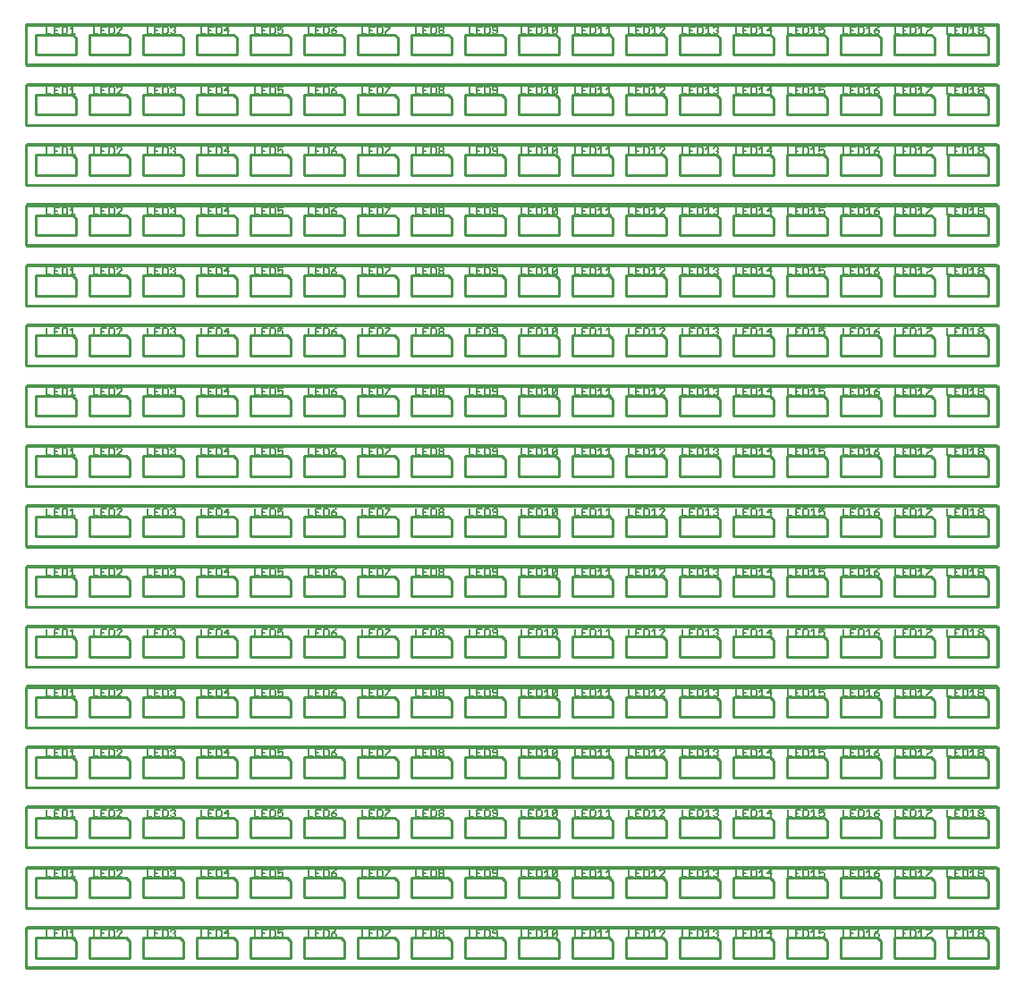
<source format=gto>
G75*
G70*
%OFA0B0*%
%FSLAX25Y25*%
%IPPOS*%
%LPD*%
%AMOC8*
5,1,8,0,0,1.08239X$1,22.5*
%
%ADD10C,0.00500*%
%ADD11C,0.01000*%
%ADD16C,0.00800*%
X0010000Y0010000D02*
G75*
%LPD*%
D11*
X0010000Y0010000D02*
X0010000Y0024960D01*
X0372500Y0024960D01*
X0372500Y0010000D01*
X0010000Y0010000D01*
X0013750Y0013750D02*
X0013750Y0021250D01*
X0027500Y0021250D01*
X0028750Y0020000D01*
X0028750Y0013750D01*
X0013750Y0013750D01*
X0033750Y0013750D02*
X0033750Y0021250D01*
X0047500Y0021250D01*
X0048750Y0020000D01*
X0048750Y0013750D01*
X0033750Y0013750D01*
X0053750Y0013750D02*
X0053750Y0021250D01*
X0067500Y0021250D01*
X0068750Y0020000D01*
X0068750Y0013750D01*
X0053750Y0013750D01*
X0073750Y0013750D02*
X0073750Y0021250D01*
X0087500Y0021250D01*
X0088750Y0020000D01*
X0088750Y0013750D01*
X0073750Y0013750D01*
X0093750Y0013750D02*
X0093750Y0021250D01*
X0107500Y0021250D01*
X0108750Y0020000D01*
X0108750Y0013750D01*
X0093750Y0013750D01*
X0113750Y0013750D02*
X0113750Y0021250D01*
X0127500Y0021250D01*
X0128750Y0020000D01*
X0128750Y0013750D01*
X0113750Y0013750D01*
X0133750Y0013750D02*
X0133750Y0021250D01*
X0147500Y0021250D01*
X0148750Y0020000D01*
X0148750Y0013750D01*
X0133750Y0013750D01*
X0153750Y0013750D02*
X0153750Y0021250D01*
X0167500Y0021250D01*
X0168750Y0020000D01*
X0168750Y0013750D01*
X0153750Y0013750D01*
X0173750Y0013750D02*
X0173750Y0021250D01*
X0187500Y0021250D01*
X0188750Y0020000D01*
X0188750Y0013750D01*
X0173750Y0013750D01*
X0193750Y0013750D02*
X0193750Y0021250D01*
X0207500Y0021250D01*
X0208750Y0020000D01*
X0208750Y0013750D01*
X0193750Y0013750D01*
X0213750Y0013750D02*
X0213750Y0021250D01*
X0227500Y0021250D01*
X0228750Y0020000D01*
X0228750Y0013750D01*
X0213750Y0013750D01*
X0233750Y0013750D02*
X0233750Y0021250D01*
X0247500Y0021250D01*
X0248750Y0020000D01*
X0248750Y0013750D01*
X0233750Y0013750D01*
X0253750Y0013750D02*
X0253750Y0021250D01*
X0267500Y0021250D01*
X0268750Y0020000D01*
X0268750Y0013750D01*
X0253750Y0013750D01*
X0273750Y0013750D02*
X0273750Y0021250D01*
X0287500Y0021250D01*
X0288750Y0020000D01*
X0288750Y0013750D01*
X0273750Y0013750D01*
X0293750Y0013750D02*
X0293750Y0021250D01*
X0307500Y0021250D01*
X0308750Y0020000D01*
X0308750Y0013750D01*
X0293750Y0013750D01*
X0313750Y0013750D02*
X0313750Y0021250D01*
X0327500Y0021250D01*
X0328750Y0020000D01*
X0328750Y0013750D01*
X0313750Y0013750D01*
X0333750Y0013750D02*
X0333750Y0021250D01*
X0347500Y0021250D01*
X0348750Y0020000D01*
X0348750Y0013750D01*
X0333750Y0013750D01*
X0353750Y0013750D02*
X0353750Y0021250D01*
X0367500Y0021250D01*
X0368750Y0020000D01*
X0368750Y0013750D01*
X0353750Y0013750D01*
D10*
X0353380Y0021500D02*
X0355180Y0021500D01*
X0356320Y0021500D02*
X0358120Y0021500D01*
X0359270Y0021500D02*
X0360620Y0021500D01*
X0361070Y0021950D01*
X0361070Y0023750D01*
X0360620Y0024200D01*
X0359270Y0024200D01*
X0359270Y0021500D01*
X0362210Y0021500D02*
X0364020Y0021500D01*
X0363120Y0021500D02*
X0363120Y0024200D01*
X0362210Y0023300D01*
X0365160Y0023300D02*
X0365160Y0023750D01*
X0365610Y0024200D01*
X0366510Y0024200D01*
X0366960Y0023750D01*
X0366960Y0023300D01*
X0366510Y0022850D01*
X0365610Y0022850D01*
X0365160Y0023300D01*
X0365610Y0022850D02*
X0365160Y0022400D01*
X0365160Y0021950D01*
X0365610Y0021500D01*
X0366510Y0021500D01*
X0366960Y0021950D01*
X0366960Y0022400D01*
X0366510Y0022850D01*
X0357220Y0022850D02*
X0356320Y0022850D01*
X0347590Y0023750D02*
X0345790Y0021950D01*
X0345790Y0021500D01*
X0344640Y0021500D02*
X0342840Y0021500D01*
X0343740Y0021500D02*
X0343740Y0024200D01*
X0342840Y0023300D01*
X0341690Y0023750D02*
X0341240Y0024200D01*
X0339890Y0024200D01*
X0339890Y0021500D01*
X0341240Y0021500D01*
X0341690Y0021950D01*
X0341690Y0023750D01*
X0338750Y0024200D02*
X0336950Y0024200D01*
X0336950Y0021500D01*
X0338750Y0021500D01*
X0335800Y0021500D02*
X0334000Y0021500D01*
X0334000Y0024200D01*
X0328210Y0024200D02*
X0327310Y0023750D01*
X0326410Y0022850D01*
X0327760Y0022850D01*
X0328210Y0022400D01*
X0328210Y0021950D01*
X0327760Y0021500D01*
X0326860Y0021500D01*
X0326410Y0021950D01*
X0326410Y0022850D01*
X0324370Y0024200D02*
X0323460Y0023300D01*
X0322320Y0023750D02*
X0321870Y0024200D01*
X0320520Y0024200D01*
X0320520Y0021500D01*
X0321870Y0021500D01*
X0322320Y0021950D01*
X0322320Y0023750D01*
X0324370Y0024200D02*
X0324370Y0021500D01*
X0325270Y0021500D02*
X0323460Y0021500D01*
X0319370Y0021500D02*
X0317570Y0021500D01*
X0317570Y0024200D01*
X0319370Y0024200D01*
X0314630Y0024200D02*
X0314630Y0021500D01*
X0316430Y0021500D01*
X0307590Y0021950D02*
X0307140Y0021500D01*
X0306240Y0021500D01*
X0305790Y0021950D01*
X0307590Y0021950D02*
X0307590Y0022850D01*
X0307140Y0023300D01*
X0306690Y0023300D01*
X0305790Y0022850D01*
X0305790Y0024200D01*
X0307590Y0024200D01*
X0303740Y0024200D02*
X0303740Y0021500D01*
X0302840Y0021500D02*
X0304640Y0021500D01*
X0301690Y0021950D02*
X0301240Y0021500D01*
X0299890Y0021500D01*
X0299890Y0024200D01*
X0301240Y0024200D01*
X0301690Y0023750D01*
X0301690Y0021950D01*
X0298750Y0021500D02*
X0296950Y0021500D01*
X0296950Y0024200D01*
X0298750Y0024200D01*
X0302840Y0023300D02*
X0303740Y0024200D01*
X0294000Y0024200D02*
X0294000Y0021500D01*
X0295800Y0021500D01*
X0287760Y0021500D02*
X0287760Y0024200D01*
X0286410Y0022850D01*
X0288210Y0022850D01*
X0284370Y0024200D02*
X0283460Y0023300D01*
X0282320Y0023750D02*
X0281870Y0024200D01*
X0280520Y0024200D01*
X0280520Y0021500D01*
X0281870Y0021500D01*
X0282320Y0021950D01*
X0282320Y0023750D01*
X0284370Y0024200D02*
X0284370Y0021500D01*
X0285270Y0021500D02*
X0283460Y0021500D01*
X0279370Y0021500D02*
X0277570Y0021500D01*
X0277570Y0024200D01*
X0279370Y0024200D01*
X0274630Y0024200D02*
X0274630Y0021500D01*
X0276430Y0021500D01*
X0268210Y0021950D02*
X0267760Y0021500D01*
X0266860Y0021500D01*
X0266410Y0021950D01*
X0268210Y0021950D02*
X0268210Y0022400D01*
X0267760Y0022850D01*
X0267310Y0022850D01*
X0267760Y0022850D02*
X0268210Y0023300D01*
X0268210Y0023750D01*
X0267760Y0024200D01*
X0266860Y0024200D01*
X0266410Y0023750D01*
X0264370Y0024200D02*
X0264370Y0021500D01*
X0265270Y0021500D02*
X0263460Y0021500D01*
X0262320Y0021950D02*
X0261870Y0021500D01*
X0260520Y0021500D01*
X0260520Y0024200D01*
X0261870Y0024200D01*
X0262320Y0023750D01*
X0262320Y0021950D01*
X0259370Y0021500D02*
X0257570Y0021500D01*
X0257570Y0024200D01*
X0259370Y0024200D01*
X0254630Y0024200D02*
X0254630Y0021500D01*
X0256430Y0021500D01*
X0248210Y0021500D02*
X0246410Y0021500D01*
X0248210Y0023300D01*
X0248210Y0023750D01*
X0247760Y0024200D01*
X0246860Y0024200D01*
X0246410Y0023750D01*
X0244370Y0024200D02*
X0244370Y0021500D01*
X0245270Y0021500D02*
X0243460Y0021500D01*
X0242320Y0021950D02*
X0241870Y0021500D01*
X0240520Y0021500D01*
X0240520Y0024200D01*
X0241870Y0024200D01*
X0242320Y0023750D01*
X0242320Y0021950D01*
X0239370Y0021500D02*
X0237570Y0021500D01*
X0237570Y0024200D01*
X0239370Y0024200D01*
X0243460Y0023300D02*
X0244370Y0024200D01*
X0234630Y0024200D02*
X0234630Y0021500D01*
X0236430Y0021500D01*
X0228210Y0021500D02*
X0226410Y0021500D01*
X0227310Y0021500D02*
X0227310Y0024200D01*
X0226410Y0023300D01*
X0224370Y0024200D02*
X0223460Y0023300D01*
X0222320Y0023750D02*
X0221870Y0024200D01*
X0220520Y0024200D01*
X0220520Y0021500D01*
X0221870Y0021500D01*
X0222320Y0021950D01*
X0222320Y0023750D01*
X0224370Y0024200D02*
X0224370Y0021500D01*
X0225270Y0021500D02*
X0223460Y0021500D01*
X0219370Y0021500D02*
X0217570Y0021500D01*
X0217570Y0024200D01*
X0219370Y0024200D01*
X0214630Y0024200D02*
X0214630Y0021500D01*
X0216430Y0021500D01*
X0208210Y0021950D02*
X0207760Y0021500D01*
X0206860Y0021500D01*
X0206410Y0021950D01*
X0208210Y0023750D01*
X0208210Y0021950D01*
X0206410Y0021950D02*
X0206410Y0023750D01*
X0206860Y0024200D01*
X0207760Y0024200D01*
X0208210Y0023750D01*
X0204370Y0024200D02*
X0204370Y0021500D01*
X0205270Y0021500D02*
X0203460Y0021500D01*
X0202320Y0021950D02*
X0201870Y0021500D01*
X0200520Y0021500D01*
X0200520Y0024200D01*
X0201870Y0024200D01*
X0202320Y0023750D01*
X0202320Y0021950D01*
X0199370Y0021500D02*
X0197570Y0021500D01*
X0197570Y0024200D01*
X0199370Y0024200D01*
X0203460Y0023300D02*
X0204370Y0024200D01*
X0194630Y0024200D02*
X0194630Y0021500D01*
X0196430Y0021500D01*
X0185890Y0021950D02*
X0185440Y0021500D01*
X0184540Y0021500D01*
X0184090Y0021950D01*
X0182940Y0021950D02*
X0182940Y0023750D01*
X0182490Y0024200D01*
X0181140Y0024200D01*
X0181140Y0021500D01*
X0182490Y0021500D01*
X0182940Y0021950D01*
X0185890Y0021950D02*
X0185890Y0023750D01*
X0185440Y0024200D01*
X0184540Y0024200D01*
X0184090Y0023750D01*
X0184090Y0023300D01*
X0184540Y0022850D01*
X0185890Y0022850D01*
X0179100Y0022850D02*
X0178200Y0022850D01*
X0165890Y0022400D02*
X0165890Y0021950D01*
X0165440Y0021500D01*
X0164540Y0021500D01*
X0164090Y0021950D01*
X0164090Y0022400D01*
X0164540Y0022850D01*
X0165440Y0022850D01*
X0165890Y0022400D01*
X0165440Y0022850D02*
X0165890Y0023300D01*
X0165890Y0023750D01*
X0165440Y0024200D01*
X0164540Y0024200D01*
X0164090Y0023750D01*
X0164090Y0023300D01*
X0164540Y0022850D01*
X0159100Y0022850D02*
X0158200Y0022850D01*
X0162490Y0021500D02*
X0162940Y0021950D01*
X0162940Y0023750D01*
X0162490Y0024200D01*
X0161140Y0024200D01*
X0161140Y0021500D01*
X0162490Y0021500D01*
X0160000Y0021500D02*
X0158200Y0021500D01*
X0158200Y0024200D01*
X0160000Y0024200D01*
X0155250Y0024200D02*
X0155250Y0021500D01*
X0157050Y0021500D01*
X0145890Y0023750D02*
X0144090Y0021950D01*
X0144090Y0021500D01*
X0142940Y0021950D02*
X0142490Y0021500D01*
X0141140Y0021500D01*
X0141140Y0024200D01*
X0142490Y0024200D01*
X0142940Y0023750D01*
X0142940Y0021950D01*
X0140000Y0021500D02*
X0138200Y0021500D01*
X0138200Y0024200D01*
X0140000Y0024200D01*
X0135250Y0024200D02*
X0135250Y0021500D01*
X0137050Y0021500D01*
X0125890Y0021950D02*
X0125890Y0022400D01*
X0125440Y0022850D01*
X0124090Y0022850D01*
X0124090Y0021950D01*
X0124540Y0021500D01*
X0125440Y0021500D01*
X0125890Y0021950D01*
X0122940Y0021950D02*
X0122940Y0023750D01*
X0122490Y0024200D01*
X0121140Y0024200D01*
X0121140Y0021500D01*
X0122490Y0021500D01*
X0122940Y0021950D01*
X0120000Y0021500D02*
X0118200Y0021500D01*
X0118200Y0024200D01*
X0120000Y0024200D01*
X0124090Y0022850D02*
X0124990Y0023750D01*
X0125890Y0024200D01*
X0115250Y0024200D02*
X0115250Y0021500D01*
X0117050Y0021500D01*
X0105890Y0021950D02*
X0105440Y0021500D01*
X0104540Y0021500D01*
X0104090Y0021950D01*
X0102940Y0021950D02*
X0102940Y0023750D01*
X0102490Y0024200D01*
X0101140Y0024200D01*
X0101140Y0021500D01*
X0102490Y0021500D01*
X0102940Y0021950D01*
X0105890Y0021950D02*
X0105890Y0022850D01*
X0105440Y0023300D01*
X0104990Y0023300D01*
X0104090Y0022850D01*
X0104090Y0024200D01*
X0105890Y0024200D01*
X0100000Y0024200D02*
X0098200Y0024200D01*
X0098200Y0021500D01*
X0100000Y0021500D01*
X0097050Y0021500D02*
X0095250Y0021500D01*
X0095250Y0024200D01*
X0085440Y0024200D02*
X0084090Y0022850D01*
X0085890Y0022850D01*
X0079100Y0022850D02*
X0078200Y0022850D01*
X0082490Y0021500D02*
X0082940Y0021950D01*
X0082940Y0023750D01*
X0082490Y0024200D01*
X0081140Y0024200D01*
X0081140Y0021500D01*
X0082490Y0021500D01*
X0080000Y0021500D02*
X0078200Y0021500D01*
X0078200Y0024200D01*
X0080000Y0024200D01*
X0075250Y0024200D02*
X0075250Y0021500D01*
X0077050Y0021500D01*
X0085440Y0021500D02*
X0085440Y0024200D01*
X0098200Y0022850D02*
X0099100Y0022850D01*
X0118200Y0022850D02*
X0119100Y0022850D01*
X0138200Y0022850D02*
X0139100Y0022850D01*
X0145890Y0023750D02*
X0145890Y0024200D01*
X0144090Y0024200D01*
X0175250Y0024200D02*
X0175250Y0021500D01*
X0177050Y0021500D01*
X0178200Y0021500D02*
X0180000Y0021500D01*
X0178200Y0021500D02*
X0178200Y0024200D01*
X0180000Y0024200D01*
X0197570Y0022850D02*
X0198470Y0022850D01*
X0217570Y0022850D02*
X0218470Y0022850D01*
X0237570Y0022850D02*
X0238470Y0022850D01*
X0257570Y0022850D02*
X0258470Y0022850D01*
X0263460Y0023300D02*
X0264370Y0024200D01*
X0277570Y0022850D02*
X0278470Y0022850D01*
X0296950Y0022850D02*
X0297850Y0022850D01*
X0317570Y0022850D02*
X0318470Y0022850D01*
X0336950Y0022850D02*
X0337850Y0022850D01*
X0347590Y0023750D02*
X0347590Y0024200D01*
X0345790Y0024200D01*
X0353380Y0024200D02*
X0353380Y0021500D01*
X0356320Y0021500D02*
X0356320Y0024200D01*
X0358120Y0024200D01*
X0065890Y0023750D02*
X0065890Y0023300D01*
X0065440Y0022850D01*
X0065890Y0022400D01*
X0065890Y0021950D01*
X0065440Y0021500D01*
X0064540Y0021500D01*
X0064090Y0021950D01*
X0062940Y0021950D02*
X0062940Y0023750D01*
X0062490Y0024200D01*
X0061140Y0024200D01*
X0061140Y0021500D01*
X0062490Y0021500D01*
X0062940Y0021950D01*
X0060000Y0021500D02*
X0058200Y0021500D01*
X0058200Y0024200D01*
X0060000Y0024200D01*
X0064090Y0023750D02*
X0064540Y0024200D01*
X0065440Y0024200D01*
X0065890Y0023750D01*
X0055250Y0024200D02*
X0055250Y0021500D01*
X0057050Y0021500D01*
X0045890Y0021500D02*
X0044090Y0021500D01*
X0045890Y0023300D01*
X0045890Y0023750D01*
X0045440Y0024200D01*
X0044540Y0024200D01*
X0044090Y0023750D01*
X0042940Y0023750D02*
X0042490Y0024200D01*
X0041140Y0024200D01*
X0041140Y0021500D01*
X0042490Y0021500D01*
X0042940Y0021950D01*
X0042940Y0023750D01*
X0040000Y0024200D02*
X0038200Y0024200D01*
X0038200Y0021500D01*
X0040000Y0021500D01*
X0037050Y0021500D02*
X0035250Y0021500D01*
X0035250Y0024200D01*
X0027490Y0024200D02*
X0027490Y0021500D01*
X0026590Y0021500D02*
X0028390Y0021500D01*
X0025440Y0021950D02*
X0024990Y0021500D01*
X0023640Y0021500D01*
X0023640Y0024200D01*
X0024990Y0024200D01*
X0025440Y0023750D01*
X0025440Y0021950D01*
X0022500Y0021500D02*
X0020700Y0021500D01*
X0020700Y0024200D01*
X0022500Y0024200D01*
X0017750Y0024200D02*
X0017750Y0021500D01*
X0019550Y0021500D01*
X0020700Y0022850D02*
X0021600Y0022850D01*
X0026590Y0023300D02*
X0027490Y0024200D01*
X0038200Y0022850D02*
X0039100Y0022850D01*
X0058200Y0022850D02*
X0059100Y0022850D01*
X0064990Y0022850D02*
X0065440Y0022850D01*
D16*
X0010400Y0010400D02*
X0010400Y0025360D01*
X0010400Y0025360D02*
X0372100Y0025360D01*
X0372100Y0010400D01*
X0372100Y0010400D02*
X0010400Y0010400D01*
X0010000Y0032460D02*
G75*
%LPD*%
D11*
X0010000Y0032460D02*
X0010000Y0047420D01*
X0372500Y0047420D01*
X0372500Y0032460D01*
X0010000Y0032460D01*
X0013750Y0036210D02*
X0013750Y0043710D01*
X0027500Y0043710D01*
X0028750Y0042460D01*
X0028750Y0036210D01*
X0013750Y0036210D01*
X0033750Y0036210D02*
X0033750Y0043710D01*
X0047500Y0043710D01*
X0048750Y0042460D01*
X0048750Y0036210D01*
X0033750Y0036210D01*
X0053750Y0036210D02*
X0053750Y0043710D01*
X0067500Y0043710D01*
X0068750Y0042460D01*
X0068750Y0036210D01*
X0053750Y0036210D01*
X0073750Y0036210D02*
X0073750Y0043710D01*
X0087500Y0043710D01*
X0088750Y0042460D01*
X0088750Y0036210D01*
X0073750Y0036210D01*
X0093750Y0036210D02*
X0093750Y0043710D01*
X0107500Y0043710D01*
X0108750Y0042460D01*
X0108750Y0036210D01*
X0093750Y0036210D01*
X0113750Y0036210D02*
X0113750Y0043710D01*
X0127500Y0043710D01*
X0128750Y0042460D01*
X0128750Y0036210D01*
X0113750Y0036210D01*
X0133750Y0036210D02*
X0133750Y0043710D01*
X0147500Y0043710D01*
X0148750Y0042460D01*
X0148750Y0036210D01*
X0133750Y0036210D01*
X0153750Y0036210D02*
X0153750Y0043710D01*
X0167500Y0043710D01*
X0168750Y0042460D01*
X0168750Y0036210D01*
X0153750Y0036210D01*
X0173750Y0036210D02*
X0173750Y0043710D01*
X0187500Y0043710D01*
X0188750Y0042460D01*
X0188750Y0036210D01*
X0173750Y0036210D01*
X0193750Y0036210D02*
X0193750Y0043710D01*
X0207500Y0043710D01*
X0208750Y0042460D01*
X0208750Y0036210D01*
X0193750Y0036210D01*
X0213750Y0036210D02*
X0213750Y0043710D01*
X0227500Y0043710D01*
X0228750Y0042460D01*
X0228750Y0036210D01*
X0213750Y0036210D01*
X0233750Y0036210D02*
X0233750Y0043710D01*
X0247500Y0043710D01*
X0248750Y0042460D01*
X0248750Y0036210D01*
X0233750Y0036210D01*
X0253750Y0036210D02*
X0253750Y0043710D01*
X0267500Y0043710D01*
X0268750Y0042460D01*
X0268750Y0036210D01*
X0253750Y0036210D01*
X0273750Y0036210D02*
X0273750Y0043710D01*
X0287500Y0043710D01*
X0288750Y0042460D01*
X0288750Y0036210D01*
X0273750Y0036210D01*
X0293750Y0036210D02*
X0293750Y0043710D01*
X0307500Y0043710D01*
X0308750Y0042460D01*
X0308750Y0036210D01*
X0293750Y0036210D01*
X0313750Y0036210D02*
X0313750Y0043710D01*
X0327500Y0043710D01*
X0328750Y0042460D01*
X0328750Y0036210D01*
X0313750Y0036210D01*
X0333750Y0036210D02*
X0333750Y0043710D01*
X0347500Y0043710D01*
X0348750Y0042460D01*
X0348750Y0036210D01*
X0333750Y0036210D01*
X0353750Y0036210D02*
X0353750Y0043710D01*
X0367500Y0043710D01*
X0368750Y0042460D01*
X0368750Y0036210D01*
X0353750Y0036210D01*
D10*
X0353380Y0043960D02*
X0355180Y0043960D01*
X0356320Y0043960D02*
X0358120Y0043960D01*
X0359270Y0043960D02*
X0360620Y0043960D01*
X0361070Y0044410D01*
X0361070Y0046210D01*
X0360620Y0046660D01*
X0359270Y0046660D01*
X0359270Y0043960D01*
X0362210Y0043960D02*
X0364020Y0043960D01*
X0363120Y0043960D02*
X0363120Y0046660D01*
X0362210Y0045760D01*
X0365160Y0045760D02*
X0365160Y0046210D01*
X0365610Y0046660D01*
X0366510Y0046660D01*
X0366960Y0046210D01*
X0366960Y0045760D01*
X0366510Y0045310D01*
X0365610Y0045310D01*
X0365160Y0045760D01*
X0365610Y0045310D02*
X0365160Y0044860D01*
X0365160Y0044410D01*
X0365610Y0043960D01*
X0366510Y0043960D01*
X0366960Y0044410D01*
X0366960Y0044860D01*
X0366510Y0045310D01*
X0357220Y0045310D02*
X0356320Y0045310D01*
X0347590Y0046210D02*
X0345790Y0044410D01*
X0345790Y0043960D01*
X0344640Y0043960D02*
X0342840Y0043960D01*
X0343740Y0043960D02*
X0343740Y0046660D01*
X0342840Y0045760D01*
X0341690Y0046210D02*
X0341240Y0046660D01*
X0339890Y0046660D01*
X0339890Y0043960D01*
X0341240Y0043960D01*
X0341690Y0044410D01*
X0341690Y0046210D01*
X0338750Y0046660D02*
X0336950Y0046660D01*
X0336950Y0043960D01*
X0338750Y0043960D01*
X0335800Y0043960D02*
X0334000Y0043960D01*
X0334000Y0046660D01*
X0328210Y0046660D02*
X0327310Y0046210D01*
X0326410Y0045310D01*
X0327760Y0045310D01*
X0328210Y0044860D01*
X0328210Y0044410D01*
X0327760Y0043960D01*
X0326860Y0043960D01*
X0326410Y0044410D01*
X0326410Y0045310D01*
X0324370Y0046660D02*
X0323460Y0045760D01*
X0322320Y0046210D02*
X0321870Y0046660D01*
X0320520Y0046660D01*
X0320520Y0043960D01*
X0321870Y0043960D01*
X0322320Y0044410D01*
X0322320Y0046210D01*
X0324370Y0046660D02*
X0324370Y0043960D01*
X0325270Y0043960D02*
X0323460Y0043960D01*
X0319370Y0043960D02*
X0317570Y0043960D01*
X0317570Y0046660D01*
X0319370Y0046660D01*
X0314630Y0046660D02*
X0314630Y0043960D01*
X0316430Y0043960D01*
X0307590Y0044410D02*
X0307140Y0043960D01*
X0306240Y0043960D01*
X0305790Y0044410D01*
X0307590Y0044410D02*
X0307590Y0045310D01*
X0307140Y0045760D01*
X0306690Y0045760D01*
X0305790Y0045310D01*
X0305790Y0046660D01*
X0307590Y0046660D01*
X0303740Y0046660D02*
X0303740Y0043960D01*
X0302840Y0043960D02*
X0304640Y0043960D01*
X0301690Y0044410D02*
X0301240Y0043960D01*
X0299890Y0043960D01*
X0299890Y0046660D01*
X0301240Y0046660D01*
X0301690Y0046210D01*
X0301690Y0044410D01*
X0298750Y0043960D02*
X0296950Y0043960D01*
X0296950Y0046660D01*
X0298750Y0046660D01*
X0302840Y0045760D02*
X0303740Y0046660D01*
X0294000Y0046660D02*
X0294000Y0043960D01*
X0295800Y0043960D01*
X0287760Y0043960D02*
X0287760Y0046660D01*
X0286410Y0045310D01*
X0288210Y0045310D01*
X0284370Y0046660D02*
X0283460Y0045760D01*
X0282320Y0046210D02*
X0281870Y0046660D01*
X0280520Y0046660D01*
X0280520Y0043960D01*
X0281870Y0043960D01*
X0282320Y0044410D01*
X0282320Y0046210D01*
X0284370Y0046660D02*
X0284370Y0043960D01*
X0285270Y0043960D02*
X0283460Y0043960D01*
X0279370Y0043960D02*
X0277570Y0043960D01*
X0277570Y0046660D01*
X0279370Y0046660D01*
X0274630Y0046660D02*
X0274630Y0043960D01*
X0276430Y0043960D01*
X0268210Y0044410D02*
X0267760Y0043960D01*
X0266860Y0043960D01*
X0266410Y0044410D01*
X0268210Y0044410D02*
X0268210Y0044860D01*
X0267760Y0045310D01*
X0267310Y0045310D01*
X0267760Y0045310D02*
X0268210Y0045760D01*
X0268210Y0046210D01*
X0267760Y0046660D01*
X0266860Y0046660D01*
X0266410Y0046210D01*
X0264370Y0046660D02*
X0264370Y0043960D01*
X0265270Y0043960D02*
X0263460Y0043960D01*
X0262320Y0044410D02*
X0261870Y0043960D01*
X0260520Y0043960D01*
X0260520Y0046660D01*
X0261870Y0046660D01*
X0262320Y0046210D01*
X0262320Y0044410D01*
X0259370Y0043960D02*
X0257570Y0043960D01*
X0257570Y0046660D01*
X0259370Y0046660D01*
X0254630Y0046660D02*
X0254630Y0043960D01*
X0256430Y0043960D01*
X0248210Y0043960D02*
X0246410Y0043960D01*
X0248210Y0045760D01*
X0248210Y0046210D01*
X0247760Y0046660D01*
X0246860Y0046660D01*
X0246410Y0046210D01*
X0244370Y0046660D02*
X0244370Y0043960D01*
X0245270Y0043960D02*
X0243460Y0043960D01*
X0242320Y0044410D02*
X0241870Y0043960D01*
X0240520Y0043960D01*
X0240520Y0046660D01*
X0241870Y0046660D01*
X0242320Y0046210D01*
X0242320Y0044410D01*
X0239370Y0043960D02*
X0237570Y0043960D01*
X0237570Y0046660D01*
X0239370Y0046660D01*
X0243460Y0045760D02*
X0244370Y0046660D01*
X0234630Y0046660D02*
X0234630Y0043960D01*
X0236430Y0043960D01*
X0228210Y0043960D02*
X0226410Y0043960D01*
X0227310Y0043960D02*
X0227310Y0046660D01*
X0226410Y0045760D01*
X0224370Y0046660D02*
X0223460Y0045760D01*
X0222320Y0046210D02*
X0221870Y0046660D01*
X0220520Y0046660D01*
X0220520Y0043960D01*
X0221870Y0043960D01*
X0222320Y0044410D01*
X0222320Y0046210D01*
X0224370Y0046660D02*
X0224370Y0043960D01*
X0225270Y0043960D02*
X0223460Y0043960D01*
X0219370Y0043960D02*
X0217570Y0043960D01*
X0217570Y0046660D01*
X0219370Y0046660D01*
X0214630Y0046660D02*
X0214630Y0043960D01*
X0216430Y0043960D01*
X0208210Y0044410D02*
X0207760Y0043960D01*
X0206860Y0043960D01*
X0206410Y0044410D01*
X0208210Y0046210D01*
X0208210Y0044410D01*
X0206410Y0044410D02*
X0206410Y0046210D01*
X0206860Y0046660D01*
X0207760Y0046660D01*
X0208210Y0046210D01*
X0204370Y0046660D02*
X0204370Y0043960D01*
X0205270Y0043960D02*
X0203460Y0043960D01*
X0202320Y0044410D02*
X0201870Y0043960D01*
X0200520Y0043960D01*
X0200520Y0046660D01*
X0201870Y0046660D01*
X0202320Y0046210D01*
X0202320Y0044410D01*
X0199370Y0043960D02*
X0197570Y0043960D01*
X0197570Y0046660D01*
X0199370Y0046660D01*
X0203460Y0045760D02*
X0204370Y0046660D01*
X0194630Y0046660D02*
X0194630Y0043960D01*
X0196430Y0043960D01*
X0185890Y0044410D02*
X0185440Y0043960D01*
X0184540Y0043960D01*
X0184090Y0044410D01*
X0182940Y0044410D02*
X0182940Y0046210D01*
X0182490Y0046660D01*
X0181140Y0046660D01*
X0181140Y0043960D01*
X0182490Y0043960D01*
X0182940Y0044410D01*
X0185890Y0044410D02*
X0185890Y0046210D01*
X0185440Y0046660D01*
X0184540Y0046660D01*
X0184090Y0046210D01*
X0184090Y0045760D01*
X0184540Y0045310D01*
X0185890Y0045310D01*
X0179100Y0045310D02*
X0178200Y0045310D01*
X0165890Y0044860D02*
X0165890Y0044410D01*
X0165440Y0043960D01*
X0164540Y0043960D01*
X0164090Y0044410D01*
X0164090Y0044860D01*
X0164540Y0045310D01*
X0165440Y0045310D01*
X0165890Y0044860D01*
X0165440Y0045310D02*
X0165890Y0045760D01*
X0165890Y0046210D01*
X0165440Y0046660D01*
X0164540Y0046660D01*
X0164090Y0046210D01*
X0164090Y0045760D01*
X0164540Y0045310D01*
X0159100Y0045310D02*
X0158200Y0045310D01*
X0162490Y0043960D02*
X0162940Y0044410D01*
X0162940Y0046210D01*
X0162490Y0046660D01*
X0161140Y0046660D01*
X0161140Y0043960D01*
X0162490Y0043960D01*
X0160000Y0043960D02*
X0158200Y0043960D01*
X0158200Y0046660D01*
X0160000Y0046660D01*
X0155250Y0046660D02*
X0155250Y0043960D01*
X0157050Y0043960D01*
X0145890Y0046210D02*
X0144090Y0044410D01*
X0144090Y0043960D01*
X0142940Y0044410D02*
X0142490Y0043960D01*
X0141140Y0043960D01*
X0141140Y0046660D01*
X0142490Y0046660D01*
X0142940Y0046210D01*
X0142940Y0044410D01*
X0140000Y0043960D02*
X0138200Y0043960D01*
X0138200Y0046660D01*
X0140000Y0046660D01*
X0135250Y0046660D02*
X0135250Y0043960D01*
X0137050Y0043960D01*
X0125890Y0044410D02*
X0125890Y0044860D01*
X0125440Y0045310D01*
X0124090Y0045310D01*
X0124090Y0044410D01*
X0124540Y0043960D01*
X0125440Y0043960D01*
X0125890Y0044410D01*
X0122940Y0044410D02*
X0122940Y0046210D01*
X0122490Y0046660D01*
X0121140Y0046660D01*
X0121140Y0043960D01*
X0122490Y0043960D01*
X0122940Y0044410D01*
X0120000Y0043960D02*
X0118200Y0043960D01*
X0118200Y0046660D01*
X0120000Y0046660D01*
X0124090Y0045310D02*
X0124990Y0046210D01*
X0125890Y0046660D01*
X0115250Y0046660D02*
X0115250Y0043960D01*
X0117050Y0043960D01*
X0105890Y0044410D02*
X0105440Y0043960D01*
X0104540Y0043960D01*
X0104090Y0044410D01*
X0102940Y0044410D02*
X0102940Y0046210D01*
X0102490Y0046660D01*
X0101140Y0046660D01*
X0101140Y0043960D01*
X0102490Y0043960D01*
X0102940Y0044410D01*
X0105890Y0044410D02*
X0105890Y0045310D01*
X0105440Y0045760D01*
X0104990Y0045760D01*
X0104090Y0045310D01*
X0104090Y0046660D01*
X0105890Y0046660D01*
X0100000Y0046660D02*
X0098200Y0046660D01*
X0098200Y0043960D01*
X0100000Y0043960D01*
X0097050Y0043960D02*
X0095250Y0043960D01*
X0095250Y0046660D01*
X0085440Y0046660D02*
X0084090Y0045310D01*
X0085890Y0045310D01*
X0079100Y0045310D02*
X0078200Y0045310D01*
X0082490Y0043960D02*
X0082940Y0044410D01*
X0082940Y0046210D01*
X0082490Y0046660D01*
X0081140Y0046660D01*
X0081140Y0043960D01*
X0082490Y0043960D01*
X0080000Y0043960D02*
X0078200Y0043960D01*
X0078200Y0046660D01*
X0080000Y0046660D01*
X0075250Y0046660D02*
X0075250Y0043960D01*
X0077050Y0043960D01*
X0085440Y0043960D02*
X0085440Y0046660D01*
X0098200Y0045310D02*
X0099100Y0045310D01*
X0118200Y0045310D02*
X0119100Y0045310D01*
X0138200Y0045310D02*
X0139100Y0045310D01*
X0145890Y0046210D02*
X0145890Y0046660D01*
X0144090Y0046660D01*
X0175250Y0046660D02*
X0175250Y0043960D01*
X0177050Y0043960D01*
X0178200Y0043960D02*
X0180000Y0043960D01*
X0178200Y0043960D02*
X0178200Y0046660D01*
X0180000Y0046660D01*
X0197570Y0045310D02*
X0198470Y0045310D01*
X0217570Y0045310D02*
X0218470Y0045310D01*
X0237570Y0045310D02*
X0238470Y0045310D01*
X0257570Y0045310D02*
X0258470Y0045310D01*
X0263460Y0045760D02*
X0264370Y0046660D01*
X0277570Y0045310D02*
X0278470Y0045310D01*
X0296950Y0045310D02*
X0297850Y0045310D01*
X0317570Y0045310D02*
X0318470Y0045310D01*
X0336950Y0045310D02*
X0337850Y0045310D01*
X0347590Y0046210D02*
X0347590Y0046660D01*
X0345790Y0046660D01*
X0353380Y0046660D02*
X0353380Y0043960D01*
X0356320Y0043960D02*
X0356320Y0046660D01*
X0358120Y0046660D01*
X0065890Y0046210D02*
X0065890Y0045760D01*
X0065440Y0045310D01*
X0065890Y0044860D01*
X0065890Y0044410D01*
X0065440Y0043960D01*
X0064540Y0043960D01*
X0064090Y0044410D01*
X0062940Y0044410D02*
X0062940Y0046210D01*
X0062490Y0046660D01*
X0061140Y0046660D01*
X0061140Y0043960D01*
X0062490Y0043960D01*
X0062940Y0044410D01*
X0060000Y0043960D02*
X0058200Y0043960D01*
X0058200Y0046660D01*
X0060000Y0046660D01*
X0064090Y0046210D02*
X0064540Y0046660D01*
X0065440Y0046660D01*
X0065890Y0046210D01*
X0055250Y0046660D02*
X0055250Y0043960D01*
X0057050Y0043960D01*
X0045890Y0043960D02*
X0044090Y0043960D01*
X0045890Y0045760D01*
X0045890Y0046210D01*
X0045440Y0046660D01*
X0044540Y0046660D01*
X0044090Y0046210D01*
X0042940Y0046210D02*
X0042490Y0046660D01*
X0041140Y0046660D01*
X0041140Y0043960D01*
X0042490Y0043960D01*
X0042940Y0044410D01*
X0042940Y0046210D01*
X0040000Y0046660D02*
X0038200Y0046660D01*
X0038200Y0043960D01*
X0040000Y0043960D01*
X0037050Y0043960D02*
X0035250Y0043960D01*
X0035250Y0046660D01*
X0027490Y0046660D02*
X0027490Y0043960D01*
X0026590Y0043960D02*
X0028390Y0043960D01*
X0025440Y0044410D02*
X0024990Y0043960D01*
X0023640Y0043960D01*
X0023640Y0046660D01*
X0024990Y0046660D01*
X0025440Y0046210D01*
X0025440Y0044410D01*
X0022500Y0043960D02*
X0020700Y0043960D01*
X0020700Y0046660D01*
X0022500Y0046660D01*
X0017750Y0046660D02*
X0017750Y0043960D01*
X0019550Y0043960D01*
X0020700Y0045310D02*
X0021600Y0045310D01*
X0026590Y0045760D02*
X0027490Y0046660D01*
X0038200Y0045310D02*
X0039100Y0045310D01*
X0058200Y0045310D02*
X0059100Y0045310D01*
X0064990Y0045310D02*
X0065440Y0045310D01*
D16*
X0010400Y0032060D02*
X0010400Y0047820D01*
X0010400Y0047820D02*
X0372100Y0047820D01*
X0372100Y0032060D01*
X0372100Y0032060D02*
X0010400Y0032060D01*
X0010000Y0054920D02*
G75*
%LPD*%
D11*
X0010000Y0054920D02*
X0010000Y0069880D01*
X0372500Y0069880D01*
X0372500Y0054920D01*
X0010000Y0054920D01*
X0013750Y0058670D02*
X0013750Y0066170D01*
X0027500Y0066170D01*
X0028750Y0064920D01*
X0028750Y0058670D01*
X0013750Y0058670D01*
X0033750Y0058670D02*
X0033750Y0066170D01*
X0047500Y0066170D01*
X0048750Y0064920D01*
X0048750Y0058670D01*
X0033750Y0058670D01*
X0053750Y0058670D02*
X0053750Y0066170D01*
X0067500Y0066170D01*
X0068750Y0064920D01*
X0068750Y0058670D01*
X0053750Y0058670D01*
X0073750Y0058670D02*
X0073750Y0066170D01*
X0087500Y0066170D01*
X0088750Y0064920D01*
X0088750Y0058670D01*
X0073750Y0058670D01*
X0093750Y0058670D02*
X0093750Y0066170D01*
X0107500Y0066170D01*
X0108750Y0064920D01*
X0108750Y0058670D01*
X0093750Y0058670D01*
X0113750Y0058670D02*
X0113750Y0066170D01*
X0127500Y0066170D01*
X0128750Y0064920D01*
X0128750Y0058670D01*
X0113750Y0058670D01*
X0133750Y0058670D02*
X0133750Y0066170D01*
X0147500Y0066170D01*
X0148750Y0064920D01*
X0148750Y0058670D01*
X0133750Y0058670D01*
X0153750Y0058670D02*
X0153750Y0066170D01*
X0167500Y0066170D01*
X0168750Y0064920D01*
X0168750Y0058670D01*
X0153750Y0058670D01*
X0173750Y0058670D02*
X0173750Y0066170D01*
X0187500Y0066170D01*
X0188750Y0064920D01*
X0188750Y0058670D01*
X0173750Y0058670D01*
X0193750Y0058670D02*
X0193750Y0066170D01*
X0207500Y0066170D01*
X0208750Y0064920D01*
X0208750Y0058670D01*
X0193750Y0058670D01*
X0213750Y0058670D02*
X0213750Y0066170D01*
X0227500Y0066170D01*
X0228750Y0064920D01*
X0228750Y0058670D01*
X0213750Y0058670D01*
X0233750Y0058670D02*
X0233750Y0066170D01*
X0247500Y0066170D01*
X0248750Y0064920D01*
X0248750Y0058670D01*
X0233750Y0058670D01*
X0253750Y0058670D02*
X0253750Y0066170D01*
X0267500Y0066170D01*
X0268750Y0064920D01*
X0268750Y0058670D01*
X0253750Y0058670D01*
X0273750Y0058670D02*
X0273750Y0066170D01*
X0287500Y0066170D01*
X0288750Y0064920D01*
X0288750Y0058670D01*
X0273750Y0058670D01*
X0293750Y0058670D02*
X0293750Y0066170D01*
X0307500Y0066170D01*
X0308750Y0064920D01*
X0308750Y0058670D01*
X0293750Y0058670D01*
X0313750Y0058670D02*
X0313750Y0066170D01*
X0327500Y0066170D01*
X0328750Y0064920D01*
X0328750Y0058670D01*
X0313750Y0058670D01*
X0333750Y0058670D02*
X0333750Y0066170D01*
X0347500Y0066170D01*
X0348750Y0064920D01*
X0348750Y0058670D01*
X0333750Y0058670D01*
X0353750Y0058670D02*
X0353750Y0066170D01*
X0367500Y0066170D01*
X0368750Y0064920D01*
X0368750Y0058670D01*
X0353750Y0058670D01*
D10*
X0353380Y0066420D02*
X0355180Y0066420D01*
X0356320Y0066420D02*
X0358120Y0066420D01*
X0359270Y0066420D02*
X0360620Y0066420D01*
X0361070Y0066870D01*
X0361070Y0068670D01*
X0360620Y0069120D01*
X0359270Y0069120D01*
X0359270Y0066420D01*
X0362210Y0066420D02*
X0364020Y0066420D01*
X0363120Y0066420D02*
X0363120Y0069120D01*
X0362210Y0068220D01*
X0365160Y0068220D02*
X0365160Y0068670D01*
X0365610Y0069120D01*
X0366510Y0069120D01*
X0366960Y0068670D01*
X0366960Y0068220D01*
X0366510Y0067770D01*
X0365610Y0067770D01*
X0365160Y0068220D01*
X0365610Y0067770D02*
X0365160Y0067320D01*
X0365160Y0066870D01*
X0365610Y0066420D01*
X0366510Y0066420D01*
X0366960Y0066870D01*
X0366960Y0067320D01*
X0366510Y0067770D01*
X0357220Y0067770D02*
X0356320Y0067770D01*
X0347590Y0068670D02*
X0345790Y0066870D01*
X0345790Y0066420D01*
X0344640Y0066420D02*
X0342840Y0066420D01*
X0343740Y0066420D02*
X0343740Y0069120D01*
X0342840Y0068220D01*
X0341690Y0068670D02*
X0341240Y0069120D01*
X0339890Y0069120D01*
X0339890Y0066420D01*
X0341240Y0066420D01*
X0341690Y0066870D01*
X0341690Y0068670D01*
X0338750Y0069120D02*
X0336950Y0069120D01*
X0336950Y0066420D01*
X0338750Y0066420D01*
X0335800Y0066420D02*
X0334000Y0066420D01*
X0334000Y0069120D01*
X0328210Y0069120D02*
X0327310Y0068670D01*
X0326410Y0067770D01*
X0327760Y0067770D01*
X0328210Y0067320D01*
X0328210Y0066870D01*
X0327760Y0066420D01*
X0326860Y0066420D01*
X0326410Y0066870D01*
X0326410Y0067770D01*
X0324370Y0069120D02*
X0323460Y0068220D01*
X0322320Y0068670D02*
X0321870Y0069120D01*
X0320520Y0069120D01*
X0320520Y0066420D01*
X0321870Y0066420D01*
X0322320Y0066870D01*
X0322320Y0068670D01*
X0324370Y0069120D02*
X0324370Y0066420D01*
X0325270Y0066420D02*
X0323460Y0066420D01*
X0319370Y0066420D02*
X0317570Y0066420D01*
X0317570Y0069120D01*
X0319370Y0069120D01*
X0314630Y0069120D02*
X0314630Y0066420D01*
X0316430Y0066420D01*
X0307590Y0066870D02*
X0307140Y0066420D01*
X0306240Y0066420D01*
X0305790Y0066870D01*
X0307590Y0066870D02*
X0307590Y0067770D01*
X0307140Y0068220D01*
X0306690Y0068220D01*
X0305790Y0067770D01*
X0305790Y0069120D01*
X0307590Y0069120D01*
X0303740Y0069120D02*
X0303740Y0066420D01*
X0302840Y0066420D02*
X0304640Y0066420D01*
X0301690Y0066870D02*
X0301240Y0066420D01*
X0299890Y0066420D01*
X0299890Y0069120D01*
X0301240Y0069120D01*
X0301690Y0068670D01*
X0301690Y0066870D01*
X0298750Y0066420D02*
X0296950Y0066420D01*
X0296950Y0069120D01*
X0298750Y0069120D01*
X0302840Y0068220D02*
X0303740Y0069120D01*
X0294000Y0069120D02*
X0294000Y0066420D01*
X0295800Y0066420D01*
X0287760Y0066420D02*
X0287760Y0069120D01*
X0286410Y0067770D01*
X0288210Y0067770D01*
X0284370Y0069120D02*
X0283460Y0068220D01*
X0282320Y0068670D02*
X0281870Y0069120D01*
X0280520Y0069120D01*
X0280520Y0066420D01*
X0281870Y0066420D01*
X0282320Y0066870D01*
X0282320Y0068670D01*
X0284370Y0069120D02*
X0284370Y0066420D01*
X0285270Y0066420D02*
X0283460Y0066420D01*
X0279370Y0066420D02*
X0277570Y0066420D01*
X0277570Y0069120D01*
X0279370Y0069120D01*
X0274630Y0069120D02*
X0274630Y0066420D01*
X0276430Y0066420D01*
X0268210Y0066870D02*
X0267760Y0066420D01*
X0266860Y0066420D01*
X0266410Y0066870D01*
X0268210Y0066870D02*
X0268210Y0067320D01*
X0267760Y0067770D01*
X0267310Y0067770D01*
X0267760Y0067770D02*
X0268210Y0068220D01*
X0268210Y0068670D01*
X0267760Y0069120D01*
X0266860Y0069120D01*
X0266410Y0068670D01*
X0264370Y0069120D02*
X0264370Y0066420D01*
X0265270Y0066420D02*
X0263460Y0066420D01*
X0262320Y0066870D02*
X0261870Y0066420D01*
X0260520Y0066420D01*
X0260520Y0069120D01*
X0261870Y0069120D01*
X0262320Y0068670D01*
X0262320Y0066870D01*
X0259370Y0066420D02*
X0257570Y0066420D01*
X0257570Y0069120D01*
X0259370Y0069120D01*
X0254630Y0069120D02*
X0254630Y0066420D01*
X0256430Y0066420D01*
X0248210Y0066420D02*
X0246410Y0066420D01*
X0248210Y0068220D01*
X0248210Y0068670D01*
X0247760Y0069120D01*
X0246860Y0069120D01*
X0246410Y0068670D01*
X0244370Y0069120D02*
X0244370Y0066420D01*
X0245270Y0066420D02*
X0243460Y0066420D01*
X0242320Y0066870D02*
X0241870Y0066420D01*
X0240520Y0066420D01*
X0240520Y0069120D01*
X0241870Y0069120D01*
X0242320Y0068670D01*
X0242320Y0066870D01*
X0239370Y0066420D02*
X0237570Y0066420D01*
X0237570Y0069120D01*
X0239370Y0069120D01*
X0243460Y0068220D02*
X0244370Y0069120D01*
X0234630Y0069120D02*
X0234630Y0066420D01*
X0236430Y0066420D01*
X0228210Y0066420D02*
X0226410Y0066420D01*
X0227310Y0066420D02*
X0227310Y0069120D01*
X0226410Y0068220D01*
X0224370Y0069120D02*
X0223460Y0068220D01*
X0222320Y0068670D02*
X0221870Y0069120D01*
X0220520Y0069120D01*
X0220520Y0066420D01*
X0221870Y0066420D01*
X0222320Y0066870D01*
X0222320Y0068670D01*
X0224370Y0069120D02*
X0224370Y0066420D01*
X0225270Y0066420D02*
X0223460Y0066420D01*
X0219370Y0066420D02*
X0217570Y0066420D01*
X0217570Y0069120D01*
X0219370Y0069120D01*
X0214630Y0069120D02*
X0214630Y0066420D01*
X0216430Y0066420D01*
X0208210Y0066870D02*
X0207760Y0066420D01*
X0206860Y0066420D01*
X0206410Y0066870D01*
X0208210Y0068670D01*
X0208210Y0066870D01*
X0206410Y0066870D02*
X0206410Y0068670D01*
X0206860Y0069120D01*
X0207760Y0069120D01*
X0208210Y0068670D01*
X0204370Y0069120D02*
X0204370Y0066420D01*
X0205270Y0066420D02*
X0203460Y0066420D01*
X0202320Y0066870D02*
X0201870Y0066420D01*
X0200520Y0066420D01*
X0200520Y0069120D01*
X0201870Y0069120D01*
X0202320Y0068670D01*
X0202320Y0066870D01*
X0199370Y0066420D02*
X0197570Y0066420D01*
X0197570Y0069120D01*
X0199370Y0069120D01*
X0203460Y0068220D02*
X0204370Y0069120D01*
X0194630Y0069120D02*
X0194630Y0066420D01*
X0196430Y0066420D01*
X0185890Y0066870D02*
X0185440Y0066420D01*
X0184540Y0066420D01*
X0184090Y0066870D01*
X0182940Y0066870D02*
X0182940Y0068670D01*
X0182490Y0069120D01*
X0181140Y0069120D01*
X0181140Y0066420D01*
X0182490Y0066420D01*
X0182940Y0066870D01*
X0185890Y0066870D02*
X0185890Y0068670D01*
X0185440Y0069120D01*
X0184540Y0069120D01*
X0184090Y0068670D01*
X0184090Y0068220D01*
X0184540Y0067770D01*
X0185890Y0067770D01*
X0179100Y0067770D02*
X0178200Y0067770D01*
X0165890Y0067320D02*
X0165890Y0066870D01*
X0165440Y0066420D01*
X0164540Y0066420D01*
X0164090Y0066870D01*
X0164090Y0067320D01*
X0164540Y0067770D01*
X0165440Y0067770D01*
X0165890Y0067320D01*
X0165440Y0067770D02*
X0165890Y0068220D01*
X0165890Y0068670D01*
X0165440Y0069120D01*
X0164540Y0069120D01*
X0164090Y0068670D01*
X0164090Y0068220D01*
X0164540Y0067770D01*
X0159100Y0067770D02*
X0158200Y0067770D01*
X0162490Y0066420D02*
X0162940Y0066870D01*
X0162940Y0068670D01*
X0162490Y0069120D01*
X0161140Y0069120D01*
X0161140Y0066420D01*
X0162490Y0066420D01*
X0160000Y0066420D02*
X0158200Y0066420D01*
X0158200Y0069120D01*
X0160000Y0069120D01*
X0155250Y0069120D02*
X0155250Y0066420D01*
X0157050Y0066420D01*
X0145890Y0068670D02*
X0144090Y0066870D01*
X0144090Y0066420D01*
X0142940Y0066870D02*
X0142490Y0066420D01*
X0141140Y0066420D01*
X0141140Y0069120D01*
X0142490Y0069120D01*
X0142940Y0068670D01*
X0142940Y0066870D01*
X0140000Y0066420D02*
X0138200Y0066420D01*
X0138200Y0069120D01*
X0140000Y0069120D01*
X0135250Y0069120D02*
X0135250Y0066420D01*
X0137050Y0066420D01*
X0125890Y0066870D02*
X0125890Y0067320D01*
X0125440Y0067770D01*
X0124090Y0067770D01*
X0124090Y0066870D01*
X0124540Y0066420D01*
X0125440Y0066420D01*
X0125890Y0066870D01*
X0122940Y0066870D02*
X0122940Y0068670D01*
X0122490Y0069120D01*
X0121140Y0069120D01*
X0121140Y0066420D01*
X0122490Y0066420D01*
X0122940Y0066870D01*
X0120000Y0066420D02*
X0118200Y0066420D01*
X0118200Y0069120D01*
X0120000Y0069120D01*
X0124090Y0067770D02*
X0124990Y0068670D01*
X0125890Y0069120D01*
X0115250Y0069120D02*
X0115250Y0066420D01*
X0117050Y0066420D01*
X0105890Y0066870D02*
X0105440Y0066420D01*
X0104540Y0066420D01*
X0104090Y0066870D01*
X0102940Y0066870D02*
X0102940Y0068670D01*
X0102490Y0069120D01*
X0101140Y0069120D01*
X0101140Y0066420D01*
X0102490Y0066420D01*
X0102940Y0066870D01*
X0105890Y0066870D02*
X0105890Y0067770D01*
X0105440Y0068220D01*
X0104990Y0068220D01*
X0104090Y0067770D01*
X0104090Y0069120D01*
X0105890Y0069120D01*
X0100000Y0069120D02*
X0098200Y0069120D01*
X0098200Y0066420D01*
X0100000Y0066420D01*
X0097050Y0066420D02*
X0095250Y0066420D01*
X0095250Y0069120D01*
X0085440Y0069120D02*
X0084090Y0067770D01*
X0085890Y0067770D01*
X0079100Y0067770D02*
X0078200Y0067770D01*
X0082490Y0066420D02*
X0082940Y0066870D01*
X0082940Y0068670D01*
X0082490Y0069120D01*
X0081140Y0069120D01*
X0081140Y0066420D01*
X0082490Y0066420D01*
X0080000Y0066420D02*
X0078200Y0066420D01*
X0078200Y0069120D01*
X0080000Y0069120D01*
X0075250Y0069120D02*
X0075250Y0066420D01*
X0077050Y0066420D01*
X0085440Y0066420D02*
X0085440Y0069120D01*
X0098200Y0067770D02*
X0099100Y0067770D01*
X0118200Y0067770D02*
X0119100Y0067770D01*
X0138200Y0067770D02*
X0139100Y0067770D01*
X0145890Y0068670D02*
X0145890Y0069120D01*
X0144090Y0069120D01*
X0175250Y0069120D02*
X0175250Y0066420D01*
X0177050Y0066420D01*
X0178200Y0066420D02*
X0180000Y0066420D01*
X0178200Y0066420D02*
X0178200Y0069120D01*
X0180000Y0069120D01*
X0197570Y0067770D02*
X0198470Y0067770D01*
X0217570Y0067770D02*
X0218470Y0067770D01*
X0237570Y0067770D02*
X0238470Y0067770D01*
X0257570Y0067770D02*
X0258470Y0067770D01*
X0263460Y0068220D02*
X0264370Y0069120D01*
X0277570Y0067770D02*
X0278470Y0067770D01*
X0296950Y0067770D02*
X0297850Y0067770D01*
X0317570Y0067770D02*
X0318470Y0067770D01*
X0336950Y0067770D02*
X0337850Y0067770D01*
X0347590Y0068670D02*
X0347590Y0069120D01*
X0345790Y0069120D01*
X0353380Y0069120D02*
X0353380Y0066420D01*
X0356320Y0066420D02*
X0356320Y0069120D01*
X0358120Y0069120D01*
X0065890Y0068670D02*
X0065890Y0068220D01*
X0065440Y0067770D01*
X0065890Y0067320D01*
X0065890Y0066870D01*
X0065440Y0066420D01*
X0064540Y0066420D01*
X0064090Y0066870D01*
X0062940Y0066870D02*
X0062940Y0068670D01*
X0062490Y0069120D01*
X0061140Y0069120D01*
X0061140Y0066420D01*
X0062490Y0066420D01*
X0062940Y0066870D01*
X0060000Y0066420D02*
X0058200Y0066420D01*
X0058200Y0069120D01*
X0060000Y0069120D01*
X0064090Y0068670D02*
X0064540Y0069120D01*
X0065440Y0069120D01*
X0065890Y0068670D01*
X0055250Y0069120D02*
X0055250Y0066420D01*
X0057050Y0066420D01*
X0045890Y0066420D02*
X0044090Y0066420D01*
X0045890Y0068220D01*
X0045890Y0068670D01*
X0045440Y0069120D01*
X0044540Y0069120D01*
X0044090Y0068670D01*
X0042940Y0068670D02*
X0042490Y0069120D01*
X0041140Y0069120D01*
X0041140Y0066420D01*
X0042490Y0066420D01*
X0042940Y0066870D01*
X0042940Y0068670D01*
X0040000Y0069120D02*
X0038200Y0069120D01*
X0038200Y0066420D01*
X0040000Y0066420D01*
X0037050Y0066420D02*
X0035250Y0066420D01*
X0035250Y0069120D01*
X0027490Y0069120D02*
X0027490Y0066420D01*
X0026590Y0066420D02*
X0028390Y0066420D01*
X0025440Y0066870D02*
X0024990Y0066420D01*
X0023640Y0066420D01*
X0023640Y0069120D01*
X0024990Y0069120D01*
X0025440Y0068670D01*
X0025440Y0066870D01*
X0022500Y0066420D02*
X0020700Y0066420D01*
X0020700Y0069120D01*
X0022500Y0069120D01*
X0017750Y0069120D02*
X0017750Y0066420D01*
X0019550Y0066420D01*
X0020700Y0067770D02*
X0021600Y0067770D01*
X0026590Y0068220D02*
X0027490Y0069120D01*
X0038200Y0067770D02*
X0039100Y0067770D01*
X0058200Y0067770D02*
X0059100Y0067770D01*
X0064990Y0067770D02*
X0065440Y0067770D01*
D16*
X0010400Y0054520D02*
X0010400Y0070280D01*
X0010400Y0070280D02*
X0372100Y0070280D01*
X0372100Y0054520D01*
X0372100Y0054520D02*
X0010400Y0054520D01*
X0010000Y0077380D02*
G75*
%LPD*%
D11*
X0010000Y0077380D02*
X0010000Y0092340D01*
X0372500Y0092340D01*
X0372500Y0077380D01*
X0010000Y0077380D01*
X0013750Y0081130D02*
X0013750Y0088630D01*
X0027500Y0088630D01*
X0028750Y0087380D01*
X0028750Y0081130D01*
X0013750Y0081130D01*
X0033750Y0081130D02*
X0033750Y0088630D01*
X0047500Y0088630D01*
X0048750Y0087380D01*
X0048750Y0081130D01*
X0033750Y0081130D01*
X0053750Y0081130D02*
X0053750Y0088630D01*
X0067500Y0088630D01*
X0068750Y0087380D01*
X0068750Y0081130D01*
X0053750Y0081130D01*
X0073750Y0081130D02*
X0073750Y0088630D01*
X0087500Y0088630D01*
X0088750Y0087380D01*
X0088750Y0081130D01*
X0073750Y0081130D01*
X0093750Y0081130D02*
X0093750Y0088630D01*
X0107500Y0088630D01*
X0108750Y0087380D01*
X0108750Y0081130D01*
X0093750Y0081130D01*
X0113750Y0081130D02*
X0113750Y0088630D01*
X0127500Y0088630D01*
X0128750Y0087380D01*
X0128750Y0081130D01*
X0113750Y0081130D01*
X0133750Y0081130D02*
X0133750Y0088630D01*
X0147500Y0088630D01*
X0148750Y0087380D01*
X0148750Y0081130D01*
X0133750Y0081130D01*
X0153750Y0081130D02*
X0153750Y0088630D01*
X0167500Y0088630D01*
X0168750Y0087380D01*
X0168750Y0081130D01*
X0153750Y0081130D01*
X0173750Y0081130D02*
X0173750Y0088630D01*
X0187500Y0088630D01*
X0188750Y0087380D01*
X0188750Y0081130D01*
X0173750Y0081130D01*
X0193750Y0081130D02*
X0193750Y0088630D01*
X0207500Y0088630D01*
X0208750Y0087380D01*
X0208750Y0081130D01*
X0193750Y0081130D01*
X0213750Y0081130D02*
X0213750Y0088630D01*
X0227500Y0088630D01*
X0228750Y0087380D01*
X0228750Y0081130D01*
X0213750Y0081130D01*
X0233750Y0081130D02*
X0233750Y0088630D01*
X0247500Y0088630D01*
X0248750Y0087380D01*
X0248750Y0081130D01*
X0233750Y0081130D01*
X0253750Y0081130D02*
X0253750Y0088630D01*
X0267500Y0088630D01*
X0268750Y0087380D01*
X0268750Y0081130D01*
X0253750Y0081130D01*
X0273750Y0081130D02*
X0273750Y0088630D01*
X0287500Y0088630D01*
X0288750Y0087380D01*
X0288750Y0081130D01*
X0273750Y0081130D01*
X0293750Y0081130D02*
X0293750Y0088630D01*
X0307500Y0088630D01*
X0308750Y0087380D01*
X0308750Y0081130D01*
X0293750Y0081130D01*
X0313750Y0081130D02*
X0313750Y0088630D01*
X0327500Y0088630D01*
X0328750Y0087380D01*
X0328750Y0081130D01*
X0313750Y0081130D01*
X0333750Y0081130D02*
X0333750Y0088630D01*
X0347500Y0088630D01*
X0348750Y0087380D01*
X0348750Y0081130D01*
X0333750Y0081130D01*
X0353750Y0081130D02*
X0353750Y0088630D01*
X0367500Y0088630D01*
X0368750Y0087380D01*
X0368750Y0081130D01*
X0353750Y0081130D01*
D10*
X0353380Y0088880D02*
X0355180Y0088880D01*
X0356320Y0088880D02*
X0358120Y0088880D01*
X0359270Y0088880D02*
X0360620Y0088880D01*
X0361070Y0089330D01*
X0361070Y0091130D01*
X0360620Y0091580D01*
X0359270Y0091580D01*
X0359270Y0088880D01*
X0362210Y0088880D02*
X0364020Y0088880D01*
X0363120Y0088880D02*
X0363120Y0091580D01*
X0362210Y0090680D01*
X0365160Y0090680D02*
X0365160Y0091130D01*
X0365610Y0091580D01*
X0366510Y0091580D01*
X0366960Y0091130D01*
X0366960Y0090680D01*
X0366510Y0090230D01*
X0365610Y0090230D01*
X0365160Y0090680D01*
X0365610Y0090230D02*
X0365160Y0089780D01*
X0365160Y0089330D01*
X0365610Y0088880D01*
X0366510Y0088880D01*
X0366960Y0089330D01*
X0366960Y0089780D01*
X0366510Y0090230D01*
X0357220Y0090230D02*
X0356320Y0090230D01*
X0347590Y0091130D02*
X0345790Y0089330D01*
X0345790Y0088880D01*
X0344640Y0088880D02*
X0342840Y0088880D01*
X0343740Y0088880D02*
X0343740Y0091580D01*
X0342840Y0090680D01*
X0341690Y0091130D02*
X0341240Y0091580D01*
X0339890Y0091580D01*
X0339890Y0088880D01*
X0341240Y0088880D01*
X0341690Y0089330D01*
X0341690Y0091130D01*
X0338750Y0091580D02*
X0336950Y0091580D01*
X0336950Y0088880D01*
X0338750Y0088880D01*
X0335800Y0088880D02*
X0334000Y0088880D01*
X0334000Y0091580D01*
X0328210Y0091580D02*
X0327310Y0091130D01*
X0326410Y0090230D01*
X0327760Y0090230D01*
X0328210Y0089780D01*
X0328210Y0089330D01*
X0327760Y0088880D01*
X0326860Y0088880D01*
X0326410Y0089330D01*
X0326410Y0090230D01*
X0324370Y0091580D02*
X0323460Y0090680D01*
X0322320Y0091130D02*
X0321870Y0091580D01*
X0320520Y0091580D01*
X0320520Y0088880D01*
X0321870Y0088880D01*
X0322320Y0089330D01*
X0322320Y0091130D01*
X0324370Y0091580D02*
X0324370Y0088880D01*
X0325270Y0088880D02*
X0323460Y0088880D01*
X0319370Y0088880D02*
X0317570Y0088880D01*
X0317570Y0091580D01*
X0319370Y0091580D01*
X0314630Y0091580D02*
X0314630Y0088880D01*
X0316430Y0088880D01*
X0307590Y0089330D02*
X0307140Y0088880D01*
X0306240Y0088880D01*
X0305790Y0089330D01*
X0307590Y0089330D02*
X0307590Y0090230D01*
X0307140Y0090680D01*
X0306690Y0090680D01*
X0305790Y0090230D01*
X0305790Y0091580D01*
X0307590Y0091580D01*
X0303740Y0091580D02*
X0303740Y0088880D01*
X0302840Y0088880D02*
X0304640Y0088880D01*
X0301690Y0089330D02*
X0301240Y0088880D01*
X0299890Y0088880D01*
X0299890Y0091580D01*
X0301240Y0091580D01*
X0301690Y0091130D01*
X0301690Y0089330D01*
X0298750Y0088880D02*
X0296950Y0088880D01*
X0296950Y0091580D01*
X0298750Y0091580D01*
X0302840Y0090680D02*
X0303740Y0091580D01*
X0294000Y0091580D02*
X0294000Y0088880D01*
X0295800Y0088880D01*
X0287760Y0088880D02*
X0287760Y0091580D01*
X0286410Y0090230D01*
X0288210Y0090230D01*
X0284370Y0091580D02*
X0283460Y0090680D01*
X0282320Y0091130D02*
X0281870Y0091580D01*
X0280520Y0091580D01*
X0280520Y0088880D01*
X0281870Y0088880D01*
X0282320Y0089330D01*
X0282320Y0091130D01*
X0284370Y0091580D02*
X0284370Y0088880D01*
X0285270Y0088880D02*
X0283460Y0088880D01*
X0279370Y0088880D02*
X0277570Y0088880D01*
X0277570Y0091580D01*
X0279370Y0091580D01*
X0274630Y0091580D02*
X0274630Y0088880D01*
X0276430Y0088880D01*
X0268210Y0089330D02*
X0267760Y0088880D01*
X0266860Y0088880D01*
X0266410Y0089330D01*
X0268210Y0089330D02*
X0268210Y0089780D01*
X0267760Y0090230D01*
X0267310Y0090230D01*
X0267760Y0090230D02*
X0268210Y0090680D01*
X0268210Y0091130D01*
X0267760Y0091580D01*
X0266860Y0091580D01*
X0266410Y0091130D01*
X0264370Y0091580D02*
X0264370Y0088880D01*
X0265270Y0088880D02*
X0263460Y0088880D01*
X0262320Y0089330D02*
X0261870Y0088880D01*
X0260520Y0088880D01*
X0260520Y0091580D01*
X0261870Y0091580D01*
X0262320Y0091130D01*
X0262320Y0089330D01*
X0259370Y0088880D02*
X0257570Y0088880D01*
X0257570Y0091580D01*
X0259370Y0091580D01*
X0254630Y0091580D02*
X0254630Y0088880D01*
X0256430Y0088880D01*
X0248210Y0088880D02*
X0246410Y0088880D01*
X0248210Y0090680D01*
X0248210Y0091130D01*
X0247760Y0091580D01*
X0246860Y0091580D01*
X0246410Y0091130D01*
X0244370Y0091580D02*
X0244370Y0088880D01*
X0245270Y0088880D02*
X0243460Y0088880D01*
X0242320Y0089330D02*
X0241870Y0088880D01*
X0240520Y0088880D01*
X0240520Y0091580D01*
X0241870Y0091580D01*
X0242320Y0091130D01*
X0242320Y0089330D01*
X0239370Y0088880D02*
X0237570Y0088880D01*
X0237570Y0091580D01*
X0239370Y0091580D01*
X0243460Y0090680D02*
X0244370Y0091580D01*
X0234630Y0091580D02*
X0234630Y0088880D01*
X0236430Y0088880D01*
X0228210Y0088880D02*
X0226410Y0088880D01*
X0227310Y0088880D02*
X0227310Y0091580D01*
X0226410Y0090680D01*
X0224370Y0091580D02*
X0223460Y0090680D01*
X0222320Y0091130D02*
X0221870Y0091580D01*
X0220520Y0091580D01*
X0220520Y0088880D01*
X0221870Y0088880D01*
X0222320Y0089330D01*
X0222320Y0091130D01*
X0224370Y0091580D02*
X0224370Y0088880D01*
X0225270Y0088880D02*
X0223460Y0088880D01*
X0219370Y0088880D02*
X0217570Y0088880D01*
X0217570Y0091580D01*
X0219370Y0091580D01*
X0214630Y0091580D02*
X0214630Y0088880D01*
X0216430Y0088880D01*
X0208210Y0089330D02*
X0207760Y0088880D01*
X0206860Y0088880D01*
X0206410Y0089330D01*
X0208210Y0091130D01*
X0208210Y0089330D01*
X0206410Y0089330D02*
X0206410Y0091130D01*
X0206860Y0091580D01*
X0207760Y0091580D01*
X0208210Y0091130D01*
X0204370Y0091580D02*
X0204370Y0088880D01*
X0205270Y0088880D02*
X0203460Y0088880D01*
X0202320Y0089330D02*
X0201870Y0088880D01*
X0200520Y0088880D01*
X0200520Y0091580D01*
X0201870Y0091580D01*
X0202320Y0091130D01*
X0202320Y0089330D01*
X0199370Y0088880D02*
X0197570Y0088880D01*
X0197570Y0091580D01*
X0199370Y0091580D01*
X0203460Y0090680D02*
X0204370Y0091580D01*
X0194630Y0091580D02*
X0194630Y0088880D01*
X0196430Y0088880D01*
X0185890Y0089330D02*
X0185440Y0088880D01*
X0184540Y0088880D01*
X0184090Y0089330D01*
X0182940Y0089330D02*
X0182940Y0091130D01*
X0182490Y0091580D01*
X0181140Y0091580D01*
X0181140Y0088880D01*
X0182490Y0088880D01*
X0182940Y0089330D01*
X0185890Y0089330D02*
X0185890Y0091130D01*
X0185440Y0091580D01*
X0184540Y0091580D01*
X0184090Y0091130D01*
X0184090Y0090680D01*
X0184540Y0090230D01*
X0185890Y0090230D01*
X0179100Y0090230D02*
X0178200Y0090230D01*
X0165890Y0089780D02*
X0165890Y0089330D01*
X0165440Y0088880D01*
X0164540Y0088880D01*
X0164090Y0089330D01*
X0164090Y0089780D01*
X0164540Y0090230D01*
X0165440Y0090230D01*
X0165890Y0089780D01*
X0165440Y0090230D02*
X0165890Y0090680D01*
X0165890Y0091130D01*
X0165440Y0091580D01*
X0164540Y0091580D01*
X0164090Y0091130D01*
X0164090Y0090680D01*
X0164540Y0090230D01*
X0159100Y0090230D02*
X0158200Y0090230D01*
X0162490Y0088880D02*
X0162940Y0089330D01*
X0162940Y0091130D01*
X0162490Y0091580D01*
X0161140Y0091580D01*
X0161140Y0088880D01*
X0162490Y0088880D01*
X0160000Y0088880D02*
X0158200Y0088880D01*
X0158200Y0091580D01*
X0160000Y0091580D01*
X0155250Y0091580D02*
X0155250Y0088880D01*
X0157050Y0088880D01*
X0145890Y0091130D02*
X0144090Y0089330D01*
X0144090Y0088880D01*
X0142940Y0089330D02*
X0142490Y0088880D01*
X0141140Y0088880D01*
X0141140Y0091580D01*
X0142490Y0091580D01*
X0142940Y0091130D01*
X0142940Y0089330D01*
X0140000Y0088880D02*
X0138200Y0088880D01*
X0138200Y0091580D01*
X0140000Y0091580D01*
X0135250Y0091580D02*
X0135250Y0088880D01*
X0137050Y0088880D01*
X0125890Y0089330D02*
X0125890Y0089780D01*
X0125440Y0090230D01*
X0124090Y0090230D01*
X0124090Y0089330D01*
X0124540Y0088880D01*
X0125440Y0088880D01*
X0125890Y0089330D01*
X0122940Y0089330D02*
X0122940Y0091130D01*
X0122490Y0091580D01*
X0121140Y0091580D01*
X0121140Y0088880D01*
X0122490Y0088880D01*
X0122940Y0089330D01*
X0120000Y0088880D02*
X0118200Y0088880D01*
X0118200Y0091580D01*
X0120000Y0091580D01*
X0124090Y0090230D02*
X0124990Y0091130D01*
X0125890Y0091580D01*
X0115250Y0091580D02*
X0115250Y0088880D01*
X0117050Y0088880D01*
X0105890Y0089330D02*
X0105440Y0088880D01*
X0104540Y0088880D01*
X0104090Y0089330D01*
X0102940Y0089330D02*
X0102940Y0091130D01*
X0102490Y0091580D01*
X0101140Y0091580D01*
X0101140Y0088880D01*
X0102490Y0088880D01*
X0102940Y0089330D01*
X0105890Y0089330D02*
X0105890Y0090230D01*
X0105440Y0090680D01*
X0104990Y0090680D01*
X0104090Y0090230D01*
X0104090Y0091580D01*
X0105890Y0091580D01*
X0100000Y0091580D02*
X0098200Y0091580D01*
X0098200Y0088880D01*
X0100000Y0088880D01*
X0097050Y0088880D02*
X0095250Y0088880D01*
X0095250Y0091580D01*
X0085440Y0091580D02*
X0084090Y0090230D01*
X0085890Y0090230D01*
X0079100Y0090230D02*
X0078200Y0090230D01*
X0082490Y0088880D02*
X0082940Y0089330D01*
X0082940Y0091130D01*
X0082490Y0091580D01*
X0081140Y0091580D01*
X0081140Y0088880D01*
X0082490Y0088880D01*
X0080000Y0088880D02*
X0078200Y0088880D01*
X0078200Y0091580D01*
X0080000Y0091580D01*
X0075250Y0091580D02*
X0075250Y0088880D01*
X0077050Y0088880D01*
X0085440Y0088880D02*
X0085440Y0091580D01*
X0098200Y0090230D02*
X0099100Y0090230D01*
X0118200Y0090230D02*
X0119100Y0090230D01*
X0138200Y0090230D02*
X0139100Y0090230D01*
X0145890Y0091130D02*
X0145890Y0091580D01*
X0144090Y0091580D01*
X0175250Y0091580D02*
X0175250Y0088880D01*
X0177050Y0088880D01*
X0178200Y0088880D02*
X0180000Y0088880D01*
X0178200Y0088880D02*
X0178200Y0091580D01*
X0180000Y0091580D01*
X0197570Y0090230D02*
X0198470Y0090230D01*
X0217570Y0090230D02*
X0218470Y0090230D01*
X0237570Y0090230D02*
X0238470Y0090230D01*
X0257570Y0090230D02*
X0258470Y0090230D01*
X0263460Y0090680D02*
X0264370Y0091580D01*
X0277570Y0090230D02*
X0278470Y0090230D01*
X0296950Y0090230D02*
X0297850Y0090230D01*
X0317570Y0090230D02*
X0318470Y0090230D01*
X0336950Y0090230D02*
X0337850Y0090230D01*
X0347590Y0091130D02*
X0347590Y0091580D01*
X0345790Y0091580D01*
X0353380Y0091580D02*
X0353380Y0088880D01*
X0356320Y0088880D02*
X0356320Y0091580D01*
X0358120Y0091580D01*
X0065890Y0091130D02*
X0065890Y0090680D01*
X0065440Y0090230D01*
X0065890Y0089780D01*
X0065890Y0089330D01*
X0065440Y0088880D01*
X0064540Y0088880D01*
X0064090Y0089330D01*
X0062940Y0089330D02*
X0062940Y0091130D01*
X0062490Y0091580D01*
X0061140Y0091580D01*
X0061140Y0088880D01*
X0062490Y0088880D01*
X0062940Y0089330D01*
X0060000Y0088880D02*
X0058200Y0088880D01*
X0058200Y0091580D01*
X0060000Y0091580D01*
X0064090Y0091130D02*
X0064540Y0091580D01*
X0065440Y0091580D01*
X0065890Y0091130D01*
X0055250Y0091580D02*
X0055250Y0088880D01*
X0057050Y0088880D01*
X0045890Y0088880D02*
X0044090Y0088880D01*
X0045890Y0090680D01*
X0045890Y0091130D01*
X0045440Y0091580D01*
X0044540Y0091580D01*
X0044090Y0091130D01*
X0042940Y0091130D02*
X0042490Y0091580D01*
X0041140Y0091580D01*
X0041140Y0088880D01*
X0042490Y0088880D01*
X0042940Y0089330D01*
X0042940Y0091130D01*
X0040000Y0091580D02*
X0038200Y0091580D01*
X0038200Y0088880D01*
X0040000Y0088880D01*
X0037050Y0088880D02*
X0035250Y0088880D01*
X0035250Y0091580D01*
X0027490Y0091580D02*
X0027490Y0088880D01*
X0026590Y0088880D02*
X0028390Y0088880D01*
X0025440Y0089330D02*
X0024990Y0088880D01*
X0023640Y0088880D01*
X0023640Y0091580D01*
X0024990Y0091580D01*
X0025440Y0091130D01*
X0025440Y0089330D01*
X0022500Y0088880D02*
X0020700Y0088880D01*
X0020700Y0091580D01*
X0022500Y0091580D01*
X0017750Y0091580D02*
X0017750Y0088880D01*
X0019550Y0088880D01*
X0020700Y0090230D02*
X0021600Y0090230D01*
X0026590Y0090680D02*
X0027490Y0091580D01*
X0038200Y0090230D02*
X0039100Y0090230D01*
X0058200Y0090230D02*
X0059100Y0090230D01*
X0064990Y0090230D02*
X0065440Y0090230D01*
D16*
X0010400Y0076980D02*
X0010400Y0092740D01*
X0010400Y0092740D02*
X0372100Y0092740D01*
X0372100Y0076980D01*
X0372100Y0076980D02*
X0010400Y0076980D01*
X0010000Y0099840D02*
G75*
%LPD*%
D11*
X0010000Y0099840D02*
X0010000Y0114800D01*
X0372500Y0114800D01*
X0372500Y0099840D01*
X0010000Y0099840D01*
X0013750Y0103590D02*
X0013750Y0111090D01*
X0027500Y0111090D01*
X0028750Y0109840D01*
X0028750Y0103590D01*
X0013750Y0103590D01*
X0033750Y0103590D02*
X0033750Y0111090D01*
X0047500Y0111090D01*
X0048750Y0109840D01*
X0048750Y0103590D01*
X0033750Y0103590D01*
X0053750Y0103590D02*
X0053750Y0111090D01*
X0067500Y0111090D01*
X0068750Y0109840D01*
X0068750Y0103590D01*
X0053750Y0103590D01*
X0073750Y0103590D02*
X0073750Y0111090D01*
X0087500Y0111090D01*
X0088750Y0109840D01*
X0088750Y0103590D01*
X0073750Y0103590D01*
X0093750Y0103590D02*
X0093750Y0111090D01*
X0107500Y0111090D01*
X0108750Y0109840D01*
X0108750Y0103590D01*
X0093750Y0103590D01*
X0113750Y0103590D02*
X0113750Y0111090D01*
X0127500Y0111090D01*
X0128750Y0109840D01*
X0128750Y0103590D01*
X0113750Y0103590D01*
X0133750Y0103590D02*
X0133750Y0111090D01*
X0147500Y0111090D01*
X0148750Y0109840D01*
X0148750Y0103590D01*
X0133750Y0103590D01*
X0153750Y0103590D02*
X0153750Y0111090D01*
X0167500Y0111090D01*
X0168750Y0109840D01*
X0168750Y0103590D01*
X0153750Y0103590D01*
X0173750Y0103590D02*
X0173750Y0111090D01*
X0187500Y0111090D01*
X0188750Y0109840D01*
X0188750Y0103590D01*
X0173750Y0103590D01*
X0193750Y0103590D02*
X0193750Y0111090D01*
X0207500Y0111090D01*
X0208750Y0109840D01*
X0208750Y0103590D01*
X0193750Y0103590D01*
X0213750Y0103590D02*
X0213750Y0111090D01*
X0227500Y0111090D01*
X0228750Y0109840D01*
X0228750Y0103590D01*
X0213750Y0103590D01*
X0233750Y0103590D02*
X0233750Y0111090D01*
X0247500Y0111090D01*
X0248750Y0109840D01*
X0248750Y0103590D01*
X0233750Y0103590D01*
X0253750Y0103590D02*
X0253750Y0111090D01*
X0267500Y0111090D01*
X0268750Y0109840D01*
X0268750Y0103590D01*
X0253750Y0103590D01*
X0273750Y0103590D02*
X0273750Y0111090D01*
X0287500Y0111090D01*
X0288750Y0109840D01*
X0288750Y0103590D01*
X0273750Y0103590D01*
X0293750Y0103590D02*
X0293750Y0111090D01*
X0307500Y0111090D01*
X0308750Y0109840D01*
X0308750Y0103590D01*
X0293750Y0103590D01*
X0313750Y0103590D02*
X0313750Y0111090D01*
X0327500Y0111090D01*
X0328750Y0109840D01*
X0328750Y0103590D01*
X0313750Y0103590D01*
X0333750Y0103590D02*
X0333750Y0111090D01*
X0347500Y0111090D01*
X0348750Y0109840D01*
X0348750Y0103590D01*
X0333750Y0103590D01*
X0353750Y0103590D02*
X0353750Y0111090D01*
X0367500Y0111090D01*
X0368750Y0109840D01*
X0368750Y0103590D01*
X0353750Y0103590D01*
D10*
X0353380Y0111340D02*
X0355180Y0111340D01*
X0356320Y0111340D02*
X0358120Y0111340D01*
X0359270Y0111340D02*
X0360620Y0111340D01*
X0361070Y0111790D01*
X0361070Y0113590D01*
X0360620Y0114040D01*
X0359270Y0114040D01*
X0359270Y0111340D01*
X0362210Y0111340D02*
X0364020Y0111340D01*
X0363120Y0111340D02*
X0363120Y0114040D01*
X0362210Y0113140D01*
X0365160Y0113140D02*
X0365160Y0113590D01*
X0365610Y0114040D01*
X0366510Y0114040D01*
X0366960Y0113590D01*
X0366960Y0113140D01*
X0366510Y0112690D01*
X0365610Y0112690D01*
X0365160Y0113140D01*
X0365610Y0112690D02*
X0365160Y0112240D01*
X0365160Y0111790D01*
X0365610Y0111340D01*
X0366510Y0111340D01*
X0366960Y0111790D01*
X0366960Y0112240D01*
X0366510Y0112690D01*
X0357220Y0112690D02*
X0356320Y0112690D01*
X0347590Y0113590D02*
X0345790Y0111790D01*
X0345790Y0111340D01*
X0344640Y0111340D02*
X0342840Y0111340D01*
X0343740Y0111340D02*
X0343740Y0114040D01*
X0342840Y0113140D01*
X0341690Y0113590D02*
X0341240Y0114040D01*
X0339890Y0114040D01*
X0339890Y0111340D01*
X0341240Y0111340D01*
X0341690Y0111790D01*
X0341690Y0113590D01*
X0338750Y0114040D02*
X0336950Y0114040D01*
X0336950Y0111340D01*
X0338750Y0111340D01*
X0335800Y0111340D02*
X0334000Y0111340D01*
X0334000Y0114040D01*
X0328210Y0114040D02*
X0327310Y0113590D01*
X0326410Y0112690D01*
X0327760Y0112690D01*
X0328210Y0112240D01*
X0328210Y0111790D01*
X0327760Y0111340D01*
X0326860Y0111340D01*
X0326410Y0111790D01*
X0326410Y0112690D01*
X0324370Y0114040D02*
X0323460Y0113140D01*
X0322320Y0113590D02*
X0321870Y0114040D01*
X0320520Y0114040D01*
X0320520Y0111340D01*
X0321870Y0111340D01*
X0322320Y0111790D01*
X0322320Y0113590D01*
X0324370Y0114040D02*
X0324370Y0111340D01*
X0325270Y0111340D02*
X0323460Y0111340D01*
X0319370Y0111340D02*
X0317570Y0111340D01*
X0317570Y0114040D01*
X0319370Y0114040D01*
X0314630Y0114040D02*
X0314630Y0111340D01*
X0316430Y0111340D01*
X0307590Y0111790D02*
X0307140Y0111340D01*
X0306240Y0111340D01*
X0305790Y0111790D01*
X0307590Y0111790D02*
X0307590Y0112690D01*
X0307140Y0113140D01*
X0306690Y0113140D01*
X0305790Y0112690D01*
X0305790Y0114040D01*
X0307590Y0114040D01*
X0303740Y0114040D02*
X0303740Y0111340D01*
X0302840Y0111340D02*
X0304640Y0111340D01*
X0301690Y0111790D02*
X0301240Y0111340D01*
X0299890Y0111340D01*
X0299890Y0114040D01*
X0301240Y0114040D01*
X0301690Y0113590D01*
X0301690Y0111790D01*
X0298750Y0111340D02*
X0296950Y0111340D01*
X0296950Y0114040D01*
X0298750Y0114040D01*
X0302840Y0113140D02*
X0303740Y0114040D01*
X0294000Y0114040D02*
X0294000Y0111340D01*
X0295800Y0111340D01*
X0287760Y0111340D02*
X0287760Y0114040D01*
X0286410Y0112690D01*
X0288210Y0112690D01*
X0284370Y0114040D02*
X0283460Y0113140D01*
X0282320Y0113590D02*
X0281870Y0114040D01*
X0280520Y0114040D01*
X0280520Y0111340D01*
X0281870Y0111340D01*
X0282320Y0111790D01*
X0282320Y0113590D01*
X0284370Y0114040D02*
X0284370Y0111340D01*
X0285270Y0111340D02*
X0283460Y0111340D01*
X0279370Y0111340D02*
X0277570Y0111340D01*
X0277570Y0114040D01*
X0279370Y0114040D01*
X0274630Y0114040D02*
X0274630Y0111340D01*
X0276430Y0111340D01*
X0268210Y0111790D02*
X0267760Y0111340D01*
X0266860Y0111340D01*
X0266410Y0111790D01*
X0268210Y0111790D02*
X0268210Y0112240D01*
X0267760Y0112690D01*
X0267310Y0112690D01*
X0267760Y0112690D02*
X0268210Y0113140D01*
X0268210Y0113590D01*
X0267760Y0114040D01*
X0266860Y0114040D01*
X0266410Y0113590D01*
X0264370Y0114040D02*
X0264370Y0111340D01*
X0265270Y0111340D02*
X0263460Y0111340D01*
X0262320Y0111790D02*
X0261870Y0111340D01*
X0260520Y0111340D01*
X0260520Y0114040D01*
X0261870Y0114040D01*
X0262320Y0113590D01*
X0262320Y0111790D01*
X0259370Y0111340D02*
X0257570Y0111340D01*
X0257570Y0114040D01*
X0259370Y0114040D01*
X0254630Y0114040D02*
X0254630Y0111340D01*
X0256430Y0111340D01*
X0248210Y0111340D02*
X0246410Y0111340D01*
X0248210Y0113140D01*
X0248210Y0113590D01*
X0247760Y0114040D01*
X0246860Y0114040D01*
X0246410Y0113590D01*
X0244370Y0114040D02*
X0244370Y0111340D01*
X0245270Y0111340D02*
X0243460Y0111340D01*
X0242320Y0111790D02*
X0241870Y0111340D01*
X0240520Y0111340D01*
X0240520Y0114040D01*
X0241870Y0114040D01*
X0242320Y0113590D01*
X0242320Y0111790D01*
X0239370Y0111340D02*
X0237570Y0111340D01*
X0237570Y0114040D01*
X0239370Y0114040D01*
X0243460Y0113140D02*
X0244370Y0114040D01*
X0234630Y0114040D02*
X0234630Y0111340D01*
X0236430Y0111340D01*
X0228210Y0111340D02*
X0226410Y0111340D01*
X0227310Y0111340D02*
X0227310Y0114040D01*
X0226410Y0113140D01*
X0224370Y0114040D02*
X0223460Y0113140D01*
X0222320Y0113590D02*
X0221870Y0114040D01*
X0220520Y0114040D01*
X0220520Y0111340D01*
X0221870Y0111340D01*
X0222320Y0111790D01*
X0222320Y0113590D01*
X0224370Y0114040D02*
X0224370Y0111340D01*
X0225270Y0111340D02*
X0223460Y0111340D01*
X0219370Y0111340D02*
X0217570Y0111340D01*
X0217570Y0114040D01*
X0219370Y0114040D01*
X0214630Y0114040D02*
X0214630Y0111340D01*
X0216430Y0111340D01*
X0208210Y0111790D02*
X0207760Y0111340D01*
X0206860Y0111340D01*
X0206410Y0111790D01*
X0208210Y0113590D01*
X0208210Y0111790D01*
X0206410Y0111790D02*
X0206410Y0113590D01*
X0206860Y0114040D01*
X0207760Y0114040D01*
X0208210Y0113590D01*
X0204370Y0114040D02*
X0204370Y0111340D01*
X0205270Y0111340D02*
X0203460Y0111340D01*
X0202320Y0111790D02*
X0201870Y0111340D01*
X0200520Y0111340D01*
X0200520Y0114040D01*
X0201870Y0114040D01*
X0202320Y0113590D01*
X0202320Y0111790D01*
X0199370Y0111340D02*
X0197570Y0111340D01*
X0197570Y0114040D01*
X0199370Y0114040D01*
X0203460Y0113140D02*
X0204370Y0114040D01*
X0194630Y0114040D02*
X0194630Y0111340D01*
X0196430Y0111340D01*
X0185890Y0111790D02*
X0185440Y0111340D01*
X0184540Y0111340D01*
X0184090Y0111790D01*
X0182940Y0111790D02*
X0182940Y0113590D01*
X0182490Y0114040D01*
X0181140Y0114040D01*
X0181140Y0111340D01*
X0182490Y0111340D01*
X0182940Y0111790D01*
X0185890Y0111790D02*
X0185890Y0113590D01*
X0185440Y0114040D01*
X0184540Y0114040D01*
X0184090Y0113590D01*
X0184090Y0113140D01*
X0184540Y0112690D01*
X0185890Y0112690D01*
X0179100Y0112690D02*
X0178200Y0112690D01*
X0165890Y0112240D02*
X0165890Y0111790D01*
X0165440Y0111340D01*
X0164540Y0111340D01*
X0164090Y0111790D01*
X0164090Y0112240D01*
X0164540Y0112690D01*
X0165440Y0112690D01*
X0165890Y0112240D01*
X0165440Y0112690D02*
X0165890Y0113140D01*
X0165890Y0113590D01*
X0165440Y0114040D01*
X0164540Y0114040D01*
X0164090Y0113590D01*
X0164090Y0113140D01*
X0164540Y0112690D01*
X0159100Y0112690D02*
X0158200Y0112690D01*
X0162490Y0111340D02*
X0162940Y0111790D01*
X0162940Y0113590D01*
X0162490Y0114040D01*
X0161140Y0114040D01*
X0161140Y0111340D01*
X0162490Y0111340D01*
X0160000Y0111340D02*
X0158200Y0111340D01*
X0158200Y0114040D01*
X0160000Y0114040D01*
X0155250Y0114040D02*
X0155250Y0111340D01*
X0157050Y0111340D01*
X0145890Y0113590D02*
X0144090Y0111790D01*
X0144090Y0111340D01*
X0142940Y0111790D02*
X0142490Y0111340D01*
X0141140Y0111340D01*
X0141140Y0114040D01*
X0142490Y0114040D01*
X0142940Y0113590D01*
X0142940Y0111790D01*
X0140000Y0111340D02*
X0138200Y0111340D01*
X0138200Y0114040D01*
X0140000Y0114040D01*
X0135250Y0114040D02*
X0135250Y0111340D01*
X0137050Y0111340D01*
X0125890Y0111790D02*
X0125890Y0112240D01*
X0125440Y0112690D01*
X0124090Y0112690D01*
X0124090Y0111790D01*
X0124540Y0111340D01*
X0125440Y0111340D01*
X0125890Y0111790D01*
X0122940Y0111790D02*
X0122940Y0113590D01*
X0122490Y0114040D01*
X0121140Y0114040D01*
X0121140Y0111340D01*
X0122490Y0111340D01*
X0122940Y0111790D01*
X0120000Y0111340D02*
X0118200Y0111340D01*
X0118200Y0114040D01*
X0120000Y0114040D01*
X0124090Y0112690D02*
X0124990Y0113590D01*
X0125890Y0114040D01*
X0115250Y0114040D02*
X0115250Y0111340D01*
X0117050Y0111340D01*
X0105890Y0111790D02*
X0105440Y0111340D01*
X0104540Y0111340D01*
X0104090Y0111790D01*
X0102940Y0111790D02*
X0102940Y0113590D01*
X0102490Y0114040D01*
X0101140Y0114040D01*
X0101140Y0111340D01*
X0102490Y0111340D01*
X0102940Y0111790D01*
X0105890Y0111790D02*
X0105890Y0112690D01*
X0105440Y0113140D01*
X0104990Y0113140D01*
X0104090Y0112690D01*
X0104090Y0114040D01*
X0105890Y0114040D01*
X0100000Y0114040D02*
X0098200Y0114040D01*
X0098200Y0111340D01*
X0100000Y0111340D01*
X0097050Y0111340D02*
X0095250Y0111340D01*
X0095250Y0114040D01*
X0085440Y0114040D02*
X0084090Y0112690D01*
X0085890Y0112690D01*
X0079100Y0112690D02*
X0078200Y0112690D01*
X0082490Y0111340D02*
X0082940Y0111790D01*
X0082940Y0113590D01*
X0082490Y0114040D01*
X0081140Y0114040D01*
X0081140Y0111340D01*
X0082490Y0111340D01*
X0080000Y0111340D02*
X0078200Y0111340D01*
X0078200Y0114040D01*
X0080000Y0114040D01*
X0075250Y0114040D02*
X0075250Y0111340D01*
X0077050Y0111340D01*
X0085440Y0111340D02*
X0085440Y0114040D01*
X0098200Y0112690D02*
X0099100Y0112690D01*
X0118200Y0112690D02*
X0119100Y0112690D01*
X0138200Y0112690D02*
X0139100Y0112690D01*
X0145890Y0113590D02*
X0145890Y0114040D01*
X0144090Y0114040D01*
X0175250Y0114040D02*
X0175250Y0111340D01*
X0177050Y0111340D01*
X0178200Y0111340D02*
X0180000Y0111340D01*
X0178200Y0111340D02*
X0178200Y0114040D01*
X0180000Y0114040D01*
X0197570Y0112690D02*
X0198470Y0112690D01*
X0217570Y0112690D02*
X0218470Y0112690D01*
X0237570Y0112690D02*
X0238470Y0112690D01*
X0257570Y0112690D02*
X0258470Y0112690D01*
X0263460Y0113140D02*
X0264370Y0114040D01*
X0277570Y0112690D02*
X0278470Y0112690D01*
X0296950Y0112690D02*
X0297850Y0112690D01*
X0317570Y0112690D02*
X0318470Y0112690D01*
X0336950Y0112690D02*
X0337850Y0112690D01*
X0347590Y0113590D02*
X0347590Y0114040D01*
X0345790Y0114040D01*
X0353380Y0114040D02*
X0353380Y0111340D01*
X0356320Y0111340D02*
X0356320Y0114040D01*
X0358120Y0114040D01*
X0065890Y0113590D02*
X0065890Y0113140D01*
X0065440Y0112690D01*
X0065890Y0112240D01*
X0065890Y0111790D01*
X0065440Y0111340D01*
X0064540Y0111340D01*
X0064090Y0111790D01*
X0062940Y0111790D02*
X0062940Y0113590D01*
X0062490Y0114040D01*
X0061140Y0114040D01*
X0061140Y0111340D01*
X0062490Y0111340D01*
X0062940Y0111790D01*
X0060000Y0111340D02*
X0058200Y0111340D01*
X0058200Y0114040D01*
X0060000Y0114040D01*
X0064090Y0113590D02*
X0064540Y0114040D01*
X0065440Y0114040D01*
X0065890Y0113590D01*
X0055250Y0114040D02*
X0055250Y0111340D01*
X0057050Y0111340D01*
X0045890Y0111340D02*
X0044090Y0111340D01*
X0045890Y0113140D01*
X0045890Y0113590D01*
X0045440Y0114040D01*
X0044540Y0114040D01*
X0044090Y0113590D01*
X0042940Y0113590D02*
X0042490Y0114040D01*
X0041140Y0114040D01*
X0041140Y0111340D01*
X0042490Y0111340D01*
X0042940Y0111790D01*
X0042940Y0113590D01*
X0040000Y0114040D02*
X0038200Y0114040D01*
X0038200Y0111340D01*
X0040000Y0111340D01*
X0037050Y0111340D02*
X0035250Y0111340D01*
X0035250Y0114040D01*
X0027490Y0114040D02*
X0027490Y0111340D01*
X0026590Y0111340D02*
X0028390Y0111340D01*
X0025440Y0111790D02*
X0024990Y0111340D01*
X0023640Y0111340D01*
X0023640Y0114040D01*
X0024990Y0114040D01*
X0025440Y0113590D01*
X0025440Y0111790D01*
X0022500Y0111340D02*
X0020700Y0111340D01*
X0020700Y0114040D01*
X0022500Y0114040D01*
X0017750Y0114040D02*
X0017750Y0111340D01*
X0019550Y0111340D01*
X0020700Y0112690D02*
X0021600Y0112690D01*
X0026590Y0113140D02*
X0027490Y0114040D01*
X0038200Y0112690D02*
X0039100Y0112690D01*
X0058200Y0112690D02*
X0059100Y0112690D01*
X0064990Y0112690D02*
X0065440Y0112690D01*
D16*
X0010400Y0099440D02*
X0010400Y0115200D01*
X0010400Y0115200D02*
X0372100Y0115200D01*
X0372100Y0099440D01*
X0372100Y0099440D02*
X0010400Y0099440D01*
X0010000Y0122300D02*
G75*
%LPD*%
D11*
X0010000Y0122300D02*
X0010000Y0137260D01*
X0372500Y0137260D01*
X0372500Y0122300D01*
X0010000Y0122300D01*
X0013750Y0126050D02*
X0013750Y0133550D01*
X0027500Y0133550D01*
X0028750Y0132300D01*
X0028750Y0126050D01*
X0013750Y0126050D01*
X0033750Y0126050D02*
X0033750Y0133550D01*
X0047500Y0133550D01*
X0048750Y0132300D01*
X0048750Y0126050D01*
X0033750Y0126050D01*
X0053750Y0126050D02*
X0053750Y0133550D01*
X0067500Y0133550D01*
X0068750Y0132300D01*
X0068750Y0126050D01*
X0053750Y0126050D01*
X0073750Y0126050D02*
X0073750Y0133550D01*
X0087500Y0133550D01*
X0088750Y0132300D01*
X0088750Y0126050D01*
X0073750Y0126050D01*
X0093750Y0126050D02*
X0093750Y0133550D01*
X0107500Y0133550D01*
X0108750Y0132300D01*
X0108750Y0126050D01*
X0093750Y0126050D01*
X0113750Y0126050D02*
X0113750Y0133550D01*
X0127500Y0133550D01*
X0128750Y0132300D01*
X0128750Y0126050D01*
X0113750Y0126050D01*
X0133750Y0126050D02*
X0133750Y0133550D01*
X0147500Y0133550D01*
X0148750Y0132300D01*
X0148750Y0126050D01*
X0133750Y0126050D01*
X0153750Y0126050D02*
X0153750Y0133550D01*
X0167500Y0133550D01*
X0168750Y0132300D01*
X0168750Y0126050D01*
X0153750Y0126050D01*
X0173750Y0126050D02*
X0173750Y0133550D01*
X0187500Y0133550D01*
X0188750Y0132300D01*
X0188750Y0126050D01*
X0173750Y0126050D01*
X0193750Y0126050D02*
X0193750Y0133550D01*
X0207500Y0133550D01*
X0208750Y0132300D01*
X0208750Y0126050D01*
X0193750Y0126050D01*
X0213750Y0126050D02*
X0213750Y0133550D01*
X0227500Y0133550D01*
X0228750Y0132300D01*
X0228750Y0126050D01*
X0213750Y0126050D01*
X0233750Y0126050D02*
X0233750Y0133550D01*
X0247500Y0133550D01*
X0248750Y0132300D01*
X0248750Y0126050D01*
X0233750Y0126050D01*
X0253750Y0126050D02*
X0253750Y0133550D01*
X0267500Y0133550D01*
X0268750Y0132300D01*
X0268750Y0126050D01*
X0253750Y0126050D01*
X0273750Y0126050D02*
X0273750Y0133550D01*
X0287500Y0133550D01*
X0288750Y0132300D01*
X0288750Y0126050D01*
X0273750Y0126050D01*
X0293750Y0126050D02*
X0293750Y0133550D01*
X0307500Y0133550D01*
X0308750Y0132300D01*
X0308750Y0126050D01*
X0293750Y0126050D01*
X0313750Y0126050D02*
X0313750Y0133550D01*
X0327500Y0133550D01*
X0328750Y0132300D01*
X0328750Y0126050D01*
X0313750Y0126050D01*
X0333750Y0126050D02*
X0333750Y0133550D01*
X0347500Y0133550D01*
X0348750Y0132300D01*
X0348750Y0126050D01*
X0333750Y0126050D01*
X0353750Y0126050D02*
X0353750Y0133550D01*
X0367500Y0133550D01*
X0368750Y0132300D01*
X0368750Y0126050D01*
X0353750Y0126050D01*
D10*
X0353380Y0133800D02*
X0355180Y0133800D01*
X0356320Y0133800D02*
X0358120Y0133800D01*
X0359270Y0133800D02*
X0360620Y0133800D01*
X0361070Y0134250D01*
X0361070Y0136050D01*
X0360620Y0136500D01*
X0359270Y0136500D01*
X0359270Y0133800D01*
X0362210Y0133800D02*
X0364020Y0133800D01*
X0363120Y0133800D02*
X0363120Y0136500D01*
X0362210Y0135600D01*
X0365160Y0135600D02*
X0365160Y0136050D01*
X0365610Y0136500D01*
X0366510Y0136500D01*
X0366960Y0136050D01*
X0366960Y0135600D01*
X0366510Y0135150D01*
X0365610Y0135150D01*
X0365160Y0135600D01*
X0365610Y0135150D02*
X0365160Y0134700D01*
X0365160Y0134250D01*
X0365610Y0133800D01*
X0366510Y0133800D01*
X0366960Y0134250D01*
X0366960Y0134700D01*
X0366510Y0135150D01*
X0357220Y0135150D02*
X0356320Y0135150D01*
X0347590Y0136050D02*
X0345790Y0134250D01*
X0345790Y0133800D01*
X0344640Y0133800D02*
X0342840Y0133800D01*
X0343740Y0133800D02*
X0343740Y0136500D01*
X0342840Y0135600D01*
X0341690Y0136050D02*
X0341240Y0136500D01*
X0339890Y0136500D01*
X0339890Y0133800D01*
X0341240Y0133800D01*
X0341690Y0134250D01*
X0341690Y0136050D01*
X0338750Y0136500D02*
X0336950Y0136500D01*
X0336950Y0133800D01*
X0338750Y0133800D01*
X0335800Y0133800D02*
X0334000Y0133800D01*
X0334000Y0136500D01*
X0328210Y0136500D02*
X0327310Y0136050D01*
X0326410Y0135150D01*
X0327760Y0135150D01*
X0328210Y0134700D01*
X0328210Y0134250D01*
X0327760Y0133800D01*
X0326860Y0133800D01*
X0326410Y0134250D01*
X0326410Y0135150D01*
X0324370Y0136500D02*
X0323460Y0135600D01*
X0322320Y0136050D02*
X0321870Y0136500D01*
X0320520Y0136500D01*
X0320520Y0133800D01*
X0321870Y0133800D01*
X0322320Y0134250D01*
X0322320Y0136050D01*
X0324370Y0136500D02*
X0324370Y0133800D01*
X0325270Y0133800D02*
X0323460Y0133800D01*
X0319370Y0133800D02*
X0317570Y0133800D01*
X0317570Y0136500D01*
X0319370Y0136500D01*
X0314630Y0136500D02*
X0314630Y0133800D01*
X0316430Y0133800D01*
X0307590Y0134250D02*
X0307140Y0133800D01*
X0306240Y0133800D01*
X0305790Y0134250D01*
X0307590Y0134250D02*
X0307590Y0135150D01*
X0307140Y0135600D01*
X0306690Y0135600D01*
X0305790Y0135150D01*
X0305790Y0136500D01*
X0307590Y0136500D01*
X0303740Y0136500D02*
X0303740Y0133800D01*
X0302840Y0133800D02*
X0304640Y0133800D01*
X0301690Y0134250D02*
X0301240Y0133800D01*
X0299890Y0133800D01*
X0299890Y0136500D01*
X0301240Y0136500D01*
X0301690Y0136050D01*
X0301690Y0134250D01*
X0298750Y0133800D02*
X0296950Y0133800D01*
X0296950Y0136500D01*
X0298750Y0136500D01*
X0302840Y0135600D02*
X0303740Y0136500D01*
X0294000Y0136500D02*
X0294000Y0133800D01*
X0295800Y0133800D01*
X0287760Y0133800D02*
X0287760Y0136500D01*
X0286410Y0135150D01*
X0288210Y0135150D01*
X0284370Y0136500D02*
X0283460Y0135600D01*
X0282320Y0136050D02*
X0281870Y0136500D01*
X0280520Y0136500D01*
X0280520Y0133800D01*
X0281870Y0133800D01*
X0282320Y0134250D01*
X0282320Y0136050D01*
X0284370Y0136500D02*
X0284370Y0133800D01*
X0285270Y0133800D02*
X0283460Y0133800D01*
X0279370Y0133800D02*
X0277570Y0133800D01*
X0277570Y0136500D01*
X0279370Y0136500D01*
X0274630Y0136500D02*
X0274630Y0133800D01*
X0276430Y0133800D01*
X0268210Y0134250D02*
X0267760Y0133800D01*
X0266860Y0133800D01*
X0266410Y0134250D01*
X0268210Y0134250D02*
X0268210Y0134700D01*
X0267760Y0135150D01*
X0267310Y0135150D01*
X0267760Y0135150D02*
X0268210Y0135600D01*
X0268210Y0136050D01*
X0267760Y0136500D01*
X0266860Y0136500D01*
X0266410Y0136050D01*
X0264370Y0136500D02*
X0264370Y0133800D01*
X0265270Y0133800D02*
X0263460Y0133800D01*
X0262320Y0134250D02*
X0261870Y0133800D01*
X0260520Y0133800D01*
X0260520Y0136500D01*
X0261870Y0136500D01*
X0262320Y0136050D01*
X0262320Y0134250D01*
X0259370Y0133800D02*
X0257570Y0133800D01*
X0257570Y0136500D01*
X0259370Y0136500D01*
X0254630Y0136500D02*
X0254630Y0133800D01*
X0256430Y0133800D01*
X0248210Y0133800D02*
X0246410Y0133800D01*
X0248210Y0135600D01*
X0248210Y0136050D01*
X0247760Y0136500D01*
X0246860Y0136500D01*
X0246410Y0136050D01*
X0244370Y0136500D02*
X0244370Y0133800D01*
X0245270Y0133800D02*
X0243460Y0133800D01*
X0242320Y0134250D02*
X0241870Y0133800D01*
X0240520Y0133800D01*
X0240520Y0136500D01*
X0241870Y0136500D01*
X0242320Y0136050D01*
X0242320Y0134250D01*
X0239370Y0133800D02*
X0237570Y0133800D01*
X0237570Y0136500D01*
X0239370Y0136500D01*
X0243460Y0135600D02*
X0244370Y0136500D01*
X0234630Y0136500D02*
X0234630Y0133800D01*
X0236430Y0133800D01*
X0228210Y0133800D02*
X0226410Y0133800D01*
X0227310Y0133800D02*
X0227310Y0136500D01*
X0226410Y0135600D01*
X0224370Y0136500D02*
X0223460Y0135600D01*
X0222320Y0136050D02*
X0221870Y0136500D01*
X0220520Y0136500D01*
X0220520Y0133800D01*
X0221870Y0133800D01*
X0222320Y0134250D01*
X0222320Y0136050D01*
X0224370Y0136500D02*
X0224370Y0133800D01*
X0225270Y0133800D02*
X0223460Y0133800D01*
X0219370Y0133800D02*
X0217570Y0133800D01*
X0217570Y0136500D01*
X0219370Y0136500D01*
X0214630Y0136500D02*
X0214630Y0133800D01*
X0216430Y0133800D01*
X0208210Y0134250D02*
X0207760Y0133800D01*
X0206860Y0133800D01*
X0206410Y0134250D01*
X0208210Y0136050D01*
X0208210Y0134250D01*
X0206410Y0134250D02*
X0206410Y0136050D01*
X0206860Y0136500D01*
X0207760Y0136500D01*
X0208210Y0136050D01*
X0204370Y0136500D02*
X0204370Y0133800D01*
X0205270Y0133800D02*
X0203460Y0133800D01*
X0202320Y0134250D02*
X0201870Y0133800D01*
X0200520Y0133800D01*
X0200520Y0136500D01*
X0201870Y0136500D01*
X0202320Y0136050D01*
X0202320Y0134250D01*
X0199370Y0133800D02*
X0197570Y0133800D01*
X0197570Y0136500D01*
X0199370Y0136500D01*
X0203460Y0135600D02*
X0204370Y0136500D01*
X0194630Y0136500D02*
X0194630Y0133800D01*
X0196430Y0133800D01*
X0185890Y0134250D02*
X0185440Y0133800D01*
X0184540Y0133800D01*
X0184090Y0134250D01*
X0182940Y0134250D02*
X0182940Y0136050D01*
X0182490Y0136500D01*
X0181140Y0136500D01*
X0181140Y0133800D01*
X0182490Y0133800D01*
X0182940Y0134250D01*
X0185890Y0134250D02*
X0185890Y0136050D01*
X0185440Y0136500D01*
X0184540Y0136500D01*
X0184090Y0136050D01*
X0184090Y0135600D01*
X0184540Y0135150D01*
X0185890Y0135150D01*
X0179100Y0135150D02*
X0178200Y0135150D01*
X0165890Y0134700D02*
X0165890Y0134250D01*
X0165440Y0133800D01*
X0164540Y0133800D01*
X0164090Y0134250D01*
X0164090Y0134700D01*
X0164540Y0135150D01*
X0165440Y0135150D01*
X0165890Y0134700D01*
X0165440Y0135150D02*
X0165890Y0135600D01*
X0165890Y0136050D01*
X0165440Y0136500D01*
X0164540Y0136500D01*
X0164090Y0136050D01*
X0164090Y0135600D01*
X0164540Y0135150D01*
X0159100Y0135150D02*
X0158200Y0135150D01*
X0162490Y0133800D02*
X0162940Y0134250D01*
X0162940Y0136050D01*
X0162490Y0136500D01*
X0161140Y0136500D01*
X0161140Y0133800D01*
X0162490Y0133800D01*
X0160000Y0133800D02*
X0158200Y0133800D01*
X0158200Y0136500D01*
X0160000Y0136500D01*
X0155250Y0136500D02*
X0155250Y0133800D01*
X0157050Y0133800D01*
X0145890Y0136050D02*
X0144090Y0134250D01*
X0144090Y0133800D01*
X0142940Y0134250D02*
X0142490Y0133800D01*
X0141140Y0133800D01*
X0141140Y0136500D01*
X0142490Y0136500D01*
X0142940Y0136050D01*
X0142940Y0134250D01*
X0140000Y0133800D02*
X0138200Y0133800D01*
X0138200Y0136500D01*
X0140000Y0136500D01*
X0135250Y0136500D02*
X0135250Y0133800D01*
X0137050Y0133800D01*
X0125890Y0134250D02*
X0125890Y0134700D01*
X0125440Y0135150D01*
X0124090Y0135150D01*
X0124090Y0134250D01*
X0124540Y0133800D01*
X0125440Y0133800D01*
X0125890Y0134250D01*
X0122940Y0134250D02*
X0122940Y0136050D01*
X0122490Y0136500D01*
X0121140Y0136500D01*
X0121140Y0133800D01*
X0122490Y0133800D01*
X0122940Y0134250D01*
X0120000Y0133800D02*
X0118200Y0133800D01*
X0118200Y0136500D01*
X0120000Y0136500D01*
X0124090Y0135150D02*
X0124990Y0136050D01*
X0125890Y0136500D01*
X0115250Y0136500D02*
X0115250Y0133800D01*
X0117050Y0133800D01*
X0105890Y0134250D02*
X0105440Y0133800D01*
X0104540Y0133800D01*
X0104090Y0134250D01*
X0102940Y0134250D02*
X0102940Y0136050D01*
X0102490Y0136500D01*
X0101140Y0136500D01*
X0101140Y0133800D01*
X0102490Y0133800D01*
X0102940Y0134250D01*
X0105890Y0134250D02*
X0105890Y0135150D01*
X0105440Y0135600D01*
X0104990Y0135600D01*
X0104090Y0135150D01*
X0104090Y0136500D01*
X0105890Y0136500D01*
X0100000Y0136500D02*
X0098200Y0136500D01*
X0098200Y0133800D01*
X0100000Y0133800D01*
X0097050Y0133800D02*
X0095250Y0133800D01*
X0095250Y0136500D01*
X0085440Y0136500D02*
X0084090Y0135150D01*
X0085890Y0135150D01*
X0079100Y0135150D02*
X0078200Y0135150D01*
X0082490Y0133800D02*
X0082940Y0134250D01*
X0082940Y0136050D01*
X0082490Y0136500D01*
X0081140Y0136500D01*
X0081140Y0133800D01*
X0082490Y0133800D01*
X0080000Y0133800D02*
X0078200Y0133800D01*
X0078200Y0136500D01*
X0080000Y0136500D01*
X0075250Y0136500D02*
X0075250Y0133800D01*
X0077050Y0133800D01*
X0085440Y0133800D02*
X0085440Y0136500D01*
X0098200Y0135150D02*
X0099100Y0135150D01*
X0118200Y0135150D02*
X0119100Y0135150D01*
X0138200Y0135150D02*
X0139100Y0135150D01*
X0145890Y0136050D02*
X0145890Y0136500D01*
X0144090Y0136500D01*
X0175250Y0136500D02*
X0175250Y0133800D01*
X0177050Y0133800D01*
X0178200Y0133800D02*
X0180000Y0133800D01*
X0178200Y0133800D02*
X0178200Y0136500D01*
X0180000Y0136500D01*
X0197570Y0135150D02*
X0198470Y0135150D01*
X0217570Y0135150D02*
X0218470Y0135150D01*
X0237570Y0135150D02*
X0238470Y0135150D01*
X0257570Y0135150D02*
X0258470Y0135150D01*
X0263460Y0135600D02*
X0264370Y0136500D01*
X0277570Y0135150D02*
X0278470Y0135150D01*
X0296950Y0135150D02*
X0297850Y0135150D01*
X0317570Y0135150D02*
X0318470Y0135150D01*
X0336950Y0135150D02*
X0337850Y0135150D01*
X0347590Y0136050D02*
X0347590Y0136500D01*
X0345790Y0136500D01*
X0353380Y0136500D02*
X0353380Y0133800D01*
X0356320Y0133800D02*
X0356320Y0136500D01*
X0358120Y0136500D01*
X0065890Y0136050D02*
X0065890Y0135600D01*
X0065440Y0135150D01*
X0065890Y0134700D01*
X0065890Y0134250D01*
X0065440Y0133800D01*
X0064540Y0133800D01*
X0064090Y0134250D01*
X0062940Y0134250D02*
X0062940Y0136050D01*
X0062490Y0136500D01*
X0061140Y0136500D01*
X0061140Y0133800D01*
X0062490Y0133800D01*
X0062940Y0134250D01*
X0060000Y0133800D02*
X0058200Y0133800D01*
X0058200Y0136500D01*
X0060000Y0136500D01*
X0064090Y0136050D02*
X0064540Y0136500D01*
X0065440Y0136500D01*
X0065890Y0136050D01*
X0055250Y0136500D02*
X0055250Y0133800D01*
X0057050Y0133800D01*
X0045890Y0133800D02*
X0044090Y0133800D01*
X0045890Y0135600D01*
X0045890Y0136050D01*
X0045440Y0136500D01*
X0044540Y0136500D01*
X0044090Y0136050D01*
X0042940Y0136050D02*
X0042490Y0136500D01*
X0041140Y0136500D01*
X0041140Y0133800D01*
X0042490Y0133800D01*
X0042940Y0134250D01*
X0042940Y0136050D01*
X0040000Y0136500D02*
X0038200Y0136500D01*
X0038200Y0133800D01*
X0040000Y0133800D01*
X0037050Y0133800D02*
X0035250Y0133800D01*
X0035250Y0136500D01*
X0027490Y0136500D02*
X0027490Y0133800D01*
X0026590Y0133800D02*
X0028390Y0133800D01*
X0025440Y0134250D02*
X0024990Y0133800D01*
X0023640Y0133800D01*
X0023640Y0136500D01*
X0024990Y0136500D01*
X0025440Y0136050D01*
X0025440Y0134250D01*
X0022500Y0133800D02*
X0020700Y0133800D01*
X0020700Y0136500D01*
X0022500Y0136500D01*
X0017750Y0136500D02*
X0017750Y0133800D01*
X0019550Y0133800D01*
X0020700Y0135150D02*
X0021600Y0135150D01*
X0026590Y0135600D02*
X0027490Y0136500D01*
X0038200Y0135150D02*
X0039100Y0135150D01*
X0058200Y0135150D02*
X0059100Y0135150D01*
X0064990Y0135150D02*
X0065440Y0135150D01*
D16*
X0010400Y0121900D02*
X0010400Y0137660D01*
X0010400Y0137660D02*
X0372100Y0137660D01*
X0372100Y0121900D01*
X0372100Y0121900D02*
X0010400Y0121900D01*
X0010000Y0144760D02*
G75*
%LPD*%
D11*
X0010000Y0144760D02*
X0010000Y0159720D01*
X0372500Y0159720D01*
X0372500Y0144760D01*
X0010000Y0144760D01*
X0013750Y0148510D02*
X0013750Y0156010D01*
X0027500Y0156010D01*
X0028750Y0154760D01*
X0028750Y0148510D01*
X0013750Y0148510D01*
X0033750Y0148510D02*
X0033750Y0156010D01*
X0047500Y0156010D01*
X0048750Y0154760D01*
X0048750Y0148510D01*
X0033750Y0148510D01*
X0053750Y0148510D02*
X0053750Y0156010D01*
X0067500Y0156010D01*
X0068750Y0154760D01*
X0068750Y0148510D01*
X0053750Y0148510D01*
X0073750Y0148510D02*
X0073750Y0156010D01*
X0087500Y0156010D01*
X0088750Y0154760D01*
X0088750Y0148510D01*
X0073750Y0148510D01*
X0093750Y0148510D02*
X0093750Y0156010D01*
X0107500Y0156010D01*
X0108750Y0154760D01*
X0108750Y0148510D01*
X0093750Y0148510D01*
X0113750Y0148510D02*
X0113750Y0156010D01*
X0127500Y0156010D01*
X0128750Y0154760D01*
X0128750Y0148510D01*
X0113750Y0148510D01*
X0133750Y0148510D02*
X0133750Y0156010D01*
X0147500Y0156010D01*
X0148750Y0154760D01*
X0148750Y0148510D01*
X0133750Y0148510D01*
X0153750Y0148510D02*
X0153750Y0156010D01*
X0167500Y0156010D01*
X0168750Y0154760D01*
X0168750Y0148510D01*
X0153750Y0148510D01*
X0173750Y0148510D02*
X0173750Y0156010D01*
X0187500Y0156010D01*
X0188750Y0154760D01*
X0188750Y0148510D01*
X0173750Y0148510D01*
X0193750Y0148510D02*
X0193750Y0156010D01*
X0207500Y0156010D01*
X0208750Y0154760D01*
X0208750Y0148510D01*
X0193750Y0148510D01*
X0213750Y0148510D02*
X0213750Y0156010D01*
X0227500Y0156010D01*
X0228750Y0154760D01*
X0228750Y0148510D01*
X0213750Y0148510D01*
X0233750Y0148510D02*
X0233750Y0156010D01*
X0247500Y0156010D01*
X0248750Y0154760D01*
X0248750Y0148510D01*
X0233750Y0148510D01*
X0253750Y0148510D02*
X0253750Y0156010D01*
X0267500Y0156010D01*
X0268750Y0154760D01*
X0268750Y0148510D01*
X0253750Y0148510D01*
X0273750Y0148510D02*
X0273750Y0156010D01*
X0287500Y0156010D01*
X0288750Y0154760D01*
X0288750Y0148510D01*
X0273750Y0148510D01*
X0293750Y0148510D02*
X0293750Y0156010D01*
X0307500Y0156010D01*
X0308750Y0154760D01*
X0308750Y0148510D01*
X0293750Y0148510D01*
X0313750Y0148510D02*
X0313750Y0156010D01*
X0327500Y0156010D01*
X0328750Y0154760D01*
X0328750Y0148510D01*
X0313750Y0148510D01*
X0333750Y0148510D02*
X0333750Y0156010D01*
X0347500Y0156010D01*
X0348750Y0154760D01*
X0348750Y0148510D01*
X0333750Y0148510D01*
X0353750Y0148510D02*
X0353750Y0156010D01*
X0367500Y0156010D01*
X0368750Y0154760D01*
X0368750Y0148510D01*
X0353750Y0148510D01*
D10*
X0353380Y0156260D02*
X0355180Y0156260D01*
X0356320Y0156260D02*
X0358120Y0156260D01*
X0359270Y0156260D02*
X0360620Y0156260D01*
X0361070Y0156710D01*
X0361070Y0158510D01*
X0360620Y0158960D01*
X0359270Y0158960D01*
X0359270Y0156260D01*
X0362210Y0156260D02*
X0364020Y0156260D01*
X0363120Y0156260D02*
X0363120Y0158960D01*
X0362210Y0158060D01*
X0365160Y0158060D02*
X0365160Y0158510D01*
X0365610Y0158960D01*
X0366510Y0158960D01*
X0366960Y0158510D01*
X0366960Y0158060D01*
X0366510Y0157610D01*
X0365610Y0157610D01*
X0365160Y0158060D01*
X0365610Y0157610D02*
X0365160Y0157160D01*
X0365160Y0156710D01*
X0365610Y0156260D01*
X0366510Y0156260D01*
X0366960Y0156710D01*
X0366960Y0157160D01*
X0366510Y0157610D01*
X0357220Y0157610D02*
X0356320Y0157610D01*
X0347590Y0158510D02*
X0345790Y0156710D01*
X0345790Y0156260D01*
X0344640Y0156260D02*
X0342840Y0156260D01*
X0343740Y0156260D02*
X0343740Y0158960D01*
X0342840Y0158060D01*
X0341690Y0158510D02*
X0341240Y0158960D01*
X0339890Y0158960D01*
X0339890Y0156260D01*
X0341240Y0156260D01*
X0341690Y0156710D01*
X0341690Y0158510D01*
X0338750Y0158960D02*
X0336950Y0158960D01*
X0336950Y0156260D01*
X0338750Y0156260D01*
X0335800Y0156260D02*
X0334000Y0156260D01*
X0334000Y0158960D01*
X0328210Y0158960D02*
X0327310Y0158510D01*
X0326410Y0157610D01*
X0327760Y0157610D01*
X0328210Y0157160D01*
X0328210Y0156710D01*
X0327760Y0156260D01*
X0326860Y0156260D01*
X0326410Y0156710D01*
X0326410Y0157610D01*
X0324370Y0158960D02*
X0323460Y0158060D01*
X0322320Y0158510D02*
X0321870Y0158960D01*
X0320520Y0158960D01*
X0320520Y0156260D01*
X0321870Y0156260D01*
X0322320Y0156710D01*
X0322320Y0158510D01*
X0324370Y0158960D02*
X0324370Y0156260D01*
X0325270Y0156260D02*
X0323460Y0156260D01*
X0319370Y0156260D02*
X0317570Y0156260D01*
X0317570Y0158960D01*
X0319370Y0158960D01*
X0314630Y0158960D02*
X0314630Y0156260D01*
X0316430Y0156260D01*
X0307590Y0156710D02*
X0307140Y0156260D01*
X0306240Y0156260D01*
X0305790Y0156710D01*
X0307590Y0156710D02*
X0307590Y0157610D01*
X0307140Y0158060D01*
X0306690Y0158060D01*
X0305790Y0157610D01*
X0305790Y0158960D01*
X0307590Y0158960D01*
X0303740Y0158960D02*
X0303740Y0156260D01*
X0302840Y0156260D02*
X0304640Y0156260D01*
X0301690Y0156710D02*
X0301240Y0156260D01*
X0299890Y0156260D01*
X0299890Y0158960D01*
X0301240Y0158960D01*
X0301690Y0158510D01*
X0301690Y0156710D01*
X0298750Y0156260D02*
X0296950Y0156260D01*
X0296950Y0158960D01*
X0298750Y0158960D01*
X0302840Y0158060D02*
X0303740Y0158960D01*
X0294000Y0158960D02*
X0294000Y0156260D01*
X0295800Y0156260D01*
X0287760Y0156260D02*
X0287760Y0158960D01*
X0286410Y0157610D01*
X0288210Y0157610D01*
X0284370Y0158960D02*
X0283460Y0158060D01*
X0282320Y0158510D02*
X0281870Y0158960D01*
X0280520Y0158960D01*
X0280520Y0156260D01*
X0281870Y0156260D01*
X0282320Y0156710D01*
X0282320Y0158510D01*
X0284370Y0158960D02*
X0284370Y0156260D01*
X0285270Y0156260D02*
X0283460Y0156260D01*
X0279370Y0156260D02*
X0277570Y0156260D01*
X0277570Y0158960D01*
X0279370Y0158960D01*
X0274630Y0158960D02*
X0274630Y0156260D01*
X0276430Y0156260D01*
X0268210Y0156710D02*
X0267760Y0156260D01*
X0266860Y0156260D01*
X0266410Y0156710D01*
X0268210Y0156710D02*
X0268210Y0157160D01*
X0267760Y0157610D01*
X0267310Y0157610D01*
X0267760Y0157610D02*
X0268210Y0158060D01*
X0268210Y0158510D01*
X0267760Y0158960D01*
X0266860Y0158960D01*
X0266410Y0158510D01*
X0264370Y0158960D02*
X0264370Y0156260D01*
X0265270Y0156260D02*
X0263460Y0156260D01*
X0262320Y0156710D02*
X0261870Y0156260D01*
X0260520Y0156260D01*
X0260520Y0158960D01*
X0261870Y0158960D01*
X0262320Y0158510D01*
X0262320Y0156710D01*
X0259370Y0156260D02*
X0257570Y0156260D01*
X0257570Y0158960D01*
X0259370Y0158960D01*
X0254630Y0158960D02*
X0254630Y0156260D01*
X0256430Y0156260D01*
X0248210Y0156260D02*
X0246410Y0156260D01*
X0248210Y0158060D01*
X0248210Y0158510D01*
X0247760Y0158960D01*
X0246860Y0158960D01*
X0246410Y0158510D01*
X0244370Y0158960D02*
X0244370Y0156260D01*
X0245270Y0156260D02*
X0243460Y0156260D01*
X0242320Y0156710D02*
X0241870Y0156260D01*
X0240520Y0156260D01*
X0240520Y0158960D01*
X0241870Y0158960D01*
X0242320Y0158510D01*
X0242320Y0156710D01*
X0239370Y0156260D02*
X0237570Y0156260D01*
X0237570Y0158960D01*
X0239370Y0158960D01*
X0243460Y0158060D02*
X0244370Y0158960D01*
X0234630Y0158960D02*
X0234630Y0156260D01*
X0236430Y0156260D01*
X0228210Y0156260D02*
X0226410Y0156260D01*
X0227310Y0156260D02*
X0227310Y0158960D01*
X0226410Y0158060D01*
X0224370Y0158960D02*
X0223460Y0158060D01*
X0222320Y0158510D02*
X0221870Y0158960D01*
X0220520Y0158960D01*
X0220520Y0156260D01*
X0221870Y0156260D01*
X0222320Y0156710D01*
X0222320Y0158510D01*
X0224370Y0158960D02*
X0224370Y0156260D01*
X0225270Y0156260D02*
X0223460Y0156260D01*
X0219370Y0156260D02*
X0217570Y0156260D01*
X0217570Y0158960D01*
X0219370Y0158960D01*
X0214630Y0158960D02*
X0214630Y0156260D01*
X0216430Y0156260D01*
X0208210Y0156710D02*
X0207760Y0156260D01*
X0206860Y0156260D01*
X0206410Y0156710D01*
X0208210Y0158510D01*
X0208210Y0156710D01*
X0206410Y0156710D02*
X0206410Y0158510D01*
X0206860Y0158960D01*
X0207760Y0158960D01*
X0208210Y0158510D01*
X0204370Y0158960D02*
X0204370Y0156260D01*
X0205270Y0156260D02*
X0203460Y0156260D01*
X0202320Y0156710D02*
X0201870Y0156260D01*
X0200520Y0156260D01*
X0200520Y0158960D01*
X0201870Y0158960D01*
X0202320Y0158510D01*
X0202320Y0156710D01*
X0199370Y0156260D02*
X0197570Y0156260D01*
X0197570Y0158960D01*
X0199370Y0158960D01*
X0203460Y0158060D02*
X0204370Y0158960D01*
X0194630Y0158960D02*
X0194630Y0156260D01*
X0196430Y0156260D01*
X0185890Y0156710D02*
X0185440Y0156260D01*
X0184540Y0156260D01*
X0184090Y0156710D01*
X0182940Y0156710D02*
X0182940Y0158510D01*
X0182490Y0158960D01*
X0181140Y0158960D01*
X0181140Y0156260D01*
X0182490Y0156260D01*
X0182940Y0156710D01*
X0185890Y0156710D02*
X0185890Y0158510D01*
X0185440Y0158960D01*
X0184540Y0158960D01*
X0184090Y0158510D01*
X0184090Y0158060D01*
X0184540Y0157610D01*
X0185890Y0157610D01*
X0179100Y0157610D02*
X0178200Y0157610D01*
X0165890Y0157160D02*
X0165890Y0156710D01*
X0165440Y0156260D01*
X0164540Y0156260D01*
X0164090Y0156710D01*
X0164090Y0157160D01*
X0164540Y0157610D01*
X0165440Y0157610D01*
X0165890Y0157160D01*
X0165440Y0157610D02*
X0165890Y0158060D01*
X0165890Y0158510D01*
X0165440Y0158960D01*
X0164540Y0158960D01*
X0164090Y0158510D01*
X0164090Y0158060D01*
X0164540Y0157610D01*
X0159100Y0157610D02*
X0158200Y0157610D01*
X0162490Y0156260D02*
X0162940Y0156710D01*
X0162940Y0158510D01*
X0162490Y0158960D01*
X0161140Y0158960D01*
X0161140Y0156260D01*
X0162490Y0156260D01*
X0160000Y0156260D02*
X0158200Y0156260D01*
X0158200Y0158960D01*
X0160000Y0158960D01*
X0155250Y0158960D02*
X0155250Y0156260D01*
X0157050Y0156260D01*
X0145890Y0158510D02*
X0144090Y0156710D01*
X0144090Y0156260D01*
X0142940Y0156710D02*
X0142490Y0156260D01*
X0141140Y0156260D01*
X0141140Y0158960D01*
X0142490Y0158960D01*
X0142940Y0158510D01*
X0142940Y0156710D01*
X0140000Y0156260D02*
X0138200Y0156260D01*
X0138200Y0158960D01*
X0140000Y0158960D01*
X0135250Y0158960D02*
X0135250Y0156260D01*
X0137050Y0156260D01*
X0125890Y0156710D02*
X0125890Y0157160D01*
X0125440Y0157610D01*
X0124090Y0157610D01*
X0124090Y0156710D01*
X0124540Y0156260D01*
X0125440Y0156260D01*
X0125890Y0156710D01*
X0122940Y0156710D02*
X0122940Y0158510D01*
X0122490Y0158960D01*
X0121140Y0158960D01*
X0121140Y0156260D01*
X0122490Y0156260D01*
X0122940Y0156710D01*
X0120000Y0156260D02*
X0118200Y0156260D01*
X0118200Y0158960D01*
X0120000Y0158960D01*
X0124090Y0157610D02*
X0124990Y0158510D01*
X0125890Y0158960D01*
X0115250Y0158960D02*
X0115250Y0156260D01*
X0117050Y0156260D01*
X0105890Y0156710D02*
X0105440Y0156260D01*
X0104540Y0156260D01*
X0104090Y0156710D01*
X0102940Y0156710D02*
X0102940Y0158510D01*
X0102490Y0158960D01*
X0101140Y0158960D01*
X0101140Y0156260D01*
X0102490Y0156260D01*
X0102940Y0156710D01*
X0105890Y0156710D02*
X0105890Y0157610D01*
X0105440Y0158060D01*
X0104990Y0158060D01*
X0104090Y0157610D01*
X0104090Y0158960D01*
X0105890Y0158960D01*
X0100000Y0158960D02*
X0098200Y0158960D01*
X0098200Y0156260D01*
X0100000Y0156260D01*
X0097050Y0156260D02*
X0095250Y0156260D01*
X0095250Y0158960D01*
X0085440Y0158960D02*
X0084090Y0157610D01*
X0085890Y0157610D01*
X0079100Y0157610D02*
X0078200Y0157610D01*
X0082490Y0156260D02*
X0082940Y0156710D01*
X0082940Y0158510D01*
X0082490Y0158960D01*
X0081140Y0158960D01*
X0081140Y0156260D01*
X0082490Y0156260D01*
X0080000Y0156260D02*
X0078200Y0156260D01*
X0078200Y0158960D01*
X0080000Y0158960D01*
X0075250Y0158960D02*
X0075250Y0156260D01*
X0077050Y0156260D01*
X0085440Y0156260D02*
X0085440Y0158960D01*
X0098200Y0157610D02*
X0099100Y0157610D01*
X0118200Y0157610D02*
X0119100Y0157610D01*
X0138200Y0157610D02*
X0139100Y0157610D01*
X0145890Y0158510D02*
X0145890Y0158960D01*
X0144090Y0158960D01*
X0175250Y0158960D02*
X0175250Y0156260D01*
X0177050Y0156260D01*
X0178200Y0156260D02*
X0180000Y0156260D01*
X0178200Y0156260D02*
X0178200Y0158960D01*
X0180000Y0158960D01*
X0197570Y0157610D02*
X0198470Y0157610D01*
X0217570Y0157610D02*
X0218470Y0157610D01*
X0237570Y0157610D02*
X0238470Y0157610D01*
X0257570Y0157610D02*
X0258470Y0157610D01*
X0263460Y0158060D02*
X0264370Y0158960D01*
X0277570Y0157610D02*
X0278470Y0157610D01*
X0296950Y0157610D02*
X0297850Y0157610D01*
X0317570Y0157610D02*
X0318470Y0157610D01*
X0336950Y0157610D02*
X0337850Y0157610D01*
X0347590Y0158510D02*
X0347590Y0158960D01*
X0345790Y0158960D01*
X0353380Y0158960D02*
X0353380Y0156260D01*
X0356320Y0156260D02*
X0356320Y0158960D01*
X0358120Y0158960D01*
X0065890Y0158510D02*
X0065890Y0158060D01*
X0065440Y0157610D01*
X0065890Y0157160D01*
X0065890Y0156710D01*
X0065440Y0156260D01*
X0064540Y0156260D01*
X0064090Y0156710D01*
X0062940Y0156710D02*
X0062940Y0158510D01*
X0062490Y0158960D01*
X0061140Y0158960D01*
X0061140Y0156260D01*
X0062490Y0156260D01*
X0062940Y0156710D01*
X0060000Y0156260D02*
X0058200Y0156260D01*
X0058200Y0158960D01*
X0060000Y0158960D01*
X0064090Y0158510D02*
X0064540Y0158960D01*
X0065440Y0158960D01*
X0065890Y0158510D01*
X0055250Y0158960D02*
X0055250Y0156260D01*
X0057050Y0156260D01*
X0045890Y0156260D02*
X0044090Y0156260D01*
X0045890Y0158060D01*
X0045890Y0158510D01*
X0045440Y0158960D01*
X0044540Y0158960D01*
X0044090Y0158510D01*
X0042940Y0158510D02*
X0042490Y0158960D01*
X0041140Y0158960D01*
X0041140Y0156260D01*
X0042490Y0156260D01*
X0042940Y0156710D01*
X0042940Y0158510D01*
X0040000Y0158960D02*
X0038200Y0158960D01*
X0038200Y0156260D01*
X0040000Y0156260D01*
X0037050Y0156260D02*
X0035250Y0156260D01*
X0035250Y0158960D01*
X0027490Y0158960D02*
X0027490Y0156260D01*
X0026590Y0156260D02*
X0028390Y0156260D01*
X0025440Y0156710D02*
X0024990Y0156260D01*
X0023640Y0156260D01*
X0023640Y0158960D01*
X0024990Y0158960D01*
X0025440Y0158510D01*
X0025440Y0156710D01*
X0022500Y0156260D02*
X0020700Y0156260D01*
X0020700Y0158960D01*
X0022500Y0158960D01*
X0017750Y0158960D02*
X0017750Y0156260D01*
X0019550Y0156260D01*
X0020700Y0157610D02*
X0021600Y0157610D01*
X0026590Y0158060D02*
X0027490Y0158960D01*
X0038200Y0157610D02*
X0039100Y0157610D01*
X0058200Y0157610D02*
X0059100Y0157610D01*
X0064990Y0157610D02*
X0065440Y0157610D01*
D16*
X0010400Y0144360D02*
X0010400Y0160120D01*
X0010400Y0160120D02*
X0372100Y0160120D01*
X0372100Y0144360D01*
X0372100Y0144360D02*
X0010400Y0144360D01*
X0010000Y0167220D02*
G75*
%LPD*%
D11*
X0010000Y0167220D02*
X0010000Y0182180D01*
X0372500Y0182180D01*
X0372500Y0167220D01*
X0010000Y0167220D01*
X0013750Y0170970D02*
X0013750Y0178470D01*
X0027500Y0178470D01*
X0028750Y0177220D01*
X0028750Y0170970D01*
X0013750Y0170970D01*
X0033750Y0170970D02*
X0033750Y0178470D01*
X0047500Y0178470D01*
X0048750Y0177220D01*
X0048750Y0170970D01*
X0033750Y0170970D01*
X0053750Y0170970D02*
X0053750Y0178470D01*
X0067500Y0178470D01*
X0068750Y0177220D01*
X0068750Y0170970D01*
X0053750Y0170970D01*
X0073750Y0170970D02*
X0073750Y0178470D01*
X0087500Y0178470D01*
X0088750Y0177220D01*
X0088750Y0170970D01*
X0073750Y0170970D01*
X0093750Y0170970D02*
X0093750Y0178470D01*
X0107500Y0178470D01*
X0108750Y0177220D01*
X0108750Y0170970D01*
X0093750Y0170970D01*
X0113750Y0170970D02*
X0113750Y0178470D01*
X0127500Y0178470D01*
X0128750Y0177220D01*
X0128750Y0170970D01*
X0113750Y0170970D01*
X0133750Y0170970D02*
X0133750Y0178470D01*
X0147500Y0178470D01*
X0148750Y0177220D01*
X0148750Y0170970D01*
X0133750Y0170970D01*
X0153750Y0170970D02*
X0153750Y0178470D01*
X0167500Y0178470D01*
X0168750Y0177220D01*
X0168750Y0170970D01*
X0153750Y0170970D01*
X0173750Y0170970D02*
X0173750Y0178470D01*
X0187500Y0178470D01*
X0188750Y0177220D01*
X0188750Y0170970D01*
X0173750Y0170970D01*
X0193750Y0170970D02*
X0193750Y0178470D01*
X0207500Y0178470D01*
X0208750Y0177220D01*
X0208750Y0170970D01*
X0193750Y0170970D01*
X0213750Y0170970D02*
X0213750Y0178470D01*
X0227500Y0178470D01*
X0228750Y0177220D01*
X0228750Y0170970D01*
X0213750Y0170970D01*
X0233750Y0170970D02*
X0233750Y0178470D01*
X0247500Y0178470D01*
X0248750Y0177220D01*
X0248750Y0170970D01*
X0233750Y0170970D01*
X0253750Y0170970D02*
X0253750Y0178470D01*
X0267500Y0178470D01*
X0268750Y0177220D01*
X0268750Y0170970D01*
X0253750Y0170970D01*
X0273750Y0170970D02*
X0273750Y0178470D01*
X0287500Y0178470D01*
X0288750Y0177220D01*
X0288750Y0170970D01*
X0273750Y0170970D01*
X0293750Y0170970D02*
X0293750Y0178470D01*
X0307500Y0178470D01*
X0308750Y0177220D01*
X0308750Y0170970D01*
X0293750Y0170970D01*
X0313750Y0170970D02*
X0313750Y0178470D01*
X0327500Y0178470D01*
X0328750Y0177220D01*
X0328750Y0170970D01*
X0313750Y0170970D01*
X0333750Y0170970D02*
X0333750Y0178470D01*
X0347500Y0178470D01*
X0348750Y0177220D01*
X0348750Y0170970D01*
X0333750Y0170970D01*
X0353750Y0170970D02*
X0353750Y0178470D01*
X0367500Y0178470D01*
X0368750Y0177220D01*
X0368750Y0170970D01*
X0353750Y0170970D01*
D10*
X0353380Y0178720D02*
X0355180Y0178720D01*
X0356320Y0178720D02*
X0358120Y0178720D01*
X0359270Y0178720D02*
X0360620Y0178720D01*
X0361070Y0179170D01*
X0361070Y0180970D01*
X0360620Y0181420D01*
X0359270Y0181420D01*
X0359270Y0178720D01*
X0362210Y0178720D02*
X0364020Y0178720D01*
X0363120Y0178720D02*
X0363120Y0181420D01*
X0362210Y0180520D01*
X0365160Y0180520D02*
X0365160Y0180970D01*
X0365610Y0181420D01*
X0366510Y0181420D01*
X0366960Y0180970D01*
X0366960Y0180520D01*
X0366510Y0180070D01*
X0365610Y0180070D01*
X0365160Y0180520D01*
X0365610Y0180070D02*
X0365160Y0179620D01*
X0365160Y0179170D01*
X0365610Y0178720D01*
X0366510Y0178720D01*
X0366960Y0179170D01*
X0366960Y0179620D01*
X0366510Y0180070D01*
X0357220Y0180070D02*
X0356320Y0180070D01*
X0347590Y0180970D02*
X0345790Y0179170D01*
X0345790Y0178720D01*
X0344640Y0178720D02*
X0342840Y0178720D01*
X0343740Y0178720D02*
X0343740Y0181420D01*
X0342840Y0180520D01*
X0341690Y0180970D02*
X0341240Y0181420D01*
X0339890Y0181420D01*
X0339890Y0178720D01*
X0341240Y0178720D01*
X0341690Y0179170D01*
X0341690Y0180970D01*
X0338750Y0181420D02*
X0336950Y0181420D01*
X0336950Y0178720D01*
X0338750Y0178720D01*
X0335800Y0178720D02*
X0334000Y0178720D01*
X0334000Y0181420D01*
X0328210Y0181420D02*
X0327310Y0180970D01*
X0326410Y0180070D01*
X0327760Y0180070D01*
X0328210Y0179620D01*
X0328210Y0179170D01*
X0327760Y0178720D01*
X0326860Y0178720D01*
X0326410Y0179170D01*
X0326410Y0180070D01*
X0324370Y0181420D02*
X0323460Y0180520D01*
X0322320Y0180970D02*
X0321870Y0181420D01*
X0320520Y0181420D01*
X0320520Y0178720D01*
X0321870Y0178720D01*
X0322320Y0179170D01*
X0322320Y0180970D01*
X0324370Y0181420D02*
X0324370Y0178720D01*
X0325270Y0178720D02*
X0323460Y0178720D01*
X0319370Y0178720D02*
X0317570Y0178720D01*
X0317570Y0181420D01*
X0319370Y0181420D01*
X0314630Y0181420D02*
X0314630Y0178720D01*
X0316430Y0178720D01*
X0307590Y0179170D02*
X0307140Y0178720D01*
X0306240Y0178720D01*
X0305790Y0179170D01*
X0307590Y0179170D02*
X0307590Y0180070D01*
X0307140Y0180520D01*
X0306690Y0180520D01*
X0305790Y0180070D01*
X0305790Y0181420D01*
X0307590Y0181420D01*
X0303740Y0181420D02*
X0303740Y0178720D01*
X0302840Y0178720D02*
X0304640Y0178720D01*
X0301690Y0179170D02*
X0301240Y0178720D01*
X0299890Y0178720D01*
X0299890Y0181420D01*
X0301240Y0181420D01*
X0301690Y0180970D01*
X0301690Y0179170D01*
X0298750Y0178720D02*
X0296950Y0178720D01*
X0296950Y0181420D01*
X0298750Y0181420D01*
X0302840Y0180520D02*
X0303740Y0181420D01*
X0294000Y0181420D02*
X0294000Y0178720D01*
X0295800Y0178720D01*
X0287760Y0178720D02*
X0287760Y0181420D01*
X0286410Y0180070D01*
X0288210Y0180070D01*
X0284370Y0181420D02*
X0283460Y0180520D01*
X0282320Y0180970D02*
X0281870Y0181420D01*
X0280520Y0181420D01*
X0280520Y0178720D01*
X0281870Y0178720D01*
X0282320Y0179170D01*
X0282320Y0180970D01*
X0284370Y0181420D02*
X0284370Y0178720D01*
X0285270Y0178720D02*
X0283460Y0178720D01*
X0279370Y0178720D02*
X0277570Y0178720D01*
X0277570Y0181420D01*
X0279370Y0181420D01*
X0274630Y0181420D02*
X0274630Y0178720D01*
X0276430Y0178720D01*
X0268210Y0179170D02*
X0267760Y0178720D01*
X0266860Y0178720D01*
X0266410Y0179170D01*
X0268210Y0179170D02*
X0268210Y0179620D01*
X0267760Y0180070D01*
X0267310Y0180070D01*
X0267760Y0180070D02*
X0268210Y0180520D01*
X0268210Y0180970D01*
X0267760Y0181420D01*
X0266860Y0181420D01*
X0266410Y0180970D01*
X0264370Y0181420D02*
X0264370Y0178720D01*
X0265270Y0178720D02*
X0263460Y0178720D01*
X0262320Y0179170D02*
X0261870Y0178720D01*
X0260520Y0178720D01*
X0260520Y0181420D01*
X0261870Y0181420D01*
X0262320Y0180970D01*
X0262320Y0179170D01*
X0259370Y0178720D02*
X0257570Y0178720D01*
X0257570Y0181420D01*
X0259370Y0181420D01*
X0254630Y0181420D02*
X0254630Y0178720D01*
X0256430Y0178720D01*
X0248210Y0178720D02*
X0246410Y0178720D01*
X0248210Y0180520D01*
X0248210Y0180970D01*
X0247760Y0181420D01*
X0246860Y0181420D01*
X0246410Y0180970D01*
X0244370Y0181420D02*
X0244370Y0178720D01*
X0245270Y0178720D02*
X0243460Y0178720D01*
X0242320Y0179170D02*
X0241870Y0178720D01*
X0240520Y0178720D01*
X0240520Y0181420D01*
X0241870Y0181420D01*
X0242320Y0180970D01*
X0242320Y0179170D01*
X0239370Y0178720D02*
X0237570Y0178720D01*
X0237570Y0181420D01*
X0239370Y0181420D01*
X0243460Y0180520D02*
X0244370Y0181420D01*
X0234630Y0181420D02*
X0234630Y0178720D01*
X0236430Y0178720D01*
X0228210Y0178720D02*
X0226410Y0178720D01*
X0227310Y0178720D02*
X0227310Y0181420D01*
X0226410Y0180520D01*
X0224370Y0181420D02*
X0223460Y0180520D01*
X0222320Y0180970D02*
X0221870Y0181420D01*
X0220520Y0181420D01*
X0220520Y0178720D01*
X0221870Y0178720D01*
X0222320Y0179170D01*
X0222320Y0180970D01*
X0224370Y0181420D02*
X0224370Y0178720D01*
X0225270Y0178720D02*
X0223460Y0178720D01*
X0219370Y0178720D02*
X0217570Y0178720D01*
X0217570Y0181420D01*
X0219370Y0181420D01*
X0214630Y0181420D02*
X0214630Y0178720D01*
X0216430Y0178720D01*
X0208210Y0179170D02*
X0207760Y0178720D01*
X0206860Y0178720D01*
X0206410Y0179170D01*
X0208210Y0180970D01*
X0208210Y0179170D01*
X0206410Y0179170D02*
X0206410Y0180970D01*
X0206860Y0181420D01*
X0207760Y0181420D01*
X0208210Y0180970D01*
X0204370Y0181420D02*
X0204370Y0178720D01*
X0205270Y0178720D02*
X0203460Y0178720D01*
X0202320Y0179170D02*
X0201870Y0178720D01*
X0200520Y0178720D01*
X0200520Y0181420D01*
X0201870Y0181420D01*
X0202320Y0180970D01*
X0202320Y0179170D01*
X0199370Y0178720D02*
X0197570Y0178720D01*
X0197570Y0181420D01*
X0199370Y0181420D01*
X0203460Y0180520D02*
X0204370Y0181420D01*
X0194630Y0181420D02*
X0194630Y0178720D01*
X0196430Y0178720D01*
X0185890Y0179170D02*
X0185440Y0178720D01*
X0184540Y0178720D01*
X0184090Y0179170D01*
X0182940Y0179170D02*
X0182940Y0180970D01*
X0182490Y0181420D01*
X0181140Y0181420D01*
X0181140Y0178720D01*
X0182490Y0178720D01*
X0182940Y0179170D01*
X0185890Y0179170D02*
X0185890Y0180970D01*
X0185440Y0181420D01*
X0184540Y0181420D01*
X0184090Y0180970D01*
X0184090Y0180520D01*
X0184540Y0180070D01*
X0185890Y0180070D01*
X0179100Y0180070D02*
X0178200Y0180070D01*
X0165890Y0179620D02*
X0165890Y0179170D01*
X0165440Y0178720D01*
X0164540Y0178720D01*
X0164090Y0179170D01*
X0164090Y0179620D01*
X0164540Y0180070D01*
X0165440Y0180070D01*
X0165890Y0179620D01*
X0165440Y0180070D02*
X0165890Y0180520D01*
X0165890Y0180970D01*
X0165440Y0181420D01*
X0164540Y0181420D01*
X0164090Y0180970D01*
X0164090Y0180520D01*
X0164540Y0180070D01*
X0159100Y0180070D02*
X0158200Y0180070D01*
X0162490Y0178720D02*
X0162940Y0179170D01*
X0162940Y0180970D01*
X0162490Y0181420D01*
X0161140Y0181420D01*
X0161140Y0178720D01*
X0162490Y0178720D01*
X0160000Y0178720D02*
X0158200Y0178720D01*
X0158200Y0181420D01*
X0160000Y0181420D01*
X0155250Y0181420D02*
X0155250Y0178720D01*
X0157050Y0178720D01*
X0145890Y0180970D02*
X0144090Y0179170D01*
X0144090Y0178720D01*
X0142940Y0179170D02*
X0142490Y0178720D01*
X0141140Y0178720D01*
X0141140Y0181420D01*
X0142490Y0181420D01*
X0142940Y0180970D01*
X0142940Y0179170D01*
X0140000Y0178720D02*
X0138200Y0178720D01*
X0138200Y0181420D01*
X0140000Y0181420D01*
X0135250Y0181420D02*
X0135250Y0178720D01*
X0137050Y0178720D01*
X0125890Y0179170D02*
X0125890Y0179620D01*
X0125440Y0180070D01*
X0124090Y0180070D01*
X0124090Y0179170D01*
X0124540Y0178720D01*
X0125440Y0178720D01*
X0125890Y0179170D01*
X0122940Y0179170D02*
X0122940Y0180970D01*
X0122490Y0181420D01*
X0121140Y0181420D01*
X0121140Y0178720D01*
X0122490Y0178720D01*
X0122940Y0179170D01*
X0120000Y0178720D02*
X0118200Y0178720D01*
X0118200Y0181420D01*
X0120000Y0181420D01*
X0124090Y0180070D02*
X0124990Y0180970D01*
X0125890Y0181420D01*
X0115250Y0181420D02*
X0115250Y0178720D01*
X0117050Y0178720D01*
X0105890Y0179170D02*
X0105440Y0178720D01*
X0104540Y0178720D01*
X0104090Y0179170D01*
X0102940Y0179170D02*
X0102940Y0180970D01*
X0102490Y0181420D01*
X0101140Y0181420D01*
X0101140Y0178720D01*
X0102490Y0178720D01*
X0102940Y0179170D01*
X0105890Y0179170D02*
X0105890Y0180070D01*
X0105440Y0180520D01*
X0104990Y0180520D01*
X0104090Y0180070D01*
X0104090Y0181420D01*
X0105890Y0181420D01*
X0100000Y0181420D02*
X0098200Y0181420D01*
X0098200Y0178720D01*
X0100000Y0178720D01*
X0097050Y0178720D02*
X0095250Y0178720D01*
X0095250Y0181420D01*
X0085440Y0181420D02*
X0084090Y0180070D01*
X0085890Y0180070D01*
X0079100Y0180070D02*
X0078200Y0180070D01*
X0082490Y0178720D02*
X0082940Y0179170D01*
X0082940Y0180970D01*
X0082490Y0181420D01*
X0081140Y0181420D01*
X0081140Y0178720D01*
X0082490Y0178720D01*
X0080000Y0178720D02*
X0078200Y0178720D01*
X0078200Y0181420D01*
X0080000Y0181420D01*
X0075250Y0181420D02*
X0075250Y0178720D01*
X0077050Y0178720D01*
X0085440Y0178720D02*
X0085440Y0181420D01*
X0098200Y0180070D02*
X0099100Y0180070D01*
X0118200Y0180070D02*
X0119100Y0180070D01*
X0138200Y0180070D02*
X0139100Y0180070D01*
X0145890Y0180970D02*
X0145890Y0181420D01*
X0144090Y0181420D01*
X0175250Y0181420D02*
X0175250Y0178720D01*
X0177050Y0178720D01*
X0178200Y0178720D02*
X0180000Y0178720D01*
X0178200Y0178720D02*
X0178200Y0181420D01*
X0180000Y0181420D01*
X0197570Y0180070D02*
X0198470Y0180070D01*
X0217570Y0180070D02*
X0218470Y0180070D01*
X0237570Y0180070D02*
X0238470Y0180070D01*
X0257570Y0180070D02*
X0258470Y0180070D01*
X0263460Y0180520D02*
X0264370Y0181420D01*
X0277570Y0180070D02*
X0278470Y0180070D01*
X0296950Y0180070D02*
X0297850Y0180070D01*
X0317570Y0180070D02*
X0318470Y0180070D01*
X0336950Y0180070D02*
X0337850Y0180070D01*
X0347590Y0180970D02*
X0347590Y0181420D01*
X0345790Y0181420D01*
X0353380Y0181420D02*
X0353380Y0178720D01*
X0356320Y0178720D02*
X0356320Y0181420D01*
X0358120Y0181420D01*
X0065890Y0180970D02*
X0065890Y0180520D01*
X0065440Y0180070D01*
X0065890Y0179620D01*
X0065890Y0179170D01*
X0065440Y0178720D01*
X0064540Y0178720D01*
X0064090Y0179170D01*
X0062940Y0179170D02*
X0062940Y0180970D01*
X0062490Y0181420D01*
X0061140Y0181420D01*
X0061140Y0178720D01*
X0062490Y0178720D01*
X0062940Y0179170D01*
X0060000Y0178720D02*
X0058200Y0178720D01*
X0058200Y0181420D01*
X0060000Y0181420D01*
X0064090Y0180970D02*
X0064540Y0181420D01*
X0065440Y0181420D01*
X0065890Y0180970D01*
X0055250Y0181420D02*
X0055250Y0178720D01*
X0057050Y0178720D01*
X0045890Y0178720D02*
X0044090Y0178720D01*
X0045890Y0180520D01*
X0045890Y0180970D01*
X0045440Y0181420D01*
X0044540Y0181420D01*
X0044090Y0180970D01*
X0042940Y0180970D02*
X0042490Y0181420D01*
X0041140Y0181420D01*
X0041140Y0178720D01*
X0042490Y0178720D01*
X0042940Y0179170D01*
X0042940Y0180970D01*
X0040000Y0181420D02*
X0038200Y0181420D01*
X0038200Y0178720D01*
X0040000Y0178720D01*
X0037050Y0178720D02*
X0035250Y0178720D01*
X0035250Y0181420D01*
X0027490Y0181420D02*
X0027490Y0178720D01*
X0026590Y0178720D02*
X0028390Y0178720D01*
X0025440Y0179170D02*
X0024990Y0178720D01*
X0023640Y0178720D01*
X0023640Y0181420D01*
X0024990Y0181420D01*
X0025440Y0180970D01*
X0025440Y0179170D01*
X0022500Y0178720D02*
X0020700Y0178720D01*
X0020700Y0181420D01*
X0022500Y0181420D01*
X0017750Y0181420D02*
X0017750Y0178720D01*
X0019550Y0178720D01*
X0020700Y0180070D02*
X0021600Y0180070D01*
X0026590Y0180520D02*
X0027490Y0181420D01*
X0038200Y0180070D02*
X0039100Y0180070D01*
X0058200Y0180070D02*
X0059100Y0180070D01*
X0064990Y0180070D02*
X0065440Y0180070D01*
D16*
X0010400Y0166820D02*
X0010400Y0182580D01*
X0010400Y0182580D02*
X0372100Y0182580D01*
X0372100Y0166820D01*
X0372100Y0166820D02*
X0010400Y0166820D01*
X0010000Y0189680D02*
G75*
%LPD*%
D11*
X0010000Y0189680D02*
X0010000Y0204640D01*
X0372500Y0204640D01*
X0372500Y0189680D01*
X0010000Y0189680D01*
X0013750Y0193430D02*
X0013750Y0200930D01*
X0027500Y0200930D01*
X0028750Y0199680D01*
X0028750Y0193430D01*
X0013750Y0193430D01*
X0033750Y0193430D02*
X0033750Y0200930D01*
X0047500Y0200930D01*
X0048750Y0199680D01*
X0048750Y0193430D01*
X0033750Y0193430D01*
X0053750Y0193430D02*
X0053750Y0200930D01*
X0067500Y0200930D01*
X0068750Y0199680D01*
X0068750Y0193430D01*
X0053750Y0193430D01*
X0073750Y0193430D02*
X0073750Y0200930D01*
X0087500Y0200930D01*
X0088750Y0199680D01*
X0088750Y0193430D01*
X0073750Y0193430D01*
X0093750Y0193430D02*
X0093750Y0200930D01*
X0107500Y0200930D01*
X0108750Y0199680D01*
X0108750Y0193430D01*
X0093750Y0193430D01*
X0113750Y0193430D02*
X0113750Y0200930D01*
X0127500Y0200930D01*
X0128750Y0199680D01*
X0128750Y0193430D01*
X0113750Y0193430D01*
X0133750Y0193430D02*
X0133750Y0200930D01*
X0147500Y0200930D01*
X0148750Y0199680D01*
X0148750Y0193430D01*
X0133750Y0193430D01*
X0153750Y0193430D02*
X0153750Y0200930D01*
X0167500Y0200930D01*
X0168750Y0199680D01*
X0168750Y0193430D01*
X0153750Y0193430D01*
X0173750Y0193430D02*
X0173750Y0200930D01*
X0187500Y0200930D01*
X0188750Y0199680D01*
X0188750Y0193430D01*
X0173750Y0193430D01*
X0193750Y0193430D02*
X0193750Y0200930D01*
X0207500Y0200930D01*
X0208750Y0199680D01*
X0208750Y0193430D01*
X0193750Y0193430D01*
X0213750Y0193430D02*
X0213750Y0200930D01*
X0227500Y0200930D01*
X0228750Y0199680D01*
X0228750Y0193430D01*
X0213750Y0193430D01*
X0233750Y0193430D02*
X0233750Y0200930D01*
X0247500Y0200930D01*
X0248750Y0199680D01*
X0248750Y0193430D01*
X0233750Y0193430D01*
X0253750Y0193430D02*
X0253750Y0200930D01*
X0267500Y0200930D01*
X0268750Y0199680D01*
X0268750Y0193430D01*
X0253750Y0193430D01*
X0273750Y0193430D02*
X0273750Y0200930D01*
X0287500Y0200930D01*
X0288750Y0199680D01*
X0288750Y0193430D01*
X0273750Y0193430D01*
X0293750Y0193430D02*
X0293750Y0200930D01*
X0307500Y0200930D01*
X0308750Y0199680D01*
X0308750Y0193430D01*
X0293750Y0193430D01*
X0313750Y0193430D02*
X0313750Y0200930D01*
X0327500Y0200930D01*
X0328750Y0199680D01*
X0328750Y0193430D01*
X0313750Y0193430D01*
X0333750Y0193430D02*
X0333750Y0200930D01*
X0347500Y0200930D01*
X0348750Y0199680D01*
X0348750Y0193430D01*
X0333750Y0193430D01*
X0353750Y0193430D02*
X0353750Y0200930D01*
X0367500Y0200930D01*
X0368750Y0199680D01*
X0368750Y0193430D01*
X0353750Y0193430D01*
D10*
X0353380Y0201180D02*
X0355180Y0201180D01*
X0356320Y0201180D02*
X0358120Y0201180D01*
X0359270Y0201180D02*
X0360620Y0201180D01*
X0361070Y0201630D01*
X0361070Y0203430D01*
X0360620Y0203880D01*
X0359270Y0203880D01*
X0359270Y0201180D01*
X0362210Y0201180D02*
X0364020Y0201180D01*
X0363120Y0201180D02*
X0363120Y0203880D01*
X0362210Y0202980D01*
X0365160Y0202980D02*
X0365160Y0203430D01*
X0365610Y0203880D01*
X0366510Y0203880D01*
X0366960Y0203430D01*
X0366960Y0202980D01*
X0366510Y0202530D01*
X0365610Y0202530D01*
X0365160Y0202980D01*
X0365610Y0202530D02*
X0365160Y0202080D01*
X0365160Y0201630D01*
X0365610Y0201180D01*
X0366510Y0201180D01*
X0366960Y0201630D01*
X0366960Y0202080D01*
X0366510Y0202530D01*
X0357220Y0202530D02*
X0356320Y0202530D01*
X0347590Y0203430D02*
X0345790Y0201630D01*
X0345790Y0201180D01*
X0344640Y0201180D02*
X0342840Y0201180D01*
X0343740Y0201180D02*
X0343740Y0203880D01*
X0342840Y0202980D01*
X0341690Y0203430D02*
X0341240Y0203880D01*
X0339890Y0203880D01*
X0339890Y0201180D01*
X0341240Y0201180D01*
X0341690Y0201630D01*
X0341690Y0203430D01*
X0338750Y0203880D02*
X0336950Y0203880D01*
X0336950Y0201180D01*
X0338750Y0201180D01*
X0335800Y0201180D02*
X0334000Y0201180D01*
X0334000Y0203880D01*
X0328210Y0203880D02*
X0327310Y0203430D01*
X0326410Y0202530D01*
X0327760Y0202530D01*
X0328210Y0202080D01*
X0328210Y0201630D01*
X0327760Y0201180D01*
X0326860Y0201180D01*
X0326410Y0201630D01*
X0326410Y0202530D01*
X0324370Y0203880D02*
X0323460Y0202980D01*
X0322320Y0203430D02*
X0321870Y0203880D01*
X0320520Y0203880D01*
X0320520Y0201180D01*
X0321870Y0201180D01*
X0322320Y0201630D01*
X0322320Y0203430D01*
X0324370Y0203880D02*
X0324370Y0201180D01*
X0325270Y0201180D02*
X0323460Y0201180D01*
X0319370Y0201180D02*
X0317570Y0201180D01*
X0317570Y0203880D01*
X0319370Y0203880D01*
X0314630Y0203880D02*
X0314630Y0201180D01*
X0316430Y0201180D01*
X0307590Y0201630D02*
X0307140Y0201180D01*
X0306240Y0201180D01*
X0305790Y0201630D01*
X0307590Y0201630D02*
X0307590Y0202530D01*
X0307140Y0202980D01*
X0306690Y0202980D01*
X0305790Y0202530D01*
X0305790Y0203880D01*
X0307590Y0203880D01*
X0303740Y0203880D02*
X0303740Y0201180D01*
X0302840Y0201180D02*
X0304640Y0201180D01*
X0301690Y0201630D02*
X0301240Y0201180D01*
X0299890Y0201180D01*
X0299890Y0203880D01*
X0301240Y0203880D01*
X0301690Y0203430D01*
X0301690Y0201630D01*
X0298750Y0201180D02*
X0296950Y0201180D01*
X0296950Y0203880D01*
X0298750Y0203880D01*
X0302840Y0202980D02*
X0303740Y0203880D01*
X0294000Y0203880D02*
X0294000Y0201180D01*
X0295800Y0201180D01*
X0287760Y0201180D02*
X0287760Y0203880D01*
X0286410Y0202530D01*
X0288210Y0202530D01*
X0284370Y0203880D02*
X0283460Y0202980D01*
X0282320Y0203430D02*
X0281870Y0203880D01*
X0280520Y0203880D01*
X0280520Y0201180D01*
X0281870Y0201180D01*
X0282320Y0201630D01*
X0282320Y0203430D01*
X0284370Y0203880D02*
X0284370Y0201180D01*
X0285270Y0201180D02*
X0283460Y0201180D01*
X0279370Y0201180D02*
X0277570Y0201180D01*
X0277570Y0203880D01*
X0279370Y0203880D01*
X0274630Y0203880D02*
X0274630Y0201180D01*
X0276430Y0201180D01*
X0268210Y0201630D02*
X0267760Y0201180D01*
X0266860Y0201180D01*
X0266410Y0201630D01*
X0268210Y0201630D02*
X0268210Y0202080D01*
X0267760Y0202530D01*
X0267310Y0202530D01*
X0267760Y0202530D02*
X0268210Y0202980D01*
X0268210Y0203430D01*
X0267760Y0203880D01*
X0266860Y0203880D01*
X0266410Y0203430D01*
X0264370Y0203880D02*
X0264370Y0201180D01*
X0265270Y0201180D02*
X0263460Y0201180D01*
X0262320Y0201630D02*
X0261870Y0201180D01*
X0260520Y0201180D01*
X0260520Y0203880D01*
X0261870Y0203880D01*
X0262320Y0203430D01*
X0262320Y0201630D01*
X0259370Y0201180D02*
X0257570Y0201180D01*
X0257570Y0203880D01*
X0259370Y0203880D01*
X0254630Y0203880D02*
X0254630Y0201180D01*
X0256430Y0201180D01*
X0248210Y0201180D02*
X0246410Y0201180D01*
X0248210Y0202980D01*
X0248210Y0203430D01*
X0247760Y0203880D01*
X0246860Y0203880D01*
X0246410Y0203430D01*
X0244370Y0203880D02*
X0244370Y0201180D01*
X0245270Y0201180D02*
X0243460Y0201180D01*
X0242320Y0201630D02*
X0241870Y0201180D01*
X0240520Y0201180D01*
X0240520Y0203880D01*
X0241870Y0203880D01*
X0242320Y0203430D01*
X0242320Y0201630D01*
X0239370Y0201180D02*
X0237570Y0201180D01*
X0237570Y0203880D01*
X0239370Y0203880D01*
X0243460Y0202980D02*
X0244370Y0203880D01*
X0234630Y0203880D02*
X0234630Y0201180D01*
X0236430Y0201180D01*
X0228210Y0201180D02*
X0226410Y0201180D01*
X0227310Y0201180D02*
X0227310Y0203880D01*
X0226410Y0202980D01*
X0224370Y0203880D02*
X0223460Y0202980D01*
X0222320Y0203430D02*
X0221870Y0203880D01*
X0220520Y0203880D01*
X0220520Y0201180D01*
X0221870Y0201180D01*
X0222320Y0201630D01*
X0222320Y0203430D01*
X0224370Y0203880D02*
X0224370Y0201180D01*
X0225270Y0201180D02*
X0223460Y0201180D01*
X0219370Y0201180D02*
X0217570Y0201180D01*
X0217570Y0203880D01*
X0219370Y0203880D01*
X0214630Y0203880D02*
X0214630Y0201180D01*
X0216430Y0201180D01*
X0208210Y0201630D02*
X0207760Y0201180D01*
X0206860Y0201180D01*
X0206410Y0201630D01*
X0208210Y0203430D01*
X0208210Y0201630D01*
X0206410Y0201630D02*
X0206410Y0203430D01*
X0206860Y0203880D01*
X0207760Y0203880D01*
X0208210Y0203430D01*
X0204370Y0203880D02*
X0204370Y0201180D01*
X0205270Y0201180D02*
X0203460Y0201180D01*
X0202320Y0201630D02*
X0201870Y0201180D01*
X0200520Y0201180D01*
X0200520Y0203880D01*
X0201870Y0203880D01*
X0202320Y0203430D01*
X0202320Y0201630D01*
X0199370Y0201180D02*
X0197570Y0201180D01*
X0197570Y0203880D01*
X0199370Y0203880D01*
X0203460Y0202980D02*
X0204370Y0203880D01*
X0194630Y0203880D02*
X0194630Y0201180D01*
X0196430Y0201180D01*
X0185890Y0201630D02*
X0185440Y0201180D01*
X0184540Y0201180D01*
X0184090Y0201630D01*
X0182940Y0201630D02*
X0182940Y0203430D01*
X0182490Y0203880D01*
X0181140Y0203880D01*
X0181140Y0201180D01*
X0182490Y0201180D01*
X0182940Y0201630D01*
X0185890Y0201630D02*
X0185890Y0203430D01*
X0185440Y0203880D01*
X0184540Y0203880D01*
X0184090Y0203430D01*
X0184090Y0202980D01*
X0184540Y0202530D01*
X0185890Y0202530D01*
X0179100Y0202530D02*
X0178200Y0202530D01*
X0165890Y0202080D02*
X0165890Y0201630D01*
X0165440Y0201180D01*
X0164540Y0201180D01*
X0164090Y0201630D01*
X0164090Y0202080D01*
X0164540Y0202530D01*
X0165440Y0202530D01*
X0165890Y0202080D01*
X0165440Y0202530D02*
X0165890Y0202980D01*
X0165890Y0203430D01*
X0165440Y0203880D01*
X0164540Y0203880D01*
X0164090Y0203430D01*
X0164090Y0202980D01*
X0164540Y0202530D01*
X0159100Y0202530D02*
X0158200Y0202530D01*
X0162490Y0201180D02*
X0162940Y0201630D01*
X0162940Y0203430D01*
X0162490Y0203880D01*
X0161140Y0203880D01*
X0161140Y0201180D01*
X0162490Y0201180D01*
X0160000Y0201180D02*
X0158200Y0201180D01*
X0158200Y0203880D01*
X0160000Y0203880D01*
X0155250Y0203880D02*
X0155250Y0201180D01*
X0157050Y0201180D01*
X0145890Y0203430D02*
X0144090Y0201630D01*
X0144090Y0201180D01*
X0142940Y0201630D02*
X0142490Y0201180D01*
X0141140Y0201180D01*
X0141140Y0203880D01*
X0142490Y0203880D01*
X0142940Y0203430D01*
X0142940Y0201630D01*
X0140000Y0201180D02*
X0138200Y0201180D01*
X0138200Y0203880D01*
X0140000Y0203880D01*
X0135250Y0203880D02*
X0135250Y0201180D01*
X0137050Y0201180D01*
X0125890Y0201630D02*
X0125890Y0202080D01*
X0125440Y0202530D01*
X0124090Y0202530D01*
X0124090Y0201630D01*
X0124540Y0201180D01*
X0125440Y0201180D01*
X0125890Y0201630D01*
X0122940Y0201630D02*
X0122940Y0203430D01*
X0122490Y0203880D01*
X0121140Y0203880D01*
X0121140Y0201180D01*
X0122490Y0201180D01*
X0122940Y0201630D01*
X0120000Y0201180D02*
X0118200Y0201180D01*
X0118200Y0203880D01*
X0120000Y0203880D01*
X0124090Y0202530D02*
X0124990Y0203430D01*
X0125890Y0203880D01*
X0115250Y0203880D02*
X0115250Y0201180D01*
X0117050Y0201180D01*
X0105890Y0201630D02*
X0105440Y0201180D01*
X0104540Y0201180D01*
X0104090Y0201630D01*
X0102940Y0201630D02*
X0102940Y0203430D01*
X0102490Y0203880D01*
X0101140Y0203880D01*
X0101140Y0201180D01*
X0102490Y0201180D01*
X0102940Y0201630D01*
X0105890Y0201630D02*
X0105890Y0202530D01*
X0105440Y0202980D01*
X0104990Y0202980D01*
X0104090Y0202530D01*
X0104090Y0203880D01*
X0105890Y0203880D01*
X0100000Y0203880D02*
X0098200Y0203880D01*
X0098200Y0201180D01*
X0100000Y0201180D01*
X0097050Y0201180D02*
X0095250Y0201180D01*
X0095250Y0203880D01*
X0085440Y0203880D02*
X0084090Y0202530D01*
X0085890Y0202530D01*
X0079100Y0202530D02*
X0078200Y0202530D01*
X0082490Y0201180D02*
X0082940Y0201630D01*
X0082940Y0203430D01*
X0082490Y0203880D01*
X0081140Y0203880D01*
X0081140Y0201180D01*
X0082490Y0201180D01*
X0080000Y0201180D02*
X0078200Y0201180D01*
X0078200Y0203880D01*
X0080000Y0203880D01*
X0075250Y0203880D02*
X0075250Y0201180D01*
X0077050Y0201180D01*
X0085440Y0201180D02*
X0085440Y0203880D01*
X0098200Y0202530D02*
X0099100Y0202530D01*
X0118200Y0202530D02*
X0119100Y0202530D01*
X0138200Y0202530D02*
X0139100Y0202530D01*
X0145890Y0203430D02*
X0145890Y0203880D01*
X0144090Y0203880D01*
X0175250Y0203880D02*
X0175250Y0201180D01*
X0177050Y0201180D01*
X0178200Y0201180D02*
X0180000Y0201180D01*
X0178200Y0201180D02*
X0178200Y0203880D01*
X0180000Y0203880D01*
X0197570Y0202530D02*
X0198470Y0202530D01*
X0217570Y0202530D02*
X0218470Y0202530D01*
X0237570Y0202530D02*
X0238470Y0202530D01*
X0257570Y0202530D02*
X0258470Y0202530D01*
X0263460Y0202980D02*
X0264370Y0203880D01*
X0277570Y0202530D02*
X0278470Y0202530D01*
X0296950Y0202530D02*
X0297850Y0202530D01*
X0317570Y0202530D02*
X0318470Y0202530D01*
X0336950Y0202530D02*
X0337850Y0202530D01*
X0347590Y0203430D02*
X0347590Y0203880D01*
X0345790Y0203880D01*
X0353380Y0203880D02*
X0353380Y0201180D01*
X0356320Y0201180D02*
X0356320Y0203880D01*
X0358120Y0203880D01*
X0065890Y0203430D02*
X0065890Y0202980D01*
X0065440Y0202530D01*
X0065890Y0202080D01*
X0065890Y0201630D01*
X0065440Y0201180D01*
X0064540Y0201180D01*
X0064090Y0201630D01*
X0062940Y0201630D02*
X0062940Y0203430D01*
X0062490Y0203880D01*
X0061140Y0203880D01*
X0061140Y0201180D01*
X0062490Y0201180D01*
X0062940Y0201630D01*
X0060000Y0201180D02*
X0058200Y0201180D01*
X0058200Y0203880D01*
X0060000Y0203880D01*
X0064090Y0203430D02*
X0064540Y0203880D01*
X0065440Y0203880D01*
X0065890Y0203430D01*
X0055250Y0203880D02*
X0055250Y0201180D01*
X0057050Y0201180D01*
X0045890Y0201180D02*
X0044090Y0201180D01*
X0045890Y0202980D01*
X0045890Y0203430D01*
X0045440Y0203880D01*
X0044540Y0203880D01*
X0044090Y0203430D01*
X0042940Y0203430D02*
X0042490Y0203880D01*
X0041140Y0203880D01*
X0041140Y0201180D01*
X0042490Y0201180D01*
X0042940Y0201630D01*
X0042940Y0203430D01*
X0040000Y0203880D02*
X0038200Y0203880D01*
X0038200Y0201180D01*
X0040000Y0201180D01*
X0037050Y0201180D02*
X0035250Y0201180D01*
X0035250Y0203880D01*
X0027490Y0203880D02*
X0027490Y0201180D01*
X0026590Y0201180D02*
X0028390Y0201180D01*
X0025440Y0201630D02*
X0024990Y0201180D01*
X0023640Y0201180D01*
X0023640Y0203880D01*
X0024990Y0203880D01*
X0025440Y0203430D01*
X0025440Y0201630D01*
X0022500Y0201180D02*
X0020700Y0201180D01*
X0020700Y0203880D01*
X0022500Y0203880D01*
X0017750Y0203880D02*
X0017750Y0201180D01*
X0019550Y0201180D01*
X0020700Y0202530D02*
X0021600Y0202530D01*
X0026590Y0202980D02*
X0027490Y0203880D01*
X0038200Y0202530D02*
X0039100Y0202530D01*
X0058200Y0202530D02*
X0059100Y0202530D01*
X0064990Y0202530D02*
X0065440Y0202530D01*
D16*
X0010400Y0189280D02*
X0010400Y0205040D01*
X0010400Y0205040D02*
X0372100Y0205040D01*
X0372100Y0189280D01*
X0372100Y0189280D02*
X0010400Y0189280D01*
X0010000Y0212140D02*
G75*
%LPD*%
D11*
X0010000Y0212140D02*
X0010000Y0227100D01*
X0372500Y0227100D01*
X0372500Y0212140D01*
X0010000Y0212140D01*
X0013750Y0215890D02*
X0013750Y0223390D01*
X0027500Y0223390D01*
X0028750Y0222140D01*
X0028750Y0215890D01*
X0013750Y0215890D01*
X0033750Y0215890D02*
X0033750Y0223390D01*
X0047500Y0223390D01*
X0048750Y0222140D01*
X0048750Y0215890D01*
X0033750Y0215890D01*
X0053750Y0215890D02*
X0053750Y0223390D01*
X0067500Y0223390D01*
X0068750Y0222140D01*
X0068750Y0215890D01*
X0053750Y0215890D01*
X0073750Y0215890D02*
X0073750Y0223390D01*
X0087500Y0223390D01*
X0088750Y0222140D01*
X0088750Y0215890D01*
X0073750Y0215890D01*
X0093750Y0215890D02*
X0093750Y0223390D01*
X0107500Y0223390D01*
X0108750Y0222140D01*
X0108750Y0215890D01*
X0093750Y0215890D01*
X0113750Y0215890D02*
X0113750Y0223390D01*
X0127500Y0223390D01*
X0128750Y0222140D01*
X0128750Y0215890D01*
X0113750Y0215890D01*
X0133750Y0215890D02*
X0133750Y0223390D01*
X0147500Y0223390D01*
X0148750Y0222140D01*
X0148750Y0215890D01*
X0133750Y0215890D01*
X0153750Y0215890D02*
X0153750Y0223390D01*
X0167500Y0223390D01*
X0168750Y0222140D01*
X0168750Y0215890D01*
X0153750Y0215890D01*
X0173750Y0215890D02*
X0173750Y0223390D01*
X0187500Y0223390D01*
X0188750Y0222140D01*
X0188750Y0215890D01*
X0173750Y0215890D01*
X0193750Y0215890D02*
X0193750Y0223390D01*
X0207500Y0223390D01*
X0208750Y0222140D01*
X0208750Y0215890D01*
X0193750Y0215890D01*
X0213750Y0215890D02*
X0213750Y0223390D01*
X0227500Y0223390D01*
X0228750Y0222140D01*
X0228750Y0215890D01*
X0213750Y0215890D01*
X0233750Y0215890D02*
X0233750Y0223390D01*
X0247500Y0223390D01*
X0248750Y0222140D01*
X0248750Y0215890D01*
X0233750Y0215890D01*
X0253750Y0215890D02*
X0253750Y0223390D01*
X0267500Y0223390D01*
X0268750Y0222140D01*
X0268750Y0215890D01*
X0253750Y0215890D01*
X0273750Y0215890D02*
X0273750Y0223390D01*
X0287500Y0223390D01*
X0288750Y0222140D01*
X0288750Y0215890D01*
X0273750Y0215890D01*
X0293750Y0215890D02*
X0293750Y0223390D01*
X0307500Y0223390D01*
X0308750Y0222140D01*
X0308750Y0215890D01*
X0293750Y0215890D01*
X0313750Y0215890D02*
X0313750Y0223390D01*
X0327500Y0223390D01*
X0328750Y0222140D01*
X0328750Y0215890D01*
X0313750Y0215890D01*
X0333750Y0215890D02*
X0333750Y0223390D01*
X0347500Y0223390D01*
X0348750Y0222140D01*
X0348750Y0215890D01*
X0333750Y0215890D01*
X0353750Y0215890D02*
X0353750Y0223390D01*
X0367500Y0223390D01*
X0368750Y0222140D01*
X0368750Y0215890D01*
X0353750Y0215890D01*
D10*
X0353380Y0223640D02*
X0355180Y0223640D01*
X0356320Y0223640D02*
X0358120Y0223640D01*
X0359270Y0223640D02*
X0360620Y0223640D01*
X0361070Y0224090D01*
X0361070Y0225890D01*
X0360620Y0226340D01*
X0359270Y0226340D01*
X0359270Y0223640D01*
X0362210Y0223640D02*
X0364020Y0223640D01*
X0363120Y0223640D02*
X0363120Y0226340D01*
X0362210Y0225440D01*
X0365160Y0225440D02*
X0365160Y0225890D01*
X0365610Y0226340D01*
X0366510Y0226340D01*
X0366960Y0225890D01*
X0366960Y0225440D01*
X0366510Y0224990D01*
X0365610Y0224990D01*
X0365160Y0225440D01*
X0365610Y0224990D02*
X0365160Y0224540D01*
X0365160Y0224090D01*
X0365610Y0223640D01*
X0366510Y0223640D01*
X0366960Y0224090D01*
X0366960Y0224540D01*
X0366510Y0224990D01*
X0357220Y0224990D02*
X0356320Y0224990D01*
X0347590Y0225890D02*
X0345790Y0224090D01*
X0345790Y0223640D01*
X0344640Y0223640D02*
X0342840Y0223640D01*
X0343740Y0223640D02*
X0343740Y0226340D01*
X0342840Y0225440D01*
X0341690Y0225890D02*
X0341240Y0226340D01*
X0339890Y0226340D01*
X0339890Y0223640D01*
X0341240Y0223640D01*
X0341690Y0224090D01*
X0341690Y0225890D01*
X0338750Y0226340D02*
X0336950Y0226340D01*
X0336950Y0223640D01*
X0338750Y0223640D01*
X0335800Y0223640D02*
X0334000Y0223640D01*
X0334000Y0226340D01*
X0328210Y0226340D02*
X0327310Y0225890D01*
X0326410Y0224990D01*
X0327760Y0224990D01*
X0328210Y0224540D01*
X0328210Y0224090D01*
X0327760Y0223640D01*
X0326860Y0223640D01*
X0326410Y0224090D01*
X0326410Y0224990D01*
X0324370Y0226340D02*
X0323460Y0225440D01*
X0322320Y0225890D02*
X0321870Y0226340D01*
X0320520Y0226340D01*
X0320520Y0223640D01*
X0321870Y0223640D01*
X0322320Y0224090D01*
X0322320Y0225890D01*
X0324370Y0226340D02*
X0324370Y0223640D01*
X0325270Y0223640D02*
X0323460Y0223640D01*
X0319370Y0223640D02*
X0317570Y0223640D01*
X0317570Y0226340D01*
X0319370Y0226340D01*
X0314630Y0226340D02*
X0314630Y0223640D01*
X0316430Y0223640D01*
X0307590Y0224090D02*
X0307140Y0223640D01*
X0306240Y0223640D01*
X0305790Y0224090D01*
X0307590Y0224090D02*
X0307590Y0224990D01*
X0307140Y0225440D01*
X0306690Y0225440D01*
X0305790Y0224990D01*
X0305790Y0226340D01*
X0307590Y0226340D01*
X0303740Y0226340D02*
X0303740Y0223640D01*
X0302840Y0223640D02*
X0304640Y0223640D01*
X0301690Y0224090D02*
X0301240Y0223640D01*
X0299890Y0223640D01*
X0299890Y0226340D01*
X0301240Y0226340D01*
X0301690Y0225890D01*
X0301690Y0224090D01*
X0298750Y0223640D02*
X0296950Y0223640D01*
X0296950Y0226340D01*
X0298750Y0226340D01*
X0302840Y0225440D02*
X0303740Y0226340D01*
X0294000Y0226340D02*
X0294000Y0223640D01*
X0295800Y0223640D01*
X0287760Y0223640D02*
X0287760Y0226340D01*
X0286410Y0224990D01*
X0288210Y0224990D01*
X0284370Y0226340D02*
X0283460Y0225440D01*
X0282320Y0225890D02*
X0281870Y0226340D01*
X0280520Y0226340D01*
X0280520Y0223640D01*
X0281870Y0223640D01*
X0282320Y0224090D01*
X0282320Y0225890D01*
X0284370Y0226340D02*
X0284370Y0223640D01*
X0285270Y0223640D02*
X0283460Y0223640D01*
X0279370Y0223640D02*
X0277570Y0223640D01*
X0277570Y0226340D01*
X0279370Y0226340D01*
X0274630Y0226340D02*
X0274630Y0223640D01*
X0276430Y0223640D01*
X0268210Y0224090D02*
X0267760Y0223640D01*
X0266860Y0223640D01*
X0266410Y0224090D01*
X0268210Y0224090D02*
X0268210Y0224540D01*
X0267760Y0224990D01*
X0267310Y0224990D01*
X0267760Y0224990D02*
X0268210Y0225440D01*
X0268210Y0225890D01*
X0267760Y0226340D01*
X0266860Y0226340D01*
X0266410Y0225890D01*
X0264370Y0226340D02*
X0264370Y0223640D01*
X0265270Y0223640D02*
X0263460Y0223640D01*
X0262320Y0224090D02*
X0261870Y0223640D01*
X0260520Y0223640D01*
X0260520Y0226340D01*
X0261870Y0226340D01*
X0262320Y0225890D01*
X0262320Y0224090D01*
X0259370Y0223640D02*
X0257570Y0223640D01*
X0257570Y0226340D01*
X0259370Y0226340D01*
X0254630Y0226340D02*
X0254630Y0223640D01*
X0256430Y0223640D01*
X0248210Y0223640D02*
X0246410Y0223640D01*
X0248210Y0225440D01*
X0248210Y0225890D01*
X0247760Y0226340D01*
X0246860Y0226340D01*
X0246410Y0225890D01*
X0244370Y0226340D02*
X0244370Y0223640D01*
X0245270Y0223640D02*
X0243460Y0223640D01*
X0242320Y0224090D02*
X0241870Y0223640D01*
X0240520Y0223640D01*
X0240520Y0226340D01*
X0241870Y0226340D01*
X0242320Y0225890D01*
X0242320Y0224090D01*
X0239370Y0223640D02*
X0237570Y0223640D01*
X0237570Y0226340D01*
X0239370Y0226340D01*
X0243460Y0225440D02*
X0244370Y0226340D01*
X0234630Y0226340D02*
X0234630Y0223640D01*
X0236430Y0223640D01*
X0228210Y0223640D02*
X0226410Y0223640D01*
X0227310Y0223640D02*
X0227310Y0226340D01*
X0226410Y0225440D01*
X0224370Y0226340D02*
X0223460Y0225440D01*
X0222320Y0225890D02*
X0221870Y0226340D01*
X0220520Y0226340D01*
X0220520Y0223640D01*
X0221870Y0223640D01*
X0222320Y0224090D01*
X0222320Y0225890D01*
X0224370Y0226340D02*
X0224370Y0223640D01*
X0225270Y0223640D02*
X0223460Y0223640D01*
X0219370Y0223640D02*
X0217570Y0223640D01*
X0217570Y0226340D01*
X0219370Y0226340D01*
X0214630Y0226340D02*
X0214630Y0223640D01*
X0216430Y0223640D01*
X0208210Y0224090D02*
X0207760Y0223640D01*
X0206860Y0223640D01*
X0206410Y0224090D01*
X0208210Y0225890D01*
X0208210Y0224090D01*
X0206410Y0224090D02*
X0206410Y0225890D01*
X0206860Y0226340D01*
X0207760Y0226340D01*
X0208210Y0225890D01*
X0204370Y0226340D02*
X0204370Y0223640D01*
X0205270Y0223640D02*
X0203460Y0223640D01*
X0202320Y0224090D02*
X0201870Y0223640D01*
X0200520Y0223640D01*
X0200520Y0226340D01*
X0201870Y0226340D01*
X0202320Y0225890D01*
X0202320Y0224090D01*
X0199370Y0223640D02*
X0197570Y0223640D01*
X0197570Y0226340D01*
X0199370Y0226340D01*
X0203460Y0225440D02*
X0204370Y0226340D01*
X0194630Y0226340D02*
X0194630Y0223640D01*
X0196430Y0223640D01*
X0185890Y0224090D02*
X0185440Y0223640D01*
X0184540Y0223640D01*
X0184090Y0224090D01*
X0182940Y0224090D02*
X0182940Y0225890D01*
X0182490Y0226340D01*
X0181140Y0226340D01*
X0181140Y0223640D01*
X0182490Y0223640D01*
X0182940Y0224090D01*
X0185890Y0224090D02*
X0185890Y0225890D01*
X0185440Y0226340D01*
X0184540Y0226340D01*
X0184090Y0225890D01*
X0184090Y0225440D01*
X0184540Y0224990D01*
X0185890Y0224990D01*
X0179100Y0224990D02*
X0178200Y0224990D01*
X0165890Y0224540D02*
X0165890Y0224090D01*
X0165440Y0223640D01*
X0164540Y0223640D01*
X0164090Y0224090D01*
X0164090Y0224540D01*
X0164540Y0224990D01*
X0165440Y0224990D01*
X0165890Y0224540D01*
X0165440Y0224990D02*
X0165890Y0225440D01*
X0165890Y0225890D01*
X0165440Y0226340D01*
X0164540Y0226340D01*
X0164090Y0225890D01*
X0164090Y0225440D01*
X0164540Y0224990D01*
X0159100Y0224990D02*
X0158200Y0224990D01*
X0162490Y0223640D02*
X0162940Y0224090D01*
X0162940Y0225890D01*
X0162490Y0226340D01*
X0161140Y0226340D01*
X0161140Y0223640D01*
X0162490Y0223640D01*
X0160000Y0223640D02*
X0158200Y0223640D01*
X0158200Y0226340D01*
X0160000Y0226340D01*
X0155250Y0226340D02*
X0155250Y0223640D01*
X0157050Y0223640D01*
X0145890Y0225890D02*
X0144090Y0224090D01*
X0144090Y0223640D01*
X0142940Y0224090D02*
X0142490Y0223640D01*
X0141140Y0223640D01*
X0141140Y0226340D01*
X0142490Y0226340D01*
X0142940Y0225890D01*
X0142940Y0224090D01*
X0140000Y0223640D02*
X0138200Y0223640D01*
X0138200Y0226340D01*
X0140000Y0226340D01*
X0135250Y0226340D02*
X0135250Y0223640D01*
X0137050Y0223640D01*
X0125890Y0224090D02*
X0125890Y0224540D01*
X0125440Y0224990D01*
X0124090Y0224990D01*
X0124090Y0224090D01*
X0124540Y0223640D01*
X0125440Y0223640D01*
X0125890Y0224090D01*
X0122940Y0224090D02*
X0122940Y0225890D01*
X0122490Y0226340D01*
X0121140Y0226340D01*
X0121140Y0223640D01*
X0122490Y0223640D01*
X0122940Y0224090D01*
X0120000Y0223640D02*
X0118200Y0223640D01*
X0118200Y0226340D01*
X0120000Y0226340D01*
X0124090Y0224990D02*
X0124990Y0225890D01*
X0125890Y0226340D01*
X0115250Y0226340D02*
X0115250Y0223640D01*
X0117050Y0223640D01*
X0105890Y0224090D02*
X0105440Y0223640D01*
X0104540Y0223640D01*
X0104090Y0224090D01*
X0102940Y0224090D02*
X0102940Y0225890D01*
X0102490Y0226340D01*
X0101140Y0226340D01*
X0101140Y0223640D01*
X0102490Y0223640D01*
X0102940Y0224090D01*
X0105890Y0224090D02*
X0105890Y0224990D01*
X0105440Y0225440D01*
X0104990Y0225440D01*
X0104090Y0224990D01*
X0104090Y0226340D01*
X0105890Y0226340D01*
X0100000Y0226340D02*
X0098200Y0226340D01*
X0098200Y0223640D01*
X0100000Y0223640D01*
X0097050Y0223640D02*
X0095250Y0223640D01*
X0095250Y0226340D01*
X0085440Y0226340D02*
X0084090Y0224990D01*
X0085890Y0224990D01*
X0079100Y0224990D02*
X0078200Y0224990D01*
X0082490Y0223640D02*
X0082940Y0224090D01*
X0082940Y0225890D01*
X0082490Y0226340D01*
X0081140Y0226340D01*
X0081140Y0223640D01*
X0082490Y0223640D01*
X0080000Y0223640D02*
X0078200Y0223640D01*
X0078200Y0226340D01*
X0080000Y0226340D01*
X0075250Y0226340D02*
X0075250Y0223640D01*
X0077050Y0223640D01*
X0085440Y0223640D02*
X0085440Y0226340D01*
X0098200Y0224990D02*
X0099100Y0224990D01*
X0118200Y0224990D02*
X0119100Y0224990D01*
X0138200Y0224990D02*
X0139100Y0224990D01*
X0145890Y0225890D02*
X0145890Y0226340D01*
X0144090Y0226340D01*
X0175250Y0226340D02*
X0175250Y0223640D01*
X0177050Y0223640D01*
X0178200Y0223640D02*
X0180000Y0223640D01*
X0178200Y0223640D02*
X0178200Y0226340D01*
X0180000Y0226340D01*
X0197570Y0224990D02*
X0198470Y0224990D01*
X0217570Y0224990D02*
X0218470Y0224990D01*
X0237570Y0224990D02*
X0238470Y0224990D01*
X0257570Y0224990D02*
X0258470Y0224990D01*
X0263460Y0225440D02*
X0264370Y0226340D01*
X0277570Y0224990D02*
X0278470Y0224990D01*
X0296950Y0224990D02*
X0297850Y0224990D01*
X0317570Y0224990D02*
X0318470Y0224990D01*
X0336950Y0224990D02*
X0337850Y0224990D01*
X0347590Y0225890D02*
X0347590Y0226340D01*
X0345790Y0226340D01*
X0353380Y0226340D02*
X0353380Y0223640D01*
X0356320Y0223640D02*
X0356320Y0226340D01*
X0358120Y0226340D01*
X0065890Y0225890D02*
X0065890Y0225440D01*
X0065440Y0224990D01*
X0065890Y0224540D01*
X0065890Y0224090D01*
X0065440Y0223640D01*
X0064540Y0223640D01*
X0064090Y0224090D01*
X0062940Y0224090D02*
X0062940Y0225890D01*
X0062490Y0226340D01*
X0061140Y0226340D01*
X0061140Y0223640D01*
X0062490Y0223640D01*
X0062940Y0224090D01*
X0060000Y0223640D02*
X0058200Y0223640D01*
X0058200Y0226340D01*
X0060000Y0226340D01*
X0064090Y0225890D02*
X0064540Y0226340D01*
X0065440Y0226340D01*
X0065890Y0225890D01*
X0055250Y0226340D02*
X0055250Y0223640D01*
X0057050Y0223640D01*
X0045890Y0223640D02*
X0044090Y0223640D01*
X0045890Y0225440D01*
X0045890Y0225890D01*
X0045440Y0226340D01*
X0044540Y0226340D01*
X0044090Y0225890D01*
X0042940Y0225890D02*
X0042490Y0226340D01*
X0041140Y0226340D01*
X0041140Y0223640D01*
X0042490Y0223640D01*
X0042940Y0224090D01*
X0042940Y0225890D01*
X0040000Y0226340D02*
X0038200Y0226340D01*
X0038200Y0223640D01*
X0040000Y0223640D01*
X0037050Y0223640D02*
X0035250Y0223640D01*
X0035250Y0226340D01*
X0027490Y0226340D02*
X0027490Y0223640D01*
X0026590Y0223640D02*
X0028390Y0223640D01*
X0025440Y0224090D02*
X0024990Y0223640D01*
X0023640Y0223640D01*
X0023640Y0226340D01*
X0024990Y0226340D01*
X0025440Y0225890D01*
X0025440Y0224090D01*
X0022500Y0223640D02*
X0020700Y0223640D01*
X0020700Y0226340D01*
X0022500Y0226340D01*
X0017750Y0226340D02*
X0017750Y0223640D01*
X0019550Y0223640D01*
X0020700Y0224990D02*
X0021600Y0224990D01*
X0026590Y0225440D02*
X0027490Y0226340D01*
X0038200Y0224990D02*
X0039100Y0224990D01*
X0058200Y0224990D02*
X0059100Y0224990D01*
X0064990Y0224990D02*
X0065440Y0224990D01*
D16*
X0010400Y0211740D02*
X0010400Y0227500D01*
X0010400Y0227500D02*
X0372100Y0227500D01*
X0372100Y0211740D01*
X0372100Y0211740D02*
X0010400Y0211740D01*
X0010000Y0234600D02*
G75*
%LPD*%
D11*
X0010000Y0234600D02*
X0010000Y0249560D01*
X0372500Y0249560D01*
X0372500Y0234600D01*
X0010000Y0234600D01*
X0013750Y0238350D02*
X0013750Y0245850D01*
X0027500Y0245850D01*
X0028750Y0244600D01*
X0028750Y0238350D01*
X0013750Y0238350D01*
X0033750Y0238350D02*
X0033750Y0245850D01*
X0047500Y0245850D01*
X0048750Y0244600D01*
X0048750Y0238350D01*
X0033750Y0238350D01*
X0053750Y0238350D02*
X0053750Y0245850D01*
X0067500Y0245850D01*
X0068750Y0244600D01*
X0068750Y0238350D01*
X0053750Y0238350D01*
X0073750Y0238350D02*
X0073750Y0245850D01*
X0087500Y0245850D01*
X0088750Y0244600D01*
X0088750Y0238350D01*
X0073750Y0238350D01*
X0093750Y0238350D02*
X0093750Y0245850D01*
X0107500Y0245850D01*
X0108750Y0244600D01*
X0108750Y0238350D01*
X0093750Y0238350D01*
X0113750Y0238350D02*
X0113750Y0245850D01*
X0127500Y0245850D01*
X0128750Y0244600D01*
X0128750Y0238350D01*
X0113750Y0238350D01*
X0133750Y0238350D02*
X0133750Y0245850D01*
X0147500Y0245850D01*
X0148750Y0244600D01*
X0148750Y0238350D01*
X0133750Y0238350D01*
X0153750Y0238350D02*
X0153750Y0245850D01*
X0167500Y0245850D01*
X0168750Y0244600D01*
X0168750Y0238350D01*
X0153750Y0238350D01*
X0173750Y0238350D02*
X0173750Y0245850D01*
X0187500Y0245850D01*
X0188750Y0244600D01*
X0188750Y0238350D01*
X0173750Y0238350D01*
X0193750Y0238350D02*
X0193750Y0245850D01*
X0207500Y0245850D01*
X0208750Y0244600D01*
X0208750Y0238350D01*
X0193750Y0238350D01*
X0213750Y0238350D02*
X0213750Y0245850D01*
X0227500Y0245850D01*
X0228750Y0244600D01*
X0228750Y0238350D01*
X0213750Y0238350D01*
X0233750Y0238350D02*
X0233750Y0245850D01*
X0247500Y0245850D01*
X0248750Y0244600D01*
X0248750Y0238350D01*
X0233750Y0238350D01*
X0253750Y0238350D02*
X0253750Y0245850D01*
X0267500Y0245850D01*
X0268750Y0244600D01*
X0268750Y0238350D01*
X0253750Y0238350D01*
X0273750Y0238350D02*
X0273750Y0245850D01*
X0287500Y0245850D01*
X0288750Y0244600D01*
X0288750Y0238350D01*
X0273750Y0238350D01*
X0293750Y0238350D02*
X0293750Y0245850D01*
X0307500Y0245850D01*
X0308750Y0244600D01*
X0308750Y0238350D01*
X0293750Y0238350D01*
X0313750Y0238350D02*
X0313750Y0245850D01*
X0327500Y0245850D01*
X0328750Y0244600D01*
X0328750Y0238350D01*
X0313750Y0238350D01*
X0333750Y0238350D02*
X0333750Y0245850D01*
X0347500Y0245850D01*
X0348750Y0244600D01*
X0348750Y0238350D01*
X0333750Y0238350D01*
X0353750Y0238350D02*
X0353750Y0245850D01*
X0367500Y0245850D01*
X0368750Y0244600D01*
X0368750Y0238350D01*
X0353750Y0238350D01*
D10*
X0353380Y0246100D02*
X0355180Y0246100D01*
X0356320Y0246100D02*
X0358120Y0246100D01*
X0359270Y0246100D02*
X0360620Y0246100D01*
X0361070Y0246550D01*
X0361070Y0248350D01*
X0360620Y0248800D01*
X0359270Y0248800D01*
X0359270Y0246100D01*
X0362210Y0246100D02*
X0364020Y0246100D01*
X0363120Y0246100D02*
X0363120Y0248800D01*
X0362210Y0247900D01*
X0365160Y0247900D02*
X0365160Y0248350D01*
X0365610Y0248800D01*
X0366510Y0248800D01*
X0366960Y0248350D01*
X0366960Y0247900D01*
X0366510Y0247450D01*
X0365610Y0247450D01*
X0365160Y0247900D01*
X0365610Y0247450D02*
X0365160Y0247000D01*
X0365160Y0246550D01*
X0365610Y0246100D01*
X0366510Y0246100D01*
X0366960Y0246550D01*
X0366960Y0247000D01*
X0366510Y0247450D01*
X0357220Y0247450D02*
X0356320Y0247450D01*
X0347590Y0248350D02*
X0345790Y0246550D01*
X0345790Y0246100D01*
X0344640Y0246100D02*
X0342840Y0246100D01*
X0343740Y0246100D02*
X0343740Y0248800D01*
X0342840Y0247900D01*
X0341690Y0248350D02*
X0341240Y0248800D01*
X0339890Y0248800D01*
X0339890Y0246100D01*
X0341240Y0246100D01*
X0341690Y0246550D01*
X0341690Y0248350D01*
X0338750Y0248800D02*
X0336950Y0248800D01*
X0336950Y0246100D01*
X0338750Y0246100D01*
X0335800Y0246100D02*
X0334000Y0246100D01*
X0334000Y0248800D01*
X0328210Y0248800D02*
X0327310Y0248350D01*
X0326410Y0247450D01*
X0327760Y0247450D01*
X0328210Y0247000D01*
X0328210Y0246550D01*
X0327760Y0246100D01*
X0326860Y0246100D01*
X0326410Y0246550D01*
X0326410Y0247450D01*
X0324370Y0248800D02*
X0323460Y0247900D01*
X0322320Y0248350D02*
X0321870Y0248800D01*
X0320520Y0248800D01*
X0320520Y0246100D01*
X0321870Y0246100D01*
X0322320Y0246550D01*
X0322320Y0248350D01*
X0324370Y0248800D02*
X0324370Y0246100D01*
X0325270Y0246100D02*
X0323460Y0246100D01*
X0319370Y0246100D02*
X0317570Y0246100D01*
X0317570Y0248800D01*
X0319370Y0248800D01*
X0314630Y0248800D02*
X0314630Y0246100D01*
X0316430Y0246100D01*
X0307590Y0246550D02*
X0307140Y0246100D01*
X0306240Y0246100D01*
X0305790Y0246550D01*
X0307590Y0246550D02*
X0307590Y0247450D01*
X0307140Y0247900D01*
X0306690Y0247900D01*
X0305790Y0247450D01*
X0305790Y0248800D01*
X0307590Y0248800D01*
X0303740Y0248800D02*
X0303740Y0246100D01*
X0302840Y0246100D02*
X0304640Y0246100D01*
X0301690Y0246550D02*
X0301240Y0246100D01*
X0299890Y0246100D01*
X0299890Y0248800D01*
X0301240Y0248800D01*
X0301690Y0248350D01*
X0301690Y0246550D01*
X0298750Y0246100D02*
X0296950Y0246100D01*
X0296950Y0248800D01*
X0298750Y0248800D01*
X0302840Y0247900D02*
X0303740Y0248800D01*
X0294000Y0248800D02*
X0294000Y0246100D01*
X0295800Y0246100D01*
X0287760Y0246100D02*
X0287760Y0248800D01*
X0286410Y0247450D01*
X0288210Y0247450D01*
X0284370Y0248800D02*
X0283460Y0247900D01*
X0282320Y0248350D02*
X0281870Y0248800D01*
X0280520Y0248800D01*
X0280520Y0246100D01*
X0281870Y0246100D01*
X0282320Y0246550D01*
X0282320Y0248350D01*
X0284370Y0248800D02*
X0284370Y0246100D01*
X0285270Y0246100D02*
X0283460Y0246100D01*
X0279370Y0246100D02*
X0277570Y0246100D01*
X0277570Y0248800D01*
X0279370Y0248800D01*
X0274630Y0248800D02*
X0274630Y0246100D01*
X0276430Y0246100D01*
X0268210Y0246550D02*
X0267760Y0246100D01*
X0266860Y0246100D01*
X0266410Y0246550D01*
X0268210Y0246550D02*
X0268210Y0247000D01*
X0267760Y0247450D01*
X0267310Y0247450D01*
X0267760Y0247450D02*
X0268210Y0247900D01*
X0268210Y0248350D01*
X0267760Y0248800D01*
X0266860Y0248800D01*
X0266410Y0248350D01*
X0264370Y0248800D02*
X0264370Y0246100D01*
X0265270Y0246100D02*
X0263460Y0246100D01*
X0262320Y0246550D02*
X0261870Y0246100D01*
X0260520Y0246100D01*
X0260520Y0248800D01*
X0261870Y0248800D01*
X0262320Y0248350D01*
X0262320Y0246550D01*
X0259370Y0246100D02*
X0257570Y0246100D01*
X0257570Y0248800D01*
X0259370Y0248800D01*
X0254630Y0248800D02*
X0254630Y0246100D01*
X0256430Y0246100D01*
X0248210Y0246100D02*
X0246410Y0246100D01*
X0248210Y0247900D01*
X0248210Y0248350D01*
X0247760Y0248800D01*
X0246860Y0248800D01*
X0246410Y0248350D01*
X0244370Y0248800D02*
X0244370Y0246100D01*
X0245270Y0246100D02*
X0243460Y0246100D01*
X0242320Y0246550D02*
X0241870Y0246100D01*
X0240520Y0246100D01*
X0240520Y0248800D01*
X0241870Y0248800D01*
X0242320Y0248350D01*
X0242320Y0246550D01*
X0239370Y0246100D02*
X0237570Y0246100D01*
X0237570Y0248800D01*
X0239370Y0248800D01*
X0243460Y0247900D02*
X0244370Y0248800D01*
X0234630Y0248800D02*
X0234630Y0246100D01*
X0236430Y0246100D01*
X0228210Y0246100D02*
X0226410Y0246100D01*
X0227310Y0246100D02*
X0227310Y0248800D01*
X0226410Y0247900D01*
X0224370Y0248800D02*
X0223460Y0247900D01*
X0222320Y0248350D02*
X0221870Y0248800D01*
X0220520Y0248800D01*
X0220520Y0246100D01*
X0221870Y0246100D01*
X0222320Y0246550D01*
X0222320Y0248350D01*
X0224370Y0248800D02*
X0224370Y0246100D01*
X0225270Y0246100D02*
X0223460Y0246100D01*
X0219370Y0246100D02*
X0217570Y0246100D01*
X0217570Y0248800D01*
X0219370Y0248800D01*
X0214630Y0248800D02*
X0214630Y0246100D01*
X0216430Y0246100D01*
X0208210Y0246550D02*
X0207760Y0246100D01*
X0206860Y0246100D01*
X0206410Y0246550D01*
X0208210Y0248350D01*
X0208210Y0246550D01*
X0206410Y0246550D02*
X0206410Y0248350D01*
X0206860Y0248800D01*
X0207760Y0248800D01*
X0208210Y0248350D01*
X0204370Y0248800D02*
X0204370Y0246100D01*
X0205270Y0246100D02*
X0203460Y0246100D01*
X0202320Y0246550D02*
X0201870Y0246100D01*
X0200520Y0246100D01*
X0200520Y0248800D01*
X0201870Y0248800D01*
X0202320Y0248350D01*
X0202320Y0246550D01*
X0199370Y0246100D02*
X0197570Y0246100D01*
X0197570Y0248800D01*
X0199370Y0248800D01*
X0203460Y0247900D02*
X0204370Y0248800D01*
X0194630Y0248800D02*
X0194630Y0246100D01*
X0196430Y0246100D01*
X0185890Y0246550D02*
X0185440Y0246100D01*
X0184540Y0246100D01*
X0184090Y0246550D01*
X0182940Y0246550D02*
X0182940Y0248350D01*
X0182490Y0248800D01*
X0181140Y0248800D01*
X0181140Y0246100D01*
X0182490Y0246100D01*
X0182940Y0246550D01*
X0185890Y0246550D02*
X0185890Y0248350D01*
X0185440Y0248800D01*
X0184540Y0248800D01*
X0184090Y0248350D01*
X0184090Y0247900D01*
X0184540Y0247450D01*
X0185890Y0247450D01*
X0179100Y0247450D02*
X0178200Y0247450D01*
X0165890Y0247000D02*
X0165890Y0246550D01*
X0165440Y0246100D01*
X0164540Y0246100D01*
X0164090Y0246550D01*
X0164090Y0247000D01*
X0164540Y0247450D01*
X0165440Y0247450D01*
X0165890Y0247000D01*
X0165440Y0247450D02*
X0165890Y0247900D01*
X0165890Y0248350D01*
X0165440Y0248800D01*
X0164540Y0248800D01*
X0164090Y0248350D01*
X0164090Y0247900D01*
X0164540Y0247450D01*
X0159100Y0247450D02*
X0158200Y0247450D01*
X0162490Y0246100D02*
X0162940Y0246550D01*
X0162940Y0248350D01*
X0162490Y0248800D01*
X0161140Y0248800D01*
X0161140Y0246100D01*
X0162490Y0246100D01*
X0160000Y0246100D02*
X0158200Y0246100D01*
X0158200Y0248800D01*
X0160000Y0248800D01*
X0155250Y0248800D02*
X0155250Y0246100D01*
X0157050Y0246100D01*
X0145890Y0248350D02*
X0144090Y0246550D01*
X0144090Y0246100D01*
X0142940Y0246550D02*
X0142490Y0246100D01*
X0141140Y0246100D01*
X0141140Y0248800D01*
X0142490Y0248800D01*
X0142940Y0248350D01*
X0142940Y0246550D01*
X0140000Y0246100D02*
X0138200Y0246100D01*
X0138200Y0248800D01*
X0140000Y0248800D01*
X0135250Y0248800D02*
X0135250Y0246100D01*
X0137050Y0246100D01*
X0125890Y0246550D02*
X0125890Y0247000D01*
X0125440Y0247450D01*
X0124090Y0247450D01*
X0124090Y0246550D01*
X0124540Y0246100D01*
X0125440Y0246100D01*
X0125890Y0246550D01*
X0122940Y0246550D02*
X0122940Y0248350D01*
X0122490Y0248800D01*
X0121140Y0248800D01*
X0121140Y0246100D01*
X0122490Y0246100D01*
X0122940Y0246550D01*
X0120000Y0246100D02*
X0118200Y0246100D01*
X0118200Y0248800D01*
X0120000Y0248800D01*
X0124090Y0247450D02*
X0124990Y0248350D01*
X0125890Y0248800D01*
X0115250Y0248800D02*
X0115250Y0246100D01*
X0117050Y0246100D01*
X0105890Y0246550D02*
X0105440Y0246100D01*
X0104540Y0246100D01*
X0104090Y0246550D01*
X0102940Y0246550D02*
X0102940Y0248350D01*
X0102490Y0248800D01*
X0101140Y0248800D01*
X0101140Y0246100D01*
X0102490Y0246100D01*
X0102940Y0246550D01*
X0105890Y0246550D02*
X0105890Y0247450D01*
X0105440Y0247900D01*
X0104990Y0247900D01*
X0104090Y0247450D01*
X0104090Y0248800D01*
X0105890Y0248800D01*
X0100000Y0248800D02*
X0098200Y0248800D01*
X0098200Y0246100D01*
X0100000Y0246100D01*
X0097050Y0246100D02*
X0095250Y0246100D01*
X0095250Y0248800D01*
X0085440Y0248800D02*
X0084090Y0247450D01*
X0085890Y0247450D01*
X0079100Y0247450D02*
X0078200Y0247450D01*
X0082490Y0246100D02*
X0082940Y0246550D01*
X0082940Y0248350D01*
X0082490Y0248800D01*
X0081140Y0248800D01*
X0081140Y0246100D01*
X0082490Y0246100D01*
X0080000Y0246100D02*
X0078200Y0246100D01*
X0078200Y0248800D01*
X0080000Y0248800D01*
X0075250Y0248800D02*
X0075250Y0246100D01*
X0077050Y0246100D01*
X0085440Y0246100D02*
X0085440Y0248800D01*
X0098200Y0247450D02*
X0099100Y0247450D01*
X0118200Y0247450D02*
X0119100Y0247450D01*
X0138200Y0247450D02*
X0139100Y0247450D01*
X0145890Y0248350D02*
X0145890Y0248800D01*
X0144090Y0248800D01*
X0175250Y0248800D02*
X0175250Y0246100D01*
X0177050Y0246100D01*
X0178200Y0246100D02*
X0180000Y0246100D01*
X0178200Y0246100D02*
X0178200Y0248800D01*
X0180000Y0248800D01*
X0197570Y0247450D02*
X0198470Y0247450D01*
X0217570Y0247450D02*
X0218470Y0247450D01*
X0237570Y0247450D02*
X0238470Y0247450D01*
X0257570Y0247450D02*
X0258470Y0247450D01*
X0263460Y0247900D02*
X0264370Y0248800D01*
X0277570Y0247450D02*
X0278470Y0247450D01*
X0296950Y0247450D02*
X0297850Y0247450D01*
X0317570Y0247450D02*
X0318470Y0247450D01*
X0336950Y0247450D02*
X0337850Y0247450D01*
X0347590Y0248350D02*
X0347590Y0248800D01*
X0345790Y0248800D01*
X0353380Y0248800D02*
X0353380Y0246100D01*
X0356320Y0246100D02*
X0356320Y0248800D01*
X0358120Y0248800D01*
X0065890Y0248350D02*
X0065890Y0247900D01*
X0065440Y0247450D01*
X0065890Y0247000D01*
X0065890Y0246550D01*
X0065440Y0246100D01*
X0064540Y0246100D01*
X0064090Y0246550D01*
X0062940Y0246550D02*
X0062940Y0248350D01*
X0062490Y0248800D01*
X0061140Y0248800D01*
X0061140Y0246100D01*
X0062490Y0246100D01*
X0062940Y0246550D01*
X0060000Y0246100D02*
X0058200Y0246100D01*
X0058200Y0248800D01*
X0060000Y0248800D01*
X0064090Y0248350D02*
X0064540Y0248800D01*
X0065440Y0248800D01*
X0065890Y0248350D01*
X0055250Y0248800D02*
X0055250Y0246100D01*
X0057050Y0246100D01*
X0045890Y0246100D02*
X0044090Y0246100D01*
X0045890Y0247900D01*
X0045890Y0248350D01*
X0045440Y0248800D01*
X0044540Y0248800D01*
X0044090Y0248350D01*
X0042940Y0248350D02*
X0042490Y0248800D01*
X0041140Y0248800D01*
X0041140Y0246100D01*
X0042490Y0246100D01*
X0042940Y0246550D01*
X0042940Y0248350D01*
X0040000Y0248800D02*
X0038200Y0248800D01*
X0038200Y0246100D01*
X0040000Y0246100D01*
X0037050Y0246100D02*
X0035250Y0246100D01*
X0035250Y0248800D01*
X0027490Y0248800D02*
X0027490Y0246100D01*
X0026590Y0246100D02*
X0028390Y0246100D01*
X0025440Y0246550D02*
X0024990Y0246100D01*
X0023640Y0246100D01*
X0023640Y0248800D01*
X0024990Y0248800D01*
X0025440Y0248350D01*
X0025440Y0246550D01*
X0022500Y0246100D02*
X0020700Y0246100D01*
X0020700Y0248800D01*
X0022500Y0248800D01*
X0017750Y0248800D02*
X0017750Y0246100D01*
X0019550Y0246100D01*
X0020700Y0247450D02*
X0021600Y0247450D01*
X0026590Y0247900D02*
X0027490Y0248800D01*
X0038200Y0247450D02*
X0039100Y0247450D01*
X0058200Y0247450D02*
X0059100Y0247450D01*
X0064990Y0247450D02*
X0065440Y0247450D01*
D16*
X0010400Y0234200D02*
X0010400Y0249960D01*
X0010400Y0249960D02*
X0372100Y0249960D01*
X0372100Y0234200D01*
X0372100Y0234200D02*
X0010400Y0234200D01*
X0010000Y0257060D02*
G75*
%LPD*%
D11*
X0010000Y0257060D02*
X0010000Y0272020D01*
X0372500Y0272020D01*
X0372500Y0257060D01*
X0010000Y0257060D01*
X0013750Y0260810D02*
X0013750Y0268310D01*
X0027500Y0268310D01*
X0028750Y0267060D01*
X0028750Y0260810D01*
X0013750Y0260810D01*
X0033750Y0260810D02*
X0033750Y0268310D01*
X0047500Y0268310D01*
X0048750Y0267060D01*
X0048750Y0260810D01*
X0033750Y0260810D01*
X0053750Y0260810D02*
X0053750Y0268310D01*
X0067500Y0268310D01*
X0068750Y0267060D01*
X0068750Y0260810D01*
X0053750Y0260810D01*
X0073750Y0260810D02*
X0073750Y0268310D01*
X0087500Y0268310D01*
X0088750Y0267060D01*
X0088750Y0260810D01*
X0073750Y0260810D01*
X0093750Y0260810D02*
X0093750Y0268310D01*
X0107500Y0268310D01*
X0108750Y0267060D01*
X0108750Y0260810D01*
X0093750Y0260810D01*
X0113750Y0260810D02*
X0113750Y0268310D01*
X0127500Y0268310D01*
X0128750Y0267060D01*
X0128750Y0260810D01*
X0113750Y0260810D01*
X0133750Y0260810D02*
X0133750Y0268310D01*
X0147500Y0268310D01*
X0148750Y0267060D01*
X0148750Y0260810D01*
X0133750Y0260810D01*
X0153750Y0260810D02*
X0153750Y0268310D01*
X0167500Y0268310D01*
X0168750Y0267060D01*
X0168750Y0260810D01*
X0153750Y0260810D01*
X0173750Y0260810D02*
X0173750Y0268310D01*
X0187500Y0268310D01*
X0188750Y0267060D01*
X0188750Y0260810D01*
X0173750Y0260810D01*
X0193750Y0260810D02*
X0193750Y0268310D01*
X0207500Y0268310D01*
X0208750Y0267060D01*
X0208750Y0260810D01*
X0193750Y0260810D01*
X0213750Y0260810D02*
X0213750Y0268310D01*
X0227500Y0268310D01*
X0228750Y0267060D01*
X0228750Y0260810D01*
X0213750Y0260810D01*
X0233750Y0260810D02*
X0233750Y0268310D01*
X0247500Y0268310D01*
X0248750Y0267060D01*
X0248750Y0260810D01*
X0233750Y0260810D01*
X0253750Y0260810D02*
X0253750Y0268310D01*
X0267500Y0268310D01*
X0268750Y0267060D01*
X0268750Y0260810D01*
X0253750Y0260810D01*
X0273750Y0260810D02*
X0273750Y0268310D01*
X0287500Y0268310D01*
X0288750Y0267060D01*
X0288750Y0260810D01*
X0273750Y0260810D01*
X0293750Y0260810D02*
X0293750Y0268310D01*
X0307500Y0268310D01*
X0308750Y0267060D01*
X0308750Y0260810D01*
X0293750Y0260810D01*
X0313750Y0260810D02*
X0313750Y0268310D01*
X0327500Y0268310D01*
X0328750Y0267060D01*
X0328750Y0260810D01*
X0313750Y0260810D01*
X0333750Y0260810D02*
X0333750Y0268310D01*
X0347500Y0268310D01*
X0348750Y0267060D01*
X0348750Y0260810D01*
X0333750Y0260810D01*
X0353750Y0260810D02*
X0353750Y0268310D01*
X0367500Y0268310D01*
X0368750Y0267060D01*
X0368750Y0260810D01*
X0353750Y0260810D01*
D10*
X0353380Y0268560D02*
X0355180Y0268560D01*
X0356320Y0268560D02*
X0358120Y0268560D01*
X0359270Y0268560D02*
X0360620Y0268560D01*
X0361070Y0269010D01*
X0361070Y0270810D01*
X0360620Y0271260D01*
X0359270Y0271260D01*
X0359270Y0268560D01*
X0362210Y0268560D02*
X0364020Y0268560D01*
X0363120Y0268560D02*
X0363120Y0271260D01*
X0362210Y0270360D01*
X0365160Y0270360D02*
X0365160Y0270810D01*
X0365610Y0271260D01*
X0366510Y0271260D01*
X0366960Y0270810D01*
X0366960Y0270360D01*
X0366510Y0269910D01*
X0365610Y0269910D01*
X0365160Y0270360D01*
X0365610Y0269910D02*
X0365160Y0269460D01*
X0365160Y0269010D01*
X0365610Y0268560D01*
X0366510Y0268560D01*
X0366960Y0269010D01*
X0366960Y0269460D01*
X0366510Y0269910D01*
X0357220Y0269910D02*
X0356320Y0269910D01*
X0347590Y0270810D02*
X0345790Y0269010D01*
X0345790Y0268560D01*
X0344640Y0268560D02*
X0342840Y0268560D01*
X0343740Y0268560D02*
X0343740Y0271260D01*
X0342840Y0270360D01*
X0341690Y0270810D02*
X0341240Y0271260D01*
X0339890Y0271260D01*
X0339890Y0268560D01*
X0341240Y0268560D01*
X0341690Y0269010D01*
X0341690Y0270810D01*
X0338750Y0271260D02*
X0336950Y0271260D01*
X0336950Y0268560D01*
X0338750Y0268560D01*
X0335800Y0268560D02*
X0334000Y0268560D01*
X0334000Y0271260D01*
X0328210Y0271260D02*
X0327310Y0270810D01*
X0326410Y0269910D01*
X0327760Y0269910D01*
X0328210Y0269460D01*
X0328210Y0269010D01*
X0327760Y0268560D01*
X0326860Y0268560D01*
X0326410Y0269010D01*
X0326410Y0269910D01*
X0324370Y0271260D02*
X0323460Y0270360D01*
X0322320Y0270810D02*
X0321870Y0271260D01*
X0320520Y0271260D01*
X0320520Y0268560D01*
X0321870Y0268560D01*
X0322320Y0269010D01*
X0322320Y0270810D01*
X0324370Y0271260D02*
X0324370Y0268560D01*
X0325270Y0268560D02*
X0323460Y0268560D01*
X0319370Y0268560D02*
X0317570Y0268560D01*
X0317570Y0271260D01*
X0319370Y0271260D01*
X0314630Y0271260D02*
X0314630Y0268560D01*
X0316430Y0268560D01*
X0307590Y0269010D02*
X0307140Y0268560D01*
X0306240Y0268560D01*
X0305790Y0269010D01*
X0307590Y0269010D02*
X0307590Y0269910D01*
X0307140Y0270360D01*
X0306690Y0270360D01*
X0305790Y0269910D01*
X0305790Y0271260D01*
X0307590Y0271260D01*
X0303740Y0271260D02*
X0303740Y0268560D01*
X0302840Y0268560D02*
X0304640Y0268560D01*
X0301690Y0269010D02*
X0301240Y0268560D01*
X0299890Y0268560D01*
X0299890Y0271260D01*
X0301240Y0271260D01*
X0301690Y0270810D01*
X0301690Y0269010D01*
X0298750Y0268560D02*
X0296950Y0268560D01*
X0296950Y0271260D01*
X0298750Y0271260D01*
X0302840Y0270360D02*
X0303740Y0271260D01*
X0294000Y0271260D02*
X0294000Y0268560D01*
X0295800Y0268560D01*
X0287760Y0268560D02*
X0287760Y0271260D01*
X0286410Y0269910D01*
X0288210Y0269910D01*
X0284370Y0271260D02*
X0283460Y0270360D01*
X0282320Y0270810D02*
X0281870Y0271260D01*
X0280520Y0271260D01*
X0280520Y0268560D01*
X0281870Y0268560D01*
X0282320Y0269010D01*
X0282320Y0270810D01*
X0284370Y0271260D02*
X0284370Y0268560D01*
X0285270Y0268560D02*
X0283460Y0268560D01*
X0279370Y0268560D02*
X0277570Y0268560D01*
X0277570Y0271260D01*
X0279370Y0271260D01*
X0274630Y0271260D02*
X0274630Y0268560D01*
X0276430Y0268560D01*
X0268210Y0269010D02*
X0267760Y0268560D01*
X0266860Y0268560D01*
X0266410Y0269010D01*
X0268210Y0269010D02*
X0268210Y0269460D01*
X0267760Y0269910D01*
X0267310Y0269910D01*
X0267760Y0269910D02*
X0268210Y0270360D01*
X0268210Y0270810D01*
X0267760Y0271260D01*
X0266860Y0271260D01*
X0266410Y0270810D01*
X0264370Y0271260D02*
X0264370Y0268560D01*
X0265270Y0268560D02*
X0263460Y0268560D01*
X0262320Y0269010D02*
X0261870Y0268560D01*
X0260520Y0268560D01*
X0260520Y0271260D01*
X0261870Y0271260D01*
X0262320Y0270810D01*
X0262320Y0269010D01*
X0259370Y0268560D02*
X0257570Y0268560D01*
X0257570Y0271260D01*
X0259370Y0271260D01*
X0254630Y0271260D02*
X0254630Y0268560D01*
X0256430Y0268560D01*
X0248210Y0268560D02*
X0246410Y0268560D01*
X0248210Y0270360D01*
X0248210Y0270810D01*
X0247760Y0271260D01*
X0246860Y0271260D01*
X0246410Y0270810D01*
X0244370Y0271260D02*
X0244370Y0268560D01*
X0245270Y0268560D02*
X0243460Y0268560D01*
X0242320Y0269010D02*
X0241870Y0268560D01*
X0240520Y0268560D01*
X0240520Y0271260D01*
X0241870Y0271260D01*
X0242320Y0270810D01*
X0242320Y0269010D01*
X0239370Y0268560D02*
X0237570Y0268560D01*
X0237570Y0271260D01*
X0239370Y0271260D01*
X0243460Y0270360D02*
X0244370Y0271260D01*
X0234630Y0271260D02*
X0234630Y0268560D01*
X0236430Y0268560D01*
X0228210Y0268560D02*
X0226410Y0268560D01*
X0227310Y0268560D02*
X0227310Y0271260D01*
X0226410Y0270360D01*
X0224370Y0271260D02*
X0223460Y0270360D01*
X0222320Y0270810D02*
X0221870Y0271260D01*
X0220520Y0271260D01*
X0220520Y0268560D01*
X0221870Y0268560D01*
X0222320Y0269010D01*
X0222320Y0270810D01*
X0224370Y0271260D02*
X0224370Y0268560D01*
X0225270Y0268560D02*
X0223460Y0268560D01*
X0219370Y0268560D02*
X0217570Y0268560D01*
X0217570Y0271260D01*
X0219370Y0271260D01*
X0214630Y0271260D02*
X0214630Y0268560D01*
X0216430Y0268560D01*
X0208210Y0269010D02*
X0207760Y0268560D01*
X0206860Y0268560D01*
X0206410Y0269010D01*
X0208210Y0270810D01*
X0208210Y0269010D01*
X0206410Y0269010D02*
X0206410Y0270810D01*
X0206860Y0271260D01*
X0207760Y0271260D01*
X0208210Y0270810D01*
X0204370Y0271260D02*
X0204370Y0268560D01*
X0205270Y0268560D02*
X0203460Y0268560D01*
X0202320Y0269010D02*
X0201870Y0268560D01*
X0200520Y0268560D01*
X0200520Y0271260D01*
X0201870Y0271260D01*
X0202320Y0270810D01*
X0202320Y0269010D01*
X0199370Y0268560D02*
X0197570Y0268560D01*
X0197570Y0271260D01*
X0199370Y0271260D01*
X0203460Y0270360D02*
X0204370Y0271260D01*
X0194630Y0271260D02*
X0194630Y0268560D01*
X0196430Y0268560D01*
X0185890Y0269010D02*
X0185440Y0268560D01*
X0184540Y0268560D01*
X0184090Y0269010D01*
X0182940Y0269010D02*
X0182940Y0270810D01*
X0182490Y0271260D01*
X0181140Y0271260D01*
X0181140Y0268560D01*
X0182490Y0268560D01*
X0182940Y0269010D01*
X0185890Y0269010D02*
X0185890Y0270810D01*
X0185440Y0271260D01*
X0184540Y0271260D01*
X0184090Y0270810D01*
X0184090Y0270360D01*
X0184540Y0269910D01*
X0185890Y0269910D01*
X0179100Y0269910D02*
X0178200Y0269910D01*
X0165890Y0269460D02*
X0165890Y0269010D01*
X0165440Y0268560D01*
X0164540Y0268560D01*
X0164090Y0269010D01*
X0164090Y0269460D01*
X0164540Y0269910D01*
X0165440Y0269910D01*
X0165890Y0269460D01*
X0165440Y0269910D02*
X0165890Y0270360D01*
X0165890Y0270810D01*
X0165440Y0271260D01*
X0164540Y0271260D01*
X0164090Y0270810D01*
X0164090Y0270360D01*
X0164540Y0269910D01*
X0159100Y0269910D02*
X0158200Y0269910D01*
X0162490Y0268560D02*
X0162940Y0269010D01*
X0162940Y0270810D01*
X0162490Y0271260D01*
X0161140Y0271260D01*
X0161140Y0268560D01*
X0162490Y0268560D01*
X0160000Y0268560D02*
X0158200Y0268560D01*
X0158200Y0271260D01*
X0160000Y0271260D01*
X0155250Y0271260D02*
X0155250Y0268560D01*
X0157050Y0268560D01*
X0145890Y0270810D02*
X0144090Y0269010D01*
X0144090Y0268560D01*
X0142940Y0269010D02*
X0142490Y0268560D01*
X0141140Y0268560D01*
X0141140Y0271260D01*
X0142490Y0271260D01*
X0142940Y0270810D01*
X0142940Y0269010D01*
X0140000Y0268560D02*
X0138200Y0268560D01*
X0138200Y0271260D01*
X0140000Y0271260D01*
X0135250Y0271260D02*
X0135250Y0268560D01*
X0137050Y0268560D01*
X0125890Y0269010D02*
X0125890Y0269460D01*
X0125440Y0269910D01*
X0124090Y0269910D01*
X0124090Y0269010D01*
X0124540Y0268560D01*
X0125440Y0268560D01*
X0125890Y0269010D01*
X0122940Y0269010D02*
X0122940Y0270810D01*
X0122490Y0271260D01*
X0121140Y0271260D01*
X0121140Y0268560D01*
X0122490Y0268560D01*
X0122940Y0269010D01*
X0120000Y0268560D02*
X0118200Y0268560D01*
X0118200Y0271260D01*
X0120000Y0271260D01*
X0124090Y0269910D02*
X0124990Y0270810D01*
X0125890Y0271260D01*
X0115250Y0271260D02*
X0115250Y0268560D01*
X0117050Y0268560D01*
X0105890Y0269010D02*
X0105440Y0268560D01*
X0104540Y0268560D01*
X0104090Y0269010D01*
X0102940Y0269010D02*
X0102940Y0270810D01*
X0102490Y0271260D01*
X0101140Y0271260D01*
X0101140Y0268560D01*
X0102490Y0268560D01*
X0102940Y0269010D01*
X0105890Y0269010D02*
X0105890Y0269910D01*
X0105440Y0270360D01*
X0104990Y0270360D01*
X0104090Y0269910D01*
X0104090Y0271260D01*
X0105890Y0271260D01*
X0100000Y0271260D02*
X0098200Y0271260D01*
X0098200Y0268560D01*
X0100000Y0268560D01*
X0097050Y0268560D02*
X0095250Y0268560D01*
X0095250Y0271260D01*
X0085440Y0271260D02*
X0084090Y0269910D01*
X0085890Y0269910D01*
X0079100Y0269910D02*
X0078200Y0269910D01*
X0082490Y0268560D02*
X0082940Y0269010D01*
X0082940Y0270810D01*
X0082490Y0271260D01*
X0081140Y0271260D01*
X0081140Y0268560D01*
X0082490Y0268560D01*
X0080000Y0268560D02*
X0078200Y0268560D01*
X0078200Y0271260D01*
X0080000Y0271260D01*
X0075250Y0271260D02*
X0075250Y0268560D01*
X0077050Y0268560D01*
X0085440Y0268560D02*
X0085440Y0271260D01*
X0098200Y0269910D02*
X0099100Y0269910D01*
X0118200Y0269910D02*
X0119100Y0269910D01*
X0138200Y0269910D02*
X0139100Y0269910D01*
X0145890Y0270810D02*
X0145890Y0271260D01*
X0144090Y0271260D01*
X0175250Y0271260D02*
X0175250Y0268560D01*
X0177050Y0268560D01*
X0178200Y0268560D02*
X0180000Y0268560D01*
X0178200Y0268560D02*
X0178200Y0271260D01*
X0180000Y0271260D01*
X0197570Y0269910D02*
X0198470Y0269910D01*
X0217570Y0269910D02*
X0218470Y0269910D01*
X0237570Y0269910D02*
X0238470Y0269910D01*
X0257570Y0269910D02*
X0258470Y0269910D01*
X0263460Y0270360D02*
X0264370Y0271260D01*
X0277570Y0269910D02*
X0278470Y0269910D01*
X0296950Y0269910D02*
X0297850Y0269910D01*
X0317570Y0269910D02*
X0318470Y0269910D01*
X0336950Y0269910D02*
X0337850Y0269910D01*
X0347590Y0270810D02*
X0347590Y0271260D01*
X0345790Y0271260D01*
X0353380Y0271260D02*
X0353380Y0268560D01*
X0356320Y0268560D02*
X0356320Y0271260D01*
X0358120Y0271260D01*
X0065890Y0270810D02*
X0065890Y0270360D01*
X0065440Y0269910D01*
X0065890Y0269460D01*
X0065890Y0269010D01*
X0065440Y0268560D01*
X0064540Y0268560D01*
X0064090Y0269010D01*
X0062940Y0269010D02*
X0062940Y0270810D01*
X0062490Y0271260D01*
X0061140Y0271260D01*
X0061140Y0268560D01*
X0062490Y0268560D01*
X0062940Y0269010D01*
X0060000Y0268560D02*
X0058200Y0268560D01*
X0058200Y0271260D01*
X0060000Y0271260D01*
X0064090Y0270810D02*
X0064540Y0271260D01*
X0065440Y0271260D01*
X0065890Y0270810D01*
X0055250Y0271260D02*
X0055250Y0268560D01*
X0057050Y0268560D01*
X0045890Y0268560D02*
X0044090Y0268560D01*
X0045890Y0270360D01*
X0045890Y0270810D01*
X0045440Y0271260D01*
X0044540Y0271260D01*
X0044090Y0270810D01*
X0042940Y0270810D02*
X0042490Y0271260D01*
X0041140Y0271260D01*
X0041140Y0268560D01*
X0042490Y0268560D01*
X0042940Y0269010D01*
X0042940Y0270810D01*
X0040000Y0271260D02*
X0038200Y0271260D01*
X0038200Y0268560D01*
X0040000Y0268560D01*
X0037050Y0268560D02*
X0035250Y0268560D01*
X0035250Y0271260D01*
X0027490Y0271260D02*
X0027490Y0268560D01*
X0026590Y0268560D02*
X0028390Y0268560D01*
X0025440Y0269010D02*
X0024990Y0268560D01*
X0023640Y0268560D01*
X0023640Y0271260D01*
X0024990Y0271260D01*
X0025440Y0270810D01*
X0025440Y0269010D01*
X0022500Y0268560D02*
X0020700Y0268560D01*
X0020700Y0271260D01*
X0022500Y0271260D01*
X0017750Y0271260D02*
X0017750Y0268560D01*
X0019550Y0268560D01*
X0020700Y0269910D02*
X0021600Y0269910D01*
X0026590Y0270360D02*
X0027490Y0271260D01*
X0038200Y0269910D02*
X0039100Y0269910D01*
X0058200Y0269910D02*
X0059100Y0269910D01*
X0064990Y0269910D02*
X0065440Y0269910D01*
D16*
X0010400Y0256660D02*
X0010400Y0272420D01*
X0010400Y0272420D02*
X0372100Y0272420D01*
X0372100Y0256660D01*
X0372100Y0256660D02*
X0010400Y0256660D01*
X0010000Y0279520D02*
G75*
%LPD*%
D11*
X0010000Y0279520D02*
X0010000Y0294480D01*
X0372500Y0294480D01*
X0372500Y0279520D01*
X0010000Y0279520D01*
X0013750Y0283270D02*
X0013750Y0290770D01*
X0027500Y0290770D01*
X0028750Y0289520D01*
X0028750Y0283270D01*
X0013750Y0283270D01*
X0033750Y0283270D02*
X0033750Y0290770D01*
X0047500Y0290770D01*
X0048750Y0289520D01*
X0048750Y0283270D01*
X0033750Y0283270D01*
X0053750Y0283270D02*
X0053750Y0290770D01*
X0067500Y0290770D01*
X0068750Y0289520D01*
X0068750Y0283270D01*
X0053750Y0283270D01*
X0073750Y0283270D02*
X0073750Y0290770D01*
X0087500Y0290770D01*
X0088750Y0289520D01*
X0088750Y0283270D01*
X0073750Y0283270D01*
X0093750Y0283270D02*
X0093750Y0290770D01*
X0107500Y0290770D01*
X0108750Y0289520D01*
X0108750Y0283270D01*
X0093750Y0283270D01*
X0113750Y0283270D02*
X0113750Y0290770D01*
X0127500Y0290770D01*
X0128750Y0289520D01*
X0128750Y0283270D01*
X0113750Y0283270D01*
X0133750Y0283270D02*
X0133750Y0290770D01*
X0147500Y0290770D01*
X0148750Y0289520D01*
X0148750Y0283270D01*
X0133750Y0283270D01*
X0153750Y0283270D02*
X0153750Y0290770D01*
X0167500Y0290770D01*
X0168750Y0289520D01*
X0168750Y0283270D01*
X0153750Y0283270D01*
X0173750Y0283270D02*
X0173750Y0290770D01*
X0187500Y0290770D01*
X0188750Y0289520D01*
X0188750Y0283270D01*
X0173750Y0283270D01*
X0193750Y0283270D02*
X0193750Y0290770D01*
X0207500Y0290770D01*
X0208750Y0289520D01*
X0208750Y0283270D01*
X0193750Y0283270D01*
X0213750Y0283270D02*
X0213750Y0290770D01*
X0227500Y0290770D01*
X0228750Y0289520D01*
X0228750Y0283270D01*
X0213750Y0283270D01*
X0233750Y0283270D02*
X0233750Y0290770D01*
X0247500Y0290770D01*
X0248750Y0289520D01*
X0248750Y0283270D01*
X0233750Y0283270D01*
X0253750Y0283270D02*
X0253750Y0290770D01*
X0267500Y0290770D01*
X0268750Y0289520D01*
X0268750Y0283270D01*
X0253750Y0283270D01*
X0273750Y0283270D02*
X0273750Y0290770D01*
X0287500Y0290770D01*
X0288750Y0289520D01*
X0288750Y0283270D01*
X0273750Y0283270D01*
X0293750Y0283270D02*
X0293750Y0290770D01*
X0307500Y0290770D01*
X0308750Y0289520D01*
X0308750Y0283270D01*
X0293750Y0283270D01*
X0313750Y0283270D02*
X0313750Y0290770D01*
X0327500Y0290770D01*
X0328750Y0289520D01*
X0328750Y0283270D01*
X0313750Y0283270D01*
X0333750Y0283270D02*
X0333750Y0290770D01*
X0347500Y0290770D01*
X0348750Y0289520D01*
X0348750Y0283270D01*
X0333750Y0283270D01*
X0353750Y0283270D02*
X0353750Y0290770D01*
X0367500Y0290770D01*
X0368750Y0289520D01*
X0368750Y0283270D01*
X0353750Y0283270D01*
D10*
X0353380Y0291020D02*
X0355180Y0291020D01*
X0356320Y0291020D02*
X0358120Y0291020D01*
X0359270Y0291020D02*
X0360620Y0291020D01*
X0361070Y0291470D01*
X0361070Y0293270D01*
X0360620Y0293720D01*
X0359270Y0293720D01*
X0359270Y0291020D01*
X0362210Y0291020D02*
X0364020Y0291020D01*
X0363120Y0291020D02*
X0363120Y0293720D01*
X0362210Y0292820D01*
X0365160Y0292820D02*
X0365160Y0293270D01*
X0365610Y0293720D01*
X0366510Y0293720D01*
X0366960Y0293270D01*
X0366960Y0292820D01*
X0366510Y0292370D01*
X0365610Y0292370D01*
X0365160Y0292820D01*
X0365610Y0292370D02*
X0365160Y0291920D01*
X0365160Y0291470D01*
X0365610Y0291020D01*
X0366510Y0291020D01*
X0366960Y0291470D01*
X0366960Y0291920D01*
X0366510Y0292370D01*
X0357220Y0292370D02*
X0356320Y0292370D01*
X0347590Y0293270D02*
X0345790Y0291470D01*
X0345790Y0291020D01*
X0344640Y0291020D02*
X0342840Y0291020D01*
X0343740Y0291020D02*
X0343740Y0293720D01*
X0342840Y0292820D01*
X0341690Y0293270D02*
X0341240Y0293720D01*
X0339890Y0293720D01*
X0339890Y0291020D01*
X0341240Y0291020D01*
X0341690Y0291470D01*
X0341690Y0293270D01*
X0338750Y0293720D02*
X0336950Y0293720D01*
X0336950Y0291020D01*
X0338750Y0291020D01*
X0335800Y0291020D02*
X0334000Y0291020D01*
X0334000Y0293720D01*
X0328210Y0293720D02*
X0327310Y0293270D01*
X0326410Y0292370D01*
X0327760Y0292370D01*
X0328210Y0291920D01*
X0328210Y0291470D01*
X0327760Y0291020D01*
X0326860Y0291020D01*
X0326410Y0291470D01*
X0326410Y0292370D01*
X0324370Y0293720D02*
X0323460Y0292820D01*
X0322320Y0293270D02*
X0321870Y0293720D01*
X0320520Y0293720D01*
X0320520Y0291020D01*
X0321870Y0291020D01*
X0322320Y0291470D01*
X0322320Y0293270D01*
X0324370Y0293720D02*
X0324370Y0291020D01*
X0325270Y0291020D02*
X0323460Y0291020D01*
X0319370Y0291020D02*
X0317570Y0291020D01*
X0317570Y0293720D01*
X0319370Y0293720D01*
X0314630Y0293720D02*
X0314630Y0291020D01*
X0316430Y0291020D01*
X0307590Y0291470D02*
X0307140Y0291020D01*
X0306240Y0291020D01*
X0305790Y0291470D01*
X0307590Y0291470D02*
X0307590Y0292370D01*
X0307140Y0292820D01*
X0306690Y0292820D01*
X0305790Y0292370D01*
X0305790Y0293720D01*
X0307590Y0293720D01*
X0303740Y0293720D02*
X0303740Y0291020D01*
X0302840Y0291020D02*
X0304640Y0291020D01*
X0301690Y0291470D02*
X0301240Y0291020D01*
X0299890Y0291020D01*
X0299890Y0293720D01*
X0301240Y0293720D01*
X0301690Y0293270D01*
X0301690Y0291470D01*
X0298750Y0291020D02*
X0296950Y0291020D01*
X0296950Y0293720D01*
X0298750Y0293720D01*
X0302840Y0292820D02*
X0303740Y0293720D01*
X0294000Y0293720D02*
X0294000Y0291020D01*
X0295800Y0291020D01*
X0287760Y0291020D02*
X0287760Y0293720D01*
X0286410Y0292370D01*
X0288210Y0292370D01*
X0284370Y0293720D02*
X0283460Y0292820D01*
X0282320Y0293270D02*
X0281870Y0293720D01*
X0280520Y0293720D01*
X0280520Y0291020D01*
X0281870Y0291020D01*
X0282320Y0291470D01*
X0282320Y0293270D01*
X0284370Y0293720D02*
X0284370Y0291020D01*
X0285270Y0291020D02*
X0283460Y0291020D01*
X0279370Y0291020D02*
X0277570Y0291020D01*
X0277570Y0293720D01*
X0279370Y0293720D01*
X0274630Y0293720D02*
X0274630Y0291020D01*
X0276430Y0291020D01*
X0268210Y0291470D02*
X0267760Y0291020D01*
X0266860Y0291020D01*
X0266410Y0291470D01*
X0268210Y0291470D02*
X0268210Y0291920D01*
X0267760Y0292370D01*
X0267310Y0292370D01*
X0267760Y0292370D02*
X0268210Y0292820D01*
X0268210Y0293270D01*
X0267760Y0293720D01*
X0266860Y0293720D01*
X0266410Y0293270D01*
X0264370Y0293720D02*
X0264370Y0291020D01*
X0265270Y0291020D02*
X0263460Y0291020D01*
X0262320Y0291470D02*
X0261870Y0291020D01*
X0260520Y0291020D01*
X0260520Y0293720D01*
X0261870Y0293720D01*
X0262320Y0293270D01*
X0262320Y0291470D01*
X0259370Y0291020D02*
X0257570Y0291020D01*
X0257570Y0293720D01*
X0259370Y0293720D01*
X0254630Y0293720D02*
X0254630Y0291020D01*
X0256430Y0291020D01*
X0248210Y0291020D02*
X0246410Y0291020D01*
X0248210Y0292820D01*
X0248210Y0293270D01*
X0247760Y0293720D01*
X0246860Y0293720D01*
X0246410Y0293270D01*
X0244370Y0293720D02*
X0244370Y0291020D01*
X0245270Y0291020D02*
X0243460Y0291020D01*
X0242320Y0291470D02*
X0241870Y0291020D01*
X0240520Y0291020D01*
X0240520Y0293720D01*
X0241870Y0293720D01*
X0242320Y0293270D01*
X0242320Y0291470D01*
X0239370Y0291020D02*
X0237570Y0291020D01*
X0237570Y0293720D01*
X0239370Y0293720D01*
X0243460Y0292820D02*
X0244370Y0293720D01*
X0234630Y0293720D02*
X0234630Y0291020D01*
X0236430Y0291020D01*
X0228210Y0291020D02*
X0226410Y0291020D01*
X0227310Y0291020D02*
X0227310Y0293720D01*
X0226410Y0292820D01*
X0224370Y0293720D02*
X0223460Y0292820D01*
X0222320Y0293270D02*
X0221870Y0293720D01*
X0220520Y0293720D01*
X0220520Y0291020D01*
X0221870Y0291020D01*
X0222320Y0291470D01*
X0222320Y0293270D01*
X0224370Y0293720D02*
X0224370Y0291020D01*
X0225270Y0291020D02*
X0223460Y0291020D01*
X0219370Y0291020D02*
X0217570Y0291020D01*
X0217570Y0293720D01*
X0219370Y0293720D01*
X0214630Y0293720D02*
X0214630Y0291020D01*
X0216430Y0291020D01*
X0208210Y0291470D02*
X0207760Y0291020D01*
X0206860Y0291020D01*
X0206410Y0291470D01*
X0208210Y0293270D01*
X0208210Y0291470D01*
X0206410Y0291470D02*
X0206410Y0293270D01*
X0206860Y0293720D01*
X0207760Y0293720D01*
X0208210Y0293270D01*
X0204370Y0293720D02*
X0204370Y0291020D01*
X0205270Y0291020D02*
X0203460Y0291020D01*
X0202320Y0291470D02*
X0201870Y0291020D01*
X0200520Y0291020D01*
X0200520Y0293720D01*
X0201870Y0293720D01*
X0202320Y0293270D01*
X0202320Y0291470D01*
X0199370Y0291020D02*
X0197570Y0291020D01*
X0197570Y0293720D01*
X0199370Y0293720D01*
X0203460Y0292820D02*
X0204370Y0293720D01*
X0194630Y0293720D02*
X0194630Y0291020D01*
X0196430Y0291020D01*
X0185890Y0291470D02*
X0185440Y0291020D01*
X0184540Y0291020D01*
X0184090Y0291470D01*
X0182940Y0291470D02*
X0182940Y0293270D01*
X0182490Y0293720D01*
X0181140Y0293720D01*
X0181140Y0291020D01*
X0182490Y0291020D01*
X0182940Y0291470D01*
X0185890Y0291470D02*
X0185890Y0293270D01*
X0185440Y0293720D01*
X0184540Y0293720D01*
X0184090Y0293270D01*
X0184090Y0292820D01*
X0184540Y0292370D01*
X0185890Y0292370D01*
X0179100Y0292370D02*
X0178200Y0292370D01*
X0165890Y0291920D02*
X0165890Y0291470D01*
X0165440Y0291020D01*
X0164540Y0291020D01*
X0164090Y0291470D01*
X0164090Y0291920D01*
X0164540Y0292370D01*
X0165440Y0292370D01*
X0165890Y0291920D01*
X0165440Y0292370D02*
X0165890Y0292820D01*
X0165890Y0293270D01*
X0165440Y0293720D01*
X0164540Y0293720D01*
X0164090Y0293270D01*
X0164090Y0292820D01*
X0164540Y0292370D01*
X0159100Y0292370D02*
X0158200Y0292370D01*
X0162490Y0291020D02*
X0162940Y0291470D01*
X0162940Y0293270D01*
X0162490Y0293720D01*
X0161140Y0293720D01*
X0161140Y0291020D01*
X0162490Y0291020D01*
X0160000Y0291020D02*
X0158200Y0291020D01*
X0158200Y0293720D01*
X0160000Y0293720D01*
X0155250Y0293720D02*
X0155250Y0291020D01*
X0157050Y0291020D01*
X0145890Y0293270D02*
X0144090Y0291470D01*
X0144090Y0291020D01*
X0142940Y0291470D02*
X0142490Y0291020D01*
X0141140Y0291020D01*
X0141140Y0293720D01*
X0142490Y0293720D01*
X0142940Y0293270D01*
X0142940Y0291470D01*
X0140000Y0291020D02*
X0138200Y0291020D01*
X0138200Y0293720D01*
X0140000Y0293720D01*
X0135250Y0293720D02*
X0135250Y0291020D01*
X0137050Y0291020D01*
X0125890Y0291470D02*
X0125890Y0291920D01*
X0125440Y0292370D01*
X0124090Y0292370D01*
X0124090Y0291470D01*
X0124540Y0291020D01*
X0125440Y0291020D01*
X0125890Y0291470D01*
X0122940Y0291470D02*
X0122940Y0293270D01*
X0122490Y0293720D01*
X0121140Y0293720D01*
X0121140Y0291020D01*
X0122490Y0291020D01*
X0122940Y0291470D01*
X0120000Y0291020D02*
X0118200Y0291020D01*
X0118200Y0293720D01*
X0120000Y0293720D01*
X0124090Y0292370D02*
X0124990Y0293270D01*
X0125890Y0293720D01*
X0115250Y0293720D02*
X0115250Y0291020D01*
X0117050Y0291020D01*
X0105890Y0291470D02*
X0105440Y0291020D01*
X0104540Y0291020D01*
X0104090Y0291470D01*
X0102940Y0291470D02*
X0102940Y0293270D01*
X0102490Y0293720D01*
X0101140Y0293720D01*
X0101140Y0291020D01*
X0102490Y0291020D01*
X0102940Y0291470D01*
X0105890Y0291470D02*
X0105890Y0292370D01*
X0105440Y0292820D01*
X0104990Y0292820D01*
X0104090Y0292370D01*
X0104090Y0293720D01*
X0105890Y0293720D01*
X0100000Y0293720D02*
X0098200Y0293720D01*
X0098200Y0291020D01*
X0100000Y0291020D01*
X0097050Y0291020D02*
X0095250Y0291020D01*
X0095250Y0293720D01*
X0085440Y0293720D02*
X0084090Y0292370D01*
X0085890Y0292370D01*
X0079100Y0292370D02*
X0078200Y0292370D01*
X0082490Y0291020D02*
X0082940Y0291470D01*
X0082940Y0293270D01*
X0082490Y0293720D01*
X0081140Y0293720D01*
X0081140Y0291020D01*
X0082490Y0291020D01*
X0080000Y0291020D02*
X0078200Y0291020D01*
X0078200Y0293720D01*
X0080000Y0293720D01*
X0075250Y0293720D02*
X0075250Y0291020D01*
X0077050Y0291020D01*
X0085440Y0291020D02*
X0085440Y0293720D01*
X0098200Y0292370D02*
X0099100Y0292370D01*
X0118200Y0292370D02*
X0119100Y0292370D01*
X0138200Y0292370D02*
X0139100Y0292370D01*
X0145890Y0293270D02*
X0145890Y0293720D01*
X0144090Y0293720D01*
X0175250Y0293720D02*
X0175250Y0291020D01*
X0177050Y0291020D01*
X0178200Y0291020D02*
X0180000Y0291020D01*
X0178200Y0291020D02*
X0178200Y0293720D01*
X0180000Y0293720D01*
X0197570Y0292370D02*
X0198470Y0292370D01*
X0217570Y0292370D02*
X0218470Y0292370D01*
X0237570Y0292370D02*
X0238470Y0292370D01*
X0257570Y0292370D02*
X0258470Y0292370D01*
X0263460Y0292820D02*
X0264370Y0293720D01*
X0277570Y0292370D02*
X0278470Y0292370D01*
X0296950Y0292370D02*
X0297850Y0292370D01*
X0317570Y0292370D02*
X0318470Y0292370D01*
X0336950Y0292370D02*
X0337850Y0292370D01*
X0347590Y0293270D02*
X0347590Y0293720D01*
X0345790Y0293720D01*
X0353380Y0293720D02*
X0353380Y0291020D01*
X0356320Y0291020D02*
X0356320Y0293720D01*
X0358120Y0293720D01*
X0065890Y0293270D02*
X0065890Y0292820D01*
X0065440Y0292370D01*
X0065890Y0291920D01*
X0065890Y0291470D01*
X0065440Y0291020D01*
X0064540Y0291020D01*
X0064090Y0291470D01*
X0062940Y0291470D02*
X0062940Y0293270D01*
X0062490Y0293720D01*
X0061140Y0293720D01*
X0061140Y0291020D01*
X0062490Y0291020D01*
X0062940Y0291470D01*
X0060000Y0291020D02*
X0058200Y0291020D01*
X0058200Y0293720D01*
X0060000Y0293720D01*
X0064090Y0293270D02*
X0064540Y0293720D01*
X0065440Y0293720D01*
X0065890Y0293270D01*
X0055250Y0293720D02*
X0055250Y0291020D01*
X0057050Y0291020D01*
X0045890Y0291020D02*
X0044090Y0291020D01*
X0045890Y0292820D01*
X0045890Y0293270D01*
X0045440Y0293720D01*
X0044540Y0293720D01*
X0044090Y0293270D01*
X0042940Y0293270D02*
X0042490Y0293720D01*
X0041140Y0293720D01*
X0041140Y0291020D01*
X0042490Y0291020D01*
X0042940Y0291470D01*
X0042940Y0293270D01*
X0040000Y0293720D02*
X0038200Y0293720D01*
X0038200Y0291020D01*
X0040000Y0291020D01*
X0037050Y0291020D02*
X0035250Y0291020D01*
X0035250Y0293720D01*
X0027490Y0293720D02*
X0027490Y0291020D01*
X0026590Y0291020D02*
X0028390Y0291020D01*
X0025440Y0291470D02*
X0024990Y0291020D01*
X0023640Y0291020D01*
X0023640Y0293720D01*
X0024990Y0293720D01*
X0025440Y0293270D01*
X0025440Y0291470D01*
X0022500Y0291020D02*
X0020700Y0291020D01*
X0020700Y0293720D01*
X0022500Y0293720D01*
X0017750Y0293720D02*
X0017750Y0291020D01*
X0019550Y0291020D01*
X0020700Y0292370D02*
X0021600Y0292370D01*
X0026590Y0292820D02*
X0027490Y0293720D01*
X0038200Y0292370D02*
X0039100Y0292370D01*
X0058200Y0292370D02*
X0059100Y0292370D01*
X0064990Y0292370D02*
X0065440Y0292370D01*
D16*
X0010400Y0279120D02*
X0010400Y0294880D01*
X0010400Y0294880D02*
X0372100Y0294880D01*
X0372100Y0279120D01*
X0372100Y0279120D02*
X0010400Y0279120D01*
X0010000Y0301980D02*
G75*
%LPD*%
D11*
X0010000Y0301980D02*
X0010000Y0316940D01*
X0372500Y0316940D01*
X0372500Y0301980D01*
X0010000Y0301980D01*
X0013750Y0305730D02*
X0013750Y0313230D01*
X0027500Y0313230D01*
X0028750Y0311980D01*
X0028750Y0305730D01*
X0013750Y0305730D01*
X0033750Y0305730D02*
X0033750Y0313230D01*
X0047500Y0313230D01*
X0048750Y0311980D01*
X0048750Y0305730D01*
X0033750Y0305730D01*
X0053750Y0305730D02*
X0053750Y0313230D01*
X0067500Y0313230D01*
X0068750Y0311980D01*
X0068750Y0305730D01*
X0053750Y0305730D01*
X0073750Y0305730D02*
X0073750Y0313230D01*
X0087500Y0313230D01*
X0088750Y0311980D01*
X0088750Y0305730D01*
X0073750Y0305730D01*
X0093750Y0305730D02*
X0093750Y0313230D01*
X0107500Y0313230D01*
X0108750Y0311980D01*
X0108750Y0305730D01*
X0093750Y0305730D01*
X0113750Y0305730D02*
X0113750Y0313230D01*
X0127500Y0313230D01*
X0128750Y0311980D01*
X0128750Y0305730D01*
X0113750Y0305730D01*
X0133750Y0305730D02*
X0133750Y0313230D01*
X0147500Y0313230D01*
X0148750Y0311980D01*
X0148750Y0305730D01*
X0133750Y0305730D01*
X0153750Y0305730D02*
X0153750Y0313230D01*
X0167500Y0313230D01*
X0168750Y0311980D01*
X0168750Y0305730D01*
X0153750Y0305730D01*
X0173750Y0305730D02*
X0173750Y0313230D01*
X0187500Y0313230D01*
X0188750Y0311980D01*
X0188750Y0305730D01*
X0173750Y0305730D01*
X0193750Y0305730D02*
X0193750Y0313230D01*
X0207500Y0313230D01*
X0208750Y0311980D01*
X0208750Y0305730D01*
X0193750Y0305730D01*
X0213750Y0305730D02*
X0213750Y0313230D01*
X0227500Y0313230D01*
X0228750Y0311980D01*
X0228750Y0305730D01*
X0213750Y0305730D01*
X0233750Y0305730D02*
X0233750Y0313230D01*
X0247500Y0313230D01*
X0248750Y0311980D01*
X0248750Y0305730D01*
X0233750Y0305730D01*
X0253750Y0305730D02*
X0253750Y0313230D01*
X0267500Y0313230D01*
X0268750Y0311980D01*
X0268750Y0305730D01*
X0253750Y0305730D01*
X0273750Y0305730D02*
X0273750Y0313230D01*
X0287500Y0313230D01*
X0288750Y0311980D01*
X0288750Y0305730D01*
X0273750Y0305730D01*
X0293750Y0305730D02*
X0293750Y0313230D01*
X0307500Y0313230D01*
X0308750Y0311980D01*
X0308750Y0305730D01*
X0293750Y0305730D01*
X0313750Y0305730D02*
X0313750Y0313230D01*
X0327500Y0313230D01*
X0328750Y0311980D01*
X0328750Y0305730D01*
X0313750Y0305730D01*
X0333750Y0305730D02*
X0333750Y0313230D01*
X0347500Y0313230D01*
X0348750Y0311980D01*
X0348750Y0305730D01*
X0333750Y0305730D01*
X0353750Y0305730D02*
X0353750Y0313230D01*
X0367500Y0313230D01*
X0368750Y0311980D01*
X0368750Y0305730D01*
X0353750Y0305730D01*
D10*
X0353380Y0313480D02*
X0355180Y0313480D01*
X0356320Y0313480D02*
X0358120Y0313480D01*
X0359270Y0313480D02*
X0360620Y0313480D01*
X0361070Y0313930D01*
X0361070Y0315730D01*
X0360620Y0316180D01*
X0359270Y0316180D01*
X0359270Y0313480D01*
X0362210Y0313480D02*
X0364020Y0313480D01*
X0363120Y0313480D02*
X0363120Y0316180D01*
X0362210Y0315280D01*
X0365160Y0315280D02*
X0365160Y0315730D01*
X0365610Y0316180D01*
X0366510Y0316180D01*
X0366960Y0315730D01*
X0366960Y0315280D01*
X0366510Y0314830D01*
X0365610Y0314830D01*
X0365160Y0315280D01*
X0365610Y0314830D02*
X0365160Y0314380D01*
X0365160Y0313930D01*
X0365610Y0313480D01*
X0366510Y0313480D01*
X0366960Y0313930D01*
X0366960Y0314380D01*
X0366510Y0314830D01*
X0357220Y0314830D02*
X0356320Y0314830D01*
X0347590Y0315730D02*
X0345790Y0313930D01*
X0345790Y0313480D01*
X0344640Y0313480D02*
X0342840Y0313480D01*
X0343740Y0313480D02*
X0343740Y0316180D01*
X0342840Y0315280D01*
X0341690Y0315730D02*
X0341240Y0316180D01*
X0339890Y0316180D01*
X0339890Y0313480D01*
X0341240Y0313480D01*
X0341690Y0313930D01*
X0341690Y0315730D01*
X0338750Y0316180D02*
X0336950Y0316180D01*
X0336950Y0313480D01*
X0338750Y0313480D01*
X0335800Y0313480D02*
X0334000Y0313480D01*
X0334000Y0316180D01*
X0328210Y0316180D02*
X0327310Y0315730D01*
X0326410Y0314830D01*
X0327760Y0314830D01*
X0328210Y0314380D01*
X0328210Y0313930D01*
X0327760Y0313480D01*
X0326860Y0313480D01*
X0326410Y0313930D01*
X0326410Y0314830D01*
X0324370Y0316180D02*
X0323460Y0315280D01*
X0322320Y0315730D02*
X0321870Y0316180D01*
X0320520Y0316180D01*
X0320520Y0313480D01*
X0321870Y0313480D01*
X0322320Y0313930D01*
X0322320Y0315730D01*
X0324370Y0316180D02*
X0324370Y0313480D01*
X0325270Y0313480D02*
X0323460Y0313480D01*
X0319370Y0313480D02*
X0317570Y0313480D01*
X0317570Y0316180D01*
X0319370Y0316180D01*
X0314630Y0316180D02*
X0314630Y0313480D01*
X0316430Y0313480D01*
X0307590Y0313930D02*
X0307140Y0313480D01*
X0306240Y0313480D01*
X0305790Y0313930D01*
X0307590Y0313930D02*
X0307590Y0314830D01*
X0307140Y0315280D01*
X0306690Y0315280D01*
X0305790Y0314830D01*
X0305790Y0316180D01*
X0307590Y0316180D01*
X0303740Y0316180D02*
X0303740Y0313480D01*
X0302840Y0313480D02*
X0304640Y0313480D01*
X0301690Y0313930D02*
X0301240Y0313480D01*
X0299890Y0313480D01*
X0299890Y0316180D01*
X0301240Y0316180D01*
X0301690Y0315730D01*
X0301690Y0313930D01*
X0298750Y0313480D02*
X0296950Y0313480D01*
X0296950Y0316180D01*
X0298750Y0316180D01*
X0302840Y0315280D02*
X0303740Y0316180D01*
X0294000Y0316180D02*
X0294000Y0313480D01*
X0295800Y0313480D01*
X0287760Y0313480D02*
X0287760Y0316180D01*
X0286410Y0314830D01*
X0288210Y0314830D01*
X0284370Y0316180D02*
X0283460Y0315280D01*
X0282320Y0315730D02*
X0281870Y0316180D01*
X0280520Y0316180D01*
X0280520Y0313480D01*
X0281870Y0313480D01*
X0282320Y0313930D01*
X0282320Y0315730D01*
X0284370Y0316180D02*
X0284370Y0313480D01*
X0285270Y0313480D02*
X0283460Y0313480D01*
X0279370Y0313480D02*
X0277570Y0313480D01*
X0277570Y0316180D01*
X0279370Y0316180D01*
X0274630Y0316180D02*
X0274630Y0313480D01*
X0276430Y0313480D01*
X0268210Y0313930D02*
X0267760Y0313480D01*
X0266860Y0313480D01*
X0266410Y0313930D01*
X0268210Y0313930D02*
X0268210Y0314380D01*
X0267760Y0314830D01*
X0267310Y0314830D01*
X0267760Y0314830D02*
X0268210Y0315280D01*
X0268210Y0315730D01*
X0267760Y0316180D01*
X0266860Y0316180D01*
X0266410Y0315730D01*
X0264370Y0316180D02*
X0264370Y0313480D01*
X0265270Y0313480D02*
X0263460Y0313480D01*
X0262320Y0313930D02*
X0261870Y0313480D01*
X0260520Y0313480D01*
X0260520Y0316180D01*
X0261870Y0316180D01*
X0262320Y0315730D01*
X0262320Y0313930D01*
X0259370Y0313480D02*
X0257570Y0313480D01*
X0257570Y0316180D01*
X0259370Y0316180D01*
X0254630Y0316180D02*
X0254630Y0313480D01*
X0256430Y0313480D01*
X0248210Y0313480D02*
X0246410Y0313480D01*
X0248210Y0315280D01*
X0248210Y0315730D01*
X0247760Y0316180D01*
X0246860Y0316180D01*
X0246410Y0315730D01*
X0244370Y0316180D02*
X0244370Y0313480D01*
X0245270Y0313480D02*
X0243460Y0313480D01*
X0242320Y0313930D02*
X0241870Y0313480D01*
X0240520Y0313480D01*
X0240520Y0316180D01*
X0241870Y0316180D01*
X0242320Y0315730D01*
X0242320Y0313930D01*
X0239370Y0313480D02*
X0237570Y0313480D01*
X0237570Y0316180D01*
X0239370Y0316180D01*
X0243460Y0315280D02*
X0244370Y0316180D01*
X0234630Y0316180D02*
X0234630Y0313480D01*
X0236430Y0313480D01*
X0228210Y0313480D02*
X0226410Y0313480D01*
X0227310Y0313480D02*
X0227310Y0316180D01*
X0226410Y0315280D01*
X0224370Y0316180D02*
X0223460Y0315280D01*
X0222320Y0315730D02*
X0221870Y0316180D01*
X0220520Y0316180D01*
X0220520Y0313480D01*
X0221870Y0313480D01*
X0222320Y0313930D01*
X0222320Y0315730D01*
X0224370Y0316180D02*
X0224370Y0313480D01*
X0225270Y0313480D02*
X0223460Y0313480D01*
X0219370Y0313480D02*
X0217570Y0313480D01*
X0217570Y0316180D01*
X0219370Y0316180D01*
X0214630Y0316180D02*
X0214630Y0313480D01*
X0216430Y0313480D01*
X0208210Y0313930D02*
X0207760Y0313480D01*
X0206860Y0313480D01*
X0206410Y0313930D01*
X0208210Y0315730D01*
X0208210Y0313930D01*
X0206410Y0313930D02*
X0206410Y0315730D01*
X0206860Y0316180D01*
X0207760Y0316180D01*
X0208210Y0315730D01*
X0204370Y0316180D02*
X0204370Y0313480D01*
X0205270Y0313480D02*
X0203460Y0313480D01*
X0202320Y0313930D02*
X0201870Y0313480D01*
X0200520Y0313480D01*
X0200520Y0316180D01*
X0201870Y0316180D01*
X0202320Y0315730D01*
X0202320Y0313930D01*
X0199370Y0313480D02*
X0197570Y0313480D01*
X0197570Y0316180D01*
X0199370Y0316180D01*
X0203460Y0315280D02*
X0204370Y0316180D01*
X0194630Y0316180D02*
X0194630Y0313480D01*
X0196430Y0313480D01*
X0185890Y0313930D02*
X0185440Y0313480D01*
X0184540Y0313480D01*
X0184090Y0313930D01*
X0182940Y0313930D02*
X0182940Y0315730D01*
X0182490Y0316180D01*
X0181140Y0316180D01*
X0181140Y0313480D01*
X0182490Y0313480D01*
X0182940Y0313930D01*
X0185890Y0313930D02*
X0185890Y0315730D01*
X0185440Y0316180D01*
X0184540Y0316180D01*
X0184090Y0315730D01*
X0184090Y0315280D01*
X0184540Y0314830D01*
X0185890Y0314830D01*
X0179100Y0314830D02*
X0178200Y0314830D01*
X0165890Y0314380D02*
X0165890Y0313930D01*
X0165440Y0313480D01*
X0164540Y0313480D01*
X0164090Y0313930D01*
X0164090Y0314380D01*
X0164540Y0314830D01*
X0165440Y0314830D01*
X0165890Y0314380D01*
X0165440Y0314830D02*
X0165890Y0315280D01*
X0165890Y0315730D01*
X0165440Y0316180D01*
X0164540Y0316180D01*
X0164090Y0315730D01*
X0164090Y0315280D01*
X0164540Y0314830D01*
X0159100Y0314830D02*
X0158200Y0314830D01*
X0162490Y0313480D02*
X0162940Y0313930D01*
X0162940Y0315730D01*
X0162490Y0316180D01*
X0161140Y0316180D01*
X0161140Y0313480D01*
X0162490Y0313480D01*
X0160000Y0313480D02*
X0158200Y0313480D01*
X0158200Y0316180D01*
X0160000Y0316180D01*
X0155250Y0316180D02*
X0155250Y0313480D01*
X0157050Y0313480D01*
X0145890Y0315730D02*
X0144090Y0313930D01*
X0144090Y0313480D01*
X0142940Y0313930D02*
X0142490Y0313480D01*
X0141140Y0313480D01*
X0141140Y0316180D01*
X0142490Y0316180D01*
X0142940Y0315730D01*
X0142940Y0313930D01*
X0140000Y0313480D02*
X0138200Y0313480D01*
X0138200Y0316180D01*
X0140000Y0316180D01*
X0135250Y0316180D02*
X0135250Y0313480D01*
X0137050Y0313480D01*
X0125890Y0313930D02*
X0125890Y0314380D01*
X0125440Y0314830D01*
X0124090Y0314830D01*
X0124090Y0313930D01*
X0124540Y0313480D01*
X0125440Y0313480D01*
X0125890Y0313930D01*
X0122940Y0313930D02*
X0122940Y0315730D01*
X0122490Y0316180D01*
X0121140Y0316180D01*
X0121140Y0313480D01*
X0122490Y0313480D01*
X0122940Y0313930D01*
X0120000Y0313480D02*
X0118200Y0313480D01*
X0118200Y0316180D01*
X0120000Y0316180D01*
X0124090Y0314830D02*
X0124990Y0315730D01*
X0125890Y0316180D01*
X0115250Y0316180D02*
X0115250Y0313480D01*
X0117050Y0313480D01*
X0105890Y0313930D02*
X0105440Y0313480D01*
X0104540Y0313480D01*
X0104090Y0313930D01*
X0102940Y0313930D02*
X0102940Y0315730D01*
X0102490Y0316180D01*
X0101140Y0316180D01*
X0101140Y0313480D01*
X0102490Y0313480D01*
X0102940Y0313930D01*
X0105890Y0313930D02*
X0105890Y0314830D01*
X0105440Y0315280D01*
X0104990Y0315280D01*
X0104090Y0314830D01*
X0104090Y0316180D01*
X0105890Y0316180D01*
X0100000Y0316180D02*
X0098200Y0316180D01*
X0098200Y0313480D01*
X0100000Y0313480D01*
X0097050Y0313480D02*
X0095250Y0313480D01*
X0095250Y0316180D01*
X0085440Y0316180D02*
X0084090Y0314830D01*
X0085890Y0314830D01*
X0079100Y0314830D02*
X0078200Y0314830D01*
X0082490Y0313480D02*
X0082940Y0313930D01*
X0082940Y0315730D01*
X0082490Y0316180D01*
X0081140Y0316180D01*
X0081140Y0313480D01*
X0082490Y0313480D01*
X0080000Y0313480D02*
X0078200Y0313480D01*
X0078200Y0316180D01*
X0080000Y0316180D01*
X0075250Y0316180D02*
X0075250Y0313480D01*
X0077050Y0313480D01*
X0085440Y0313480D02*
X0085440Y0316180D01*
X0098200Y0314830D02*
X0099100Y0314830D01*
X0118200Y0314830D02*
X0119100Y0314830D01*
X0138200Y0314830D02*
X0139100Y0314830D01*
X0145890Y0315730D02*
X0145890Y0316180D01*
X0144090Y0316180D01*
X0175250Y0316180D02*
X0175250Y0313480D01*
X0177050Y0313480D01*
X0178200Y0313480D02*
X0180000Y0313480D01*
X0178200Y0313480D02*
X0178200Y0316180D01*
X0180000Y0316180D01*
X0197570Y0314830D02*
X0198470Y0314830D01*
X0217570Y0314830D02*
X0218470Y0314830D01*
X0237570Y0314830D02*
X0238470Y0314830D01*
X0257570Y0314830D02*
X0258470Y0314830D01*
X0263460Y0315280D02*
X0264370Y0316180D01*
X0277570Y0314830D02*
X0278470Y0314830D01*
X0296950Y0314830D02*
X0297850Y0314830D01*
X0317570Y0314830D02*
X0318470Y0314830D01*
X0336950Y0314830D02*
X0337850Y0314830D01*
X0347590Y0315730D02*
X0347590Y0316180D01*
X0345790Y0316180D01*
X0353380Y0316180D02*
X0353380Y0313480D01*
X0356320Y0313480D02*
X0356320Y0316180D01*
X0358120Y0316180D01*
X0065890Y0315730D02*
X0065890Y0315280D01*
X0065440Y0314830D01*
X0065890Y0314380D01*
X0065890Y0313930D01*
X0065440Y0313480D01*
X0064540Y0313480D01*
X0064090Y0313930D01*
X0062940Y0313930D02*
X0062940Y0315730D01*
X0062490Y0316180D01*
X0061140Y0316180D01*
X0061140Y0313480D01*
X0062490Y0313480D01*
X0062940Y0313930D01*
X0060000Y0313480D02*
X0058200Y0313480D01*
X0058200Y0316180D01*
X0060000Y0316180D01*
X0064090Y0315730D02*
X0064540Y0316180D01*
X0065440Y0316180D01*
X0065890Y0315730D01*
X0055250Y0316180D02*
X0055250Y0313480D01*
X0057050Y0313480D01*
X0045890Y0313480D02*
X0044090Y0313480D01*
X0045890Y0315280D01*
X0045890Y0315730D01*
X0045440Y0316180D01*
X0044540Y0316180D01*
X0044090Y0315730D01*
X0042940Y0315730D02*
X0042490Y0316180D01*
X0041140Y0316180D01*
X0041140Y0313480D01*
X0042490Y0313480D01*
X0042940Y0313930D01*
X0042940Y0315730D01*
X0040000Y0316180D02*
X0038200Y0316180D01*
X0038200Y0313480D01*
X0040000Y0313480D01*
X0037050Y0313480D02*
X0035250Y0313480D01*
X0035250Y0316180D01*
X0027490Y0316180D02*
X0027490Y0313480D01*
X0026590Y0313480D02*
X0028390Y0313480D01*
X0025440Y0313930D02*
X0024990Y0313480D01*
X0023640Y0313480D01*
X0023640Y0316180D01*
X0024990Y0316180D01*
X0025440Y0315730D01*
X0025440Y0313930D01*
X0022500Y0313480D02*
X0020700Y0313480D01*
X0020700Y0316180D01*
X0022500Y0316180D01*
X0017750Y0316180D02*
X0017750Y0313480D01*
X0019550Y0313480D01*
X0020700Y0314830D02*
X0021600Y0314830D01*
X0026590Y0315280D02*
X0027490Y0316180D01*
X0038200Y0314830D02*
X0039100Y0314830D01*
X0058200Y0314830D02*
X0059100Y0314830D01*
X0064990Y0314830D02*
X0065440Y0314830D01*
D16*
X0010400Y0301580D02*
X0010400Y0317340D01*
X0010400Y0317340D02*
X0372100Y0317340D01*
X0372100Y0301580D01*
X0372100Y0301580D02*
X0010400Y0301580D01*
X0010000Y0324440D02*
G75*
%LPD*%
D11*
X0010000Y0324440D02*
X0010000Y0339400D01*
X0372500Y0339400D01*
X0372500Y0324440D01*
X0010000Y0324440D01*
X0013750Y0328190D02*
X0013750Y0335690D01*
X0027500Y0335690D01*
X0028750Y0334440D01*
X0028750Y0328190D01*
X0013750Y0328190D01*
X0033750Y0328190D02*
X0033750Y0335690D01*
X0047500Y0335690D01*
X0048750Y0334440D01*
X0048750Y0328190D01*
X0033750Y0328190D01*
X0053750Y0328190D02*
X0053750Y0335690D01*
X0067500Y0335690D01*
X0068750Y0334440D01*
X0068750Y0328190D01*
X0053750Y0328190D01*
X0073750Y0328190D02*
X0073750Y0335690D01*
X0087500Y0335690D01*
X0088750Y0334440D01*
X0088750Y0328190D01*
X0073750Y0328190D01*
X0093750Y0328190D02*
X0093750Y0335690D01*
X0107500Y0335690D01*
X0108750Y0334440D01*
X0108750Y0328190D01*
X0093750Y0328190D01*
X0113750Y0328190D02*
X0113750Y0335690D01*
X0127500Y0335690D01*
X0128750Y0334440D01*
X0128750Y0328190D01*
X0113750Y0328190D01*
X0133750Y0328190D02*
X0133750Y0335690D01*
X0147500Y0335690D01*
X0148750Y0334440D01*
X0148750Y0328190D01*
X0133750Y0328190D01*
X0153750Y0328190D02*
X0153750Y0335690D01*
X0167500Y0335690D01*
X0168750Y0334440D01*
X0168750Y0328190D01*
X0153750Y0328190D01*
X0173750Y0328190D02*
X0173750Y0335690D01*
X0187500Y0335690D01*
X0188750Y0334440D01*
X0188750Y0328190D01*
X0173750Y0328190D01*
X0193750Y0328190D02*
X0193750Y0335690D01*
X0207500Y0335690D01*
X0208750Y0334440D01*
X0208750Y0328190D01*
X0193750Y0328190D01*
X0213750Y0328190D02*
X0213750Y0335690D01*
X0227500Y0335690D01*
X0228750Y0334440D01*
X0228750Y0328190D01*
X0213750Y0328190D01*
X0233750Y0328190D02*
X0233750Y0335690D01*
X0247500Y0335690D01*
X0248750Y0334440D01*
X0248750Y0328190D01*
X0233750Y0328190D01*
X0253750Y0328190D02*
X0253750Y0335690D01*
X0267500Y0335690D01*
X0268750Y0334440D01*
X0268750Y0328190D01*
X0253750Y0328190D01*
X0273750Y0328190D02*
X0273750Y0335690D01*
X0287500Y0335690D01*
X0288750Y0334440D01*
X0288750Y0328190D01*
X0273750Y0328190D01*
X0293750Y0328190D02*
X0293750Y0335690D01*
X0307500Y0335690D01*
X0308750Y0334440D01*
X0308750Y0328190D01*
X0293750Y0328190D01*
X0313750Y0328190D02*
X0313750Y0335690D01*
X0327500Y0335690D01*
X0328750Y0334440D01*
X0328750Y0328190D01*
X0313750Y0328190D01*
X0333750Y0328190D02*
X0333750Y0335690D01*
X0347500Y0335690D01*
X0348750Y0334440D01*
X0348750Y0328190D01*
X0333750Y0328190D01*
X0353750Y0328190D02*
X0353750Y0335690D01*
X0367500Y0335690D01*
X0368750Y0334440D01*
X0368750Y0328190D01*
X0353750Y0328190D01*
D10*
X0353380Y0335940D02*
X0355180Y0335940D01*
X0356320Y0335940D02*
X0358120Y0335940D01*
X0359270Y0335940D02*
X0360620Y0335940D01*
X0361070Y0336390D01*
X0361070Y0338190D01*
X0360620Y0338640D01*
X0359270Y0338640D01*
X0359270Y0335940D01*
X0362210Y0335940D02*
X0364020Y0335940D01*
X0363120Y0335940D02*
X0363120Y0338640D01*
X0362210Y0337740D01*
X0365160Y0337740D02*
X0365160Y0338190D01*
X0365610Y0338640D01*
X0366510Y0338640D01*
X0366960Y0338190D01*
X0366960Y0337740D01*
X0366510Y0337290D01*
X0365610Y0337290D01*
X0365160Y0337740D01*
X0365610Y0337290D02*
X0365160Y0336840D01*
X0365160Y0336390D01*
X0365610Y0335940D01*
X0366510Y0335940D01*
X0366960Y0336390D01*
X0366960Y0336840D01*
X0366510Y0337290D01*
X0357220Y0337290D02*
X0356320Y0337290D01*
X0347590Y0338190D02*
X0345790Y0336390D01*
X0345790Y0335940D01*
X0344640Y0335940D02*
X0342840Y0335940D01*
X0343740Y0335940D02*
X0343740Y0338640D01*
X0342840Y0337740D01*
X0341690Y0338190D02*
X0341240Y0338640D01*
X0339890Y0338640D01*
X0339890Y0335940D01*
X0341240Y0335940D01*
X0341690Y0336390D01*
X0341690Y0338190D01*
X0338750Y0338640D02*
X0336950Y0338640D01*
X0336950Y0335940D01*
X0338750Y0335940D01*
X0335800Y0335940D02*
X0334000Y0335940D01*
X0334000Y0338640D01*
X0328210Y0338640D02*
X0327310Y0338190D01*
X0326410Y0337290D01*
X0327760Y0337290D01*
X0328210Y0336840D01*
X0328210Y0336390D01*
X0327760Y0335940D01*
X0326860Y0335940D01*
X0326410Y0336390D01*
X0326410Y0337290D01*
X0324370Y0338640D02*
X0323460Y0337740D01*
X0322320Y0338190D02*
X0321870Y0338640D01*
X0320520Y0338640D01*
X0320520Y0335940D01*
X0321870Y0335940D01*
X0322320Y0336390D01*
X0322320Y0338190D01*
X0324370Y0338640D02*
X0324370Y0335940D01*
X0325270Y0335940D02*
X0323460Y0335940D01*
X0319370Y0335940D02*
X0317570Y0335940D01*
X0317570Y0338640D01*
X0319370Y0338640D01*
X0314630Y0338640D02*
X0314630Y0335940D01*
X0316430Y0335940D01*
X0307590Y0336390D02*
X0307140Y0335940D01*
X0306240Y0335940D01*
X0305790Y0336390D01*
X0307590Y0336390D02*
X0307590Y0337290D01*
X0307140Y0337740D01*
X0306690Y0337740D01*
X0305790Y0337290D01*
X0305790Y0338640D01*
X0307590Y0338640D01*
X0303740Y0338640D02*
X0303740Y0335940D01*
X0302840Y0335940D02*
X0304640Y0335940D01*
X0301690Y0336390D02*
X0301240Y0335940D01*
X0299890Y0335940D01*
X0299890Y0338640D01*
X0301240Y0338640D01*
X0301690Y0338190D01*
X0301690Y0336390D01*
X0298750Y0335940D02*
X0296950Y0335940D01*
X0296950Y0338640D01*
X0298750Y0338640D01*
X0302840Y0337740D02*
X0303740Y0338640D01*
X0294000Y0338640D02*
X0294000Y0335940D01*
X0295800Y0335940D01*
X0287760Y0335940D02*
X0287760Y0338640D01*
X0286410Y0337290D01*
X0288210Y0337290D01*
X0284370Y0338640D02*
X0283460Y0337740D01*
X0282320Y0338190D02*
X0281870Y0338640D01*
X0280520Y0338640D01*
X0280520Y0335940D01*
X0281870Y0335940D01*
X0282320Y0336390D01*
X0282320Y0338190D01*
X0284370Y0338640D02*
X0284370Y0335940D01*
X0285270Y0335940D02*
X0283460Y0335940D01*
X0279370Y0335940D02*
X0277570Y0335940D01*
X0277570Y0338640D01*
X0279370Y0338640D01*
X0274630Y0338640D02*
X0274630Y0335940D01*
X0276430Y0335940D01*
X0268210Y0336390D02*
X0267760Y0335940D01*
X0266860Y0335940D01*
X0266410Y0336390D01*
X0268210Y0336390D02*
X0268210Y0336840D01*
X0267760Y0337290D01*
X0267310Y0337290D01*
X0267760Y0337290D02*
X0268210Y0337740D01*
X0268210Y0338190D01*
X0267760Y0338640D01*
X0266860Y0338640D01*
X0266410Y0338190D01*
X0264370Y0338640D02*
X0264370Y0335940D01*
X0265270Y0335940D02*
X0263460Y0335940D01*
X0262320Y0336390D02*
X0261870Y0335940D01*
X0260520Y0335940D01*
X0260520Y0338640D01*
X0261870Y0338640D01*
X0262320Y0338190D01*
X0262320Y0336390D01*
X0259370Y0335940D02*
X0257570Y0335940D01*
X0257570Y0338640D01*
X0259370Y0338640D01*
X0254630Y0338640D02*
X0254630Y0335940D01*
X0256430Y0335940D01*
X0248210Y0335940D02*
X0246410Y0335940D01*
X0248210Y0337740D01*
X0248210Y0338190D01*
X0247760Y0338640D01*
X0246860Y0338640D01*
X0246410Y0338190D01*
X0244370Y0338640D02*
X0244370Y0335940D01*
X0245270Y0335940D02*
X0243460Y0335940D01*
X0242320Y0336390D02*
X0241870Y0335940D01*
X0240520Y0335940D01*
X0240520Y0338640D01*
X0241870Y0338640D01*
X0242320Y0338190D01*
X0242320Y0336390D01*
X0239370Y0335940D02*
X0237570Y0335940D01*
X0237570Y0338640D01*
X0239370Y0338640D01*
X0243460Y0337740D02*
X0244370Y0338640D01*
X0234630Y0338640D02*
X0234630Y0335940D01*
X0236430Y0335940D01*
X0228210Y0335940D02*
X0226410Y0335940D01*
X0227310Y0335940D02*
X0227310Y0338640D01*
X0226410Y0337740D01*
X0224370Y0338640D02*
X0223460Y0337740D01*
X0222320Y0338190D02*
X0221870Y0338640D01*
X0220520Y0338640D01*
X0220520Y0335940D01*
X0221870Y0335940D01*
X0222320Y0336390D01*
X0222320Y0338190D01*
X0224370Y0338640D02*
X0224370Y0335940D01*
X0225270Y0335940D02*
X0223460Y0335940D01*
X0219370Y0335940D02*
X0217570Y0335940D01*
X0217570Y0338640D01*
X0219370Y0338640D01*
X0214630Y0338640D02*
X0214630Y0335940D01*
X0216430Y0335940D01*
X0208210Y0336390D02*
X0207760Y0335940D01*
X0206860Y0335940D01*
X0206410Y0336390D01*
X0208210Y0338190D01*
X0208210Y0336390D01*
X0206410Y0336390D02*
X0206410Y0338190D01*
X0206860Y0338640D01*
X0207760Y0338640D01*
X0208210Y0338190D01*
X0204370Y0338640D02*
X0204370Y0335940D01*
X0205270Y0335940D02*
X0203460Y0335940D01*
X0202320Y0336390D02*
X0201870Y0335940D01*
X0200520Y0335940D01*
X0200520Y0338640D01*
X0201870Y0338640D01*
X0202320Y0338190D01*
X0202320Y0336390D01*
X0199370Y0335940D02*
X0197570Y0335940D01*
X0197570Y0338640D01*
X0199370Y0338640D01*
X0203460Y0337740D02*
X0204370Y0338640D01*
X0194630Y0338640D02*
X0194630Y0335940D01*
X0196430Y0335940D01*
X0185890Y0336390D02*
X0185440Y0335940D01*
X0184540Y0335940D01*
X0184090Y0336390D01*
X0182940Y0336390D02*
X0182940Y0338190D01*
X0182490Y0338640D01*
X0181140Y0338640D01*
X0181140Y0335940D01*
X0182490Y0335940D01*
X0182940Y0336390D01*
X0185890Y0336390D02*
X0185890Y0338190D01*
X0185440Y0338640D01*
X0184540Y0338640D01*
X0184090Y0338190D01*
X0184090Y0337740D01*
X0184540Y0337290D01*
X0185890Y0337290D01*
X0179100Y0337290D02*
X0178200Y0337290D01*
X0165890Y0336840D02*
X0165890Y0336390D01*
X0165440Y0335940D01*
X0164540Y0335940D01*
X0164090Y0336390D01*
X0164090Y0336840D01*
X0164540Y0337290D01*
X0165440Y0337290D01*
X0165890Y0336840D01*
X0165440Y0337290D02*
X0165890Y0337740D01*
X0165890Y0338190D01*
X0165440Y0338640D01*
X0164540Y0338640D01*
X0164090Y0338190D01*
X0164090Y0337740D01*
X0164540Y0337290D01*
X0159100Y0337290D02*
X0158200Y0337290D01*
X0162490Y0335940D02*
X0162940Y0336390D01*
X0162940Y0338190D01*
X0162490Y0338640D01*
X0161140Y0338640D01*
X0161140Y0335940D01*
X0162490Y0335940D01*
X0160000Y0335940D02*
X0158200Y0335940D01*
X0158200Y0338640D01*
X0160000Y0338640D01*
X0155250Y0338640D02*
X0155250Y0335940D01*
X0157050Y0335940D01*
X0145890Y0338190D02*
X0144090Y0336390D01*
X0144090Y0335940D01*
X0142940Y0336390D02*
X0142490Y0335940D01*
X0141140Y0335940D01*
X0141140Y0338640D01*
X0142490Y0338640D01*
X0142940Y0338190D01*
X0142940Y0336390D01*
X0140000Y0335940D02*
X0138200Y0335940D01*
X0138200Y0338640D01*
X0140000Y0338640D01*
X0135250Y0338640D02*
X0135250Y0335940D01*
X0137050Y0335940D01*
X0125890Y0336390D02*
X0125890Y0336840D01*
X0125440Y0337290D01*
X0124090Y0337290D01*
X0124090Y0336390D01*
X0124540Y0335940D01*
X0125440Y0335940D01*
X0125890Y0336390D01*
X0122940Y0336390D02*
X0122940Y0338190D01*
X0122490Y0338640D01*
X0121140Y0338640D01*
X0121140Y0335940D01*
X0122490Y0335940D01*
X0122940Y0336390D01*
X0120000Y0335940D02*
X0118200Y0335940D01*
X0118200Y0338640D01*
X0120000Y0338640D01*
X0124090Y0337290D02*
X0124990Y0338190D01*
X0125890Y0338640D01*
X0115250Y0338640D02*
X0115250Y0335940D01*
X0117050Y0335940D01*
X0105890Y0336390D02*
X0105440Y0335940D01*
X0104540Y0335940D01*
X0104090Y0336390D01*
X0102940Y0336390D02*
X0102940Y0338190D01*
X0102490Y0338640D01*
X0101140Y0338640D01*
X0101140Y0335940D01*
X0102490Y0335940D01*
X0102940Y0336390D01*
X0105890Y0336390D02*
X0105890Y0337290D01*
X0105440Y0337740D01*
X0104990Y0337740D01*
X0104090Y0337290D01*
X0104090Y0338640D01*
X0105890Y0338640D01*
X0100000Y0338640D02*
X0098200Y0338640D01*
X0098200Y0335940D01*
X0100000Y0335940D01*
X0097050Y0335940D02*
X0095250Y0335940D01*
X0095250Y0338640D01*
X0085440Y0338640D02*
X0084090Y0337290D01*
X0085890Y0337290D01*
X0079100Y0337290D02*
X0078200Y0337290D01*
X0082490Y0335940D02*
X0082940Y0336390D01*
X0082940Y0338190D01*
X0082490Y0338640D01*
X0081140Y0338640D01*
X0081140Y0335940D01*
X0082490Y0335940D01*
X0080000Y0335940D02*
X0078200Y0335940D01*
X0078200Y0338640D01*
X0080000Y0338640D01*
X0075250Y0338640D02*
X0075250Y0335940D01*
X0077050Y0335940D01*
X0085440Y0335940D02*
X0085440Y0338640D01*
X0098200Y0337290D02*
X0099100Y0337290D01*
X0118200Y0337290D02*
X0119100Y0337290D01*
X0138200Y0337290D02*
X0139100Y0337290D01*
X0145890Y0338190D02*
X0145890Y0338640D01*
X0144090Y0338640D01*
X0175250Y0338640D02*
X0175250Y0335940D01*
X0177050Y0335940D01*
X0178200Y0335940D02*
X0180000Y0335940D01*
X0178200Y0335940D02*
X0178200Y0338640D01*
X0180000Y0338640D01*
X0197570Y0337290D02*
X0198470Y0337290D01*
X0217570Y0337290D02*
X0218470Y0337290D01*
X0237570Y0337290D02*
X0238470Y0337290D01*
X0257570Y0337290D02*
X0258470Y0337290D01*
X0263460Y0337740D02*
X0264370Y0338640D01*
X0277570Y0337290D02*
X0278470Y0337290D01*
X0296950Y0337290D02*
X0297850Y0337290D01*
X0317570Y0337290D02*
X0318470Y0337290D01*
X0336950Y0337290D02*
X0337850Y0337290D01*
X0347590Y0338190D02*
X0347590Y0338640D01*
X0345790Y0338640D01*
X0353380Y0338640D02*
X0353380Y0335940D01*
X0356320Y0335940D02*
X0356320Y0338640D01*
X0358120Y0338640D01*
X0065890Y0338190D02*
X0065890Y0337740D01*
X0065440Y0337290D01*
X0065890Y0336840D01*
X0065890Y0336390D01*
X0065440Y0335940D01*
X0064540Y0335940D01*
X0064090Y0336390D01*
X0062940Y0336390D02*
X0062940Y0338190D01*
X
... [14967 chars truncated]
</source>
